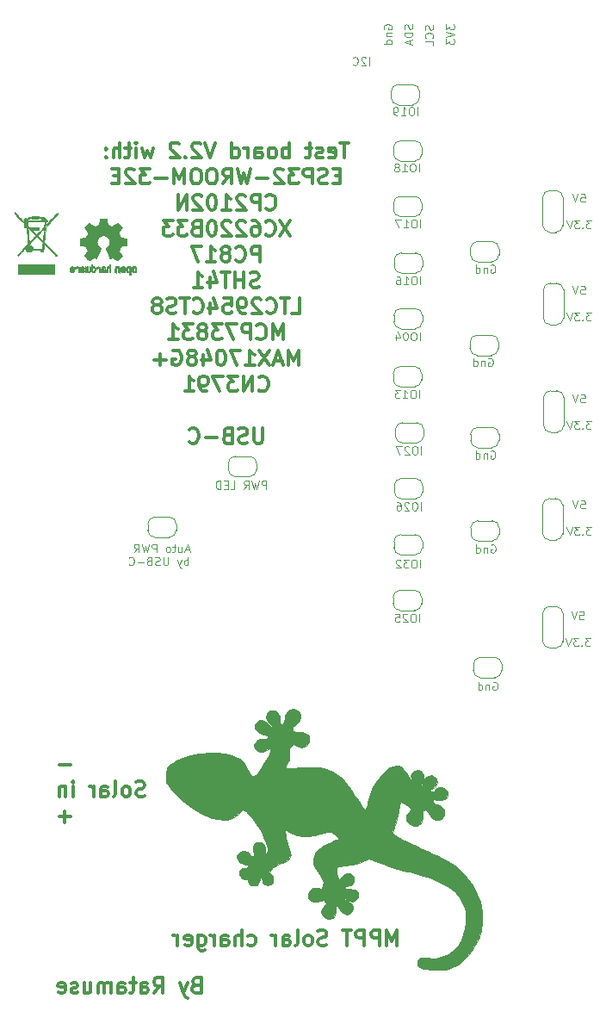
<source format=gbr>
G04 #@! TF.GenerationSoftware,KiCad,Pcbnew,(5.1.10)-1*
G04 #@! TF.CreationDate,2021-12-12T17:06:39+01:00*
G04 #@! TF.ProjectId,TestboardV2.3,54657374-626f-4617-9264-56322e332e6b,rev?*
G04 #@! TF.SameCoordinates,Original*
G04 #@! TF.FileFunction,Legend,Bot*
G04 #@! TF.FilePolarity,Positive*
%FSLAX46Y46*%
G04 Gerber Fmt 4.6, Leading zero omitted, Abs format (unit mm)*
G04 Created by KiCad (PCBNEW (5.1.10)-1) date 2021-12-12 17:06:39*
%MOMM*%
%LPD*%
G01*
G04 APERTURE LIST*
%ADD10C,0.100000*%
%ADD11C,0.300000*%
%ADD12C,0.010000*%
%ADD13C,0.120000*%
G04 APERTURE END LIST*
D10*
X117329523Y-122443333D02*
X116948571Y-122443333D01*
X117405714Y-122671904D02*
X117139047Y-121871904D01*
X116872380Y-122671904D01*
X116262857Y-122138571D02*
X116262857Y-122671904D01*
X116605714Y-122138571D02*
X116605714Y-122557619D01*
X116567619Y-122633809D01*
X116491428Y-122671904D01*
X116377142Y-122671904D01*
X116300952Y-122633809D01*
X116262857Y-122595714D01*
X115996190Y-122138571D02*
X115691428Y-122138571D01*
X115881904Y-121871904D02*
X115881904Y-122557619D01*
X115843809Y-122633809D01*
X115767619Y-122671904D01*
X115691428Y-122671904D01*
X115310476Y-122671904D02*
X115386666Y-122633809D01*
X115424761Y-122595714D01*
X115462857Y-122519523D01*
X115462857Y-122290952D01*
X115424761Y-122214761D01*
X115386666Y-122176666D01*
X115310476Y-122138571D01*
X115196190Y-122138571D01*
X115120000Y-122176666D01*
X115081904Y-122214761D01*
X115043809Y-122290952D01*
X115043809Y-122519523D01*
X115081904Y-122595714D01*
X115120000Y-122633809D01*
X115196190Y-122671904D01*
X115310476Y-122671904D01*
X114091428Y-122671904D02*
X114091428Y-121871904D01*
X113786666Y-121871904D01*
X113710476Y-121910000D01*
X113672380Y-121948095D01*
X113634285Y-122024285D01*
X113634285Y-122138571D01*
X113672380Y-122214761D01*
X113710476Y-122252857D01*
X113786666Y-122290952D01*
X114091428Y-122290952D01*
X113367619Y-121871904D02*
X113177142Y-122671904D01*
X113024761Y-122100476D01*
X112872380Y-122671904D01*
X112681904Y-121871904D01*
X111920000Y-122671904D02*
X112186666Y-122290952D01*
X112377142Y-122671904D02*
X112377142Y-121871904D01*
X112072380Y-121871904D01*
X111996190Y-121910000D01*
X111958095Y-121948095D01*
X111920000Y-122024285D01*
X111920000Y-122138571D01*
X111958095Y-122214761D01*
X111996190Y-122252857D01*
X112072380Y-122290952D01*
X112377142Y-122290952D01*
X117196190Y-123971904D02*
X117196190Y-123171904D01*
X117196190Y-123476666D02*
X117120000Y-123438571D01*
X116967619Y-123438571D01*
X116891428Y-123476666D01*
X116853333Y-123514761D01*
X116815238Y-123590952D01*
X116815238Y-123819523D01*
X116853333Y-123895714D01*
X116891428Y-123933809D01*
X116967619Y-123971904D01*
X117120000Y-123971904D01*
X117196190Y-123933809D01*
X116548571Y-123438571D02*
X116358095Y-123971904D01*
X116167619Y-123438571D02*
X116358095Y-123971904D01*
X116434285Y-124162380D01*
X116472380Y-124200476D01*
X116548571Y-124238571D01*
X115253333Y-123171904D02*
X115253333Y-123819523D01*
X115215238Y-123895714D01*
X115177142Y-123933809D01*
X115100952Y-123971904D01*
X114948571Y-123971904D01*
X114872380Y-123933809D01*
X114834285Y-123895714D01*
X114796190Y-123819523D01*
X114796190Y-123171904D01*
X114453333Y-123933809D02*
X114339047Y-123971904D01*
X114148571Y-123971904D01*
X114072380Y-123933809D01*
X114034285Y-123895714D01*
X113996190Y-123819523D01*
X113996190Y-123743333D01*
X114034285Y-123667142D01*
X114072380Y-123629047D01*
X114148571Y-123590952D01*
X114300952Y-123552857D01*
X114377142Y-123514761D01*
X114415238Y-123476666D01*
X114453333Y-123400476D01*
X114453333Y-123324285D01*
X114415238Y-123248095D01*
X114377142Y-123210000D01*
X114300952Y-123171904D01*
X114110476Y-123171904D01*
X113996190Y-123210000D01*
X113386666Y-123552857D02*
X113272380Y-123590952D01*
X113234285Y-123629047D01*
X113196190Y-123705238D01*
X113196190Y-123819523D01*
X113234285Y-123895714D01*
X113272380Y-123933809D01*
X113348571Y-123971904D01*
X113653333Y-123971904D01*
X113653333Y-123171904D01*
X113386666Y-123171904D01*
X113310476Y-123210000D01*
X113272380Y-123248095D01*
X113234285Y-123324285D01*
X113234285Y-123400476D01*
X113272380Y-123476666D01*
X113310476Y-123514761D01*
X113386666Y-123552857D01*
X113653333Y-123552857D01*
X112853333Y-123667142D02*
X112243809Y-123667142D01*
X111405714Y-123895714D02*
X111443809Y-123933809D01*
X111558095Y-123971904D01*
X111634285Y-123971904D01*
X111748571Y-123933809D01*
X111824761Y-123857619D01*
X111862857Y-123781428D01*
X111900952Y-123629047D01*
X111900952Y-123514761D01*
X111862857Y-123362380D01*
X111824761Y-123286190D01*
X111748571Y-123210000D01*
X111634285Y-123171904D01*
X111558095Y-123171904D01*
X111443809Y-123210000D01*
X111405714Y-123248095D01*
X124887142Y-116451904D02*
X124887142Y-115651904D01*
X124582380Y-115651904D01*
X124506190Y-115690000D01*
X124468095Y-115728095D01*
X124430000Y-115804285D01*
X124430000Y-115918571D01*
X124468095Y-115994761D01*
X124506190Y-116032857D01*
X124582380Y-116070952D01*
X124887142Y-116070952D01*
X124163333Y-115651904D02*
X123972857Y-116451904D01*
X123820476Y-115880476D01*
X123668095Y-116451904D01*
X123477619Y-115651904D01*
X122715714Y-116451904D02*
X122982380Y-116070952D01*
X123172857Y-116451904D02*
X123172857Y-115651904D01*
X122868095Y-115651904D01*
X122791904Y-115690000D01*
X122753809Y-115728095D01*
X122715714Y-115804285D01*
X122715714Y-115918571D01*
X122753809Y-115994761D01*
X122791904Y-116032857D01*
X122868095Y-116070952D01*
X123172857Y-116070952D01*
X121382380Y-116451904D02*
X121763333Y-116451904D01*
X121763333Y-115651904D01*
X121115714Y-116032857D02*
X120849047Y-116032857D01*
X120734761Y-116451904D02*
X121115714Y-116451904D01*
X121115714Y-115651904D01*
X120734761Y-115651904D01*
X120391904Y-116451904D02*
X120391904Y-115651904D01*
X120201428Y-115651904D01*
X120087142Y-115690000D01*
X120010952Y-115766190D01*
X119972857Y-115842380D01*
X119934761Y-115994761D01*
X119934761Y-116109047D01*
X119972857Y-116261428D01*
X120010952Y-116337619D01*
X120087142Y-116413809D01*
X120201428Y-116451904D01*
X120391904Y-116451904D01*
D11*
X137772857Y-161338571D02*
X137772857Y-159838571D01*
X137272857Y-160910000D01*
X136772857Y-159838571D01*
X136772857Y-161338571D01*
X136058571Y-161338571D02*
X136058571Y-159838571D01*
X135487142Y-159838571D01*
X135344285Y-159910000D01*
X135272857Y-159981428D01*
X135201428Y-160124285D01*
X135201428Y-160338571D01*
X135272857Y-160481428D01*
X135344285Y-160552857D01*
X135487142Y-160624285D01*
X136058571Y-160624285D01*
X134558571Y-161338571D02*
X134558571Y-159838571D01*
X133987142Y-159838571D01*
X133844285Y-159910000D01*
X133772857Y-159981428D01*
X133701428Y-160124285D01*
X133701428Y-160338571D01*
X133772857Y-160481428D01*
X133844285Y-160552857D01*
X133987142Y-160624285D01*
X134558571Y-160624285D01*
X133272857Y-159838571D02*
X132415714Y-159838571D01*
X132844285Y-161338571D02*
X132844285Y-159838571D01*
X130844285Y-161267142D02*
X130630000Y-161338571D01*
X130272857Y-161338571D01*
X130130000Y-161267142D01*
X130058571Y-161195714D01*
X129987142Y-161052857D01*
X129987142Y-160910000D01*
X130058571Y-160767142D01*
X130130000Y-160695714D01*
X130272857Y-160624285D01*
X130558571Y-160552857D01*
X130701428Y-160481428D01*
X130772857Y-160410000D01*
X130844285Y-160267142D01*
X130844285Y-160124285D01*
X130772857Y-159981428D01*
X130701428Y-159910000D01*
X130558571Y-159838571D01*
X130201428Y-159838571D01*
X129987142Y-159910000D01*
X129130000Y-161338571D02*
X129272857Y-161267142D01*
X129344285Y-161195714D01*
X129415714Y-161052857D01*
X129415714Y-160624285D01*
X129344285Y-160481428D01*
X129272857Y-160410000D01*
X129130000Y-160338571D01*
X128915714Y-160338571D01*
X128772857Y-160410000D01*
X128701428Y-160481428D01*
X128630000Y-160624285D01*
X128630000Y-161052857D01*
X128701428Y-161195714D01*
X128772857Y-161267142D01*
X128915714Y-161338571D01*
X129130000Y-161338571D01*
X127772857Y-161338571D02*
X127915714Y-161267142D01*
X127987142Y-161124285D01*
X127987142Y-159838571D01*
X126558571Y-161338571D02*
X126558571Y-160552857D01*
X126630000Y-160410000D01*
X126772857Y-160338571D01*
X127058571Y-160338571D01*
X127201428Y-160410000D01*
X126558571Y-161267142D02*
X126701428Y-161338571D01*
X127058571Y-161338571D01*
X127201428Y-161267142D01*
X127272857Y-161124285D01*
X127272857Y-160981428D01*
X127201428Y-160838571D01*
X127058571Y-160767142D01*
X126701428Y-160767142D01*
X126558571Y-160695714D01*
X125844285Y-161338571D02*
X125844285Y-160338571D01*
X125844285Y-160624285D02*
X125772857Y-160481428D01*
X125701428Y-160410000D01*
X125558571Y-160338571D01*
X125415714Y-160338571D01*
X123130000Y-161267142D02*
X123272857Y-161338571D01*
X123558571Y-161338571D01*
X123701428Y-161267142D01*
X123772857Y-161195714D01*
X123844285Y-161052857D01*
X123844285Y-160624285D01*
X123772857Y-160481428D01*
X123701428Y-160410000D01*
X123558571Y-160338571D01*
X123272857Y-160338571D01*
X123130000Y-160410000D01*
X122487142Y-161338571D02*
X122487142Y-159838571D01*
X121844285Y-161338571D02*
X121844285Y-160552857D01*
X121915714Y-160410000D01*
X122058571Y-160338571D01*
X122272857Y-160338571D01*
X122415714Y-160410000D01*
X122487142Y-160481428D01*
X120487142Y-161338571D02*
X120487142Y-160552857D01*
X120558571Y-160410000D01*
X120701428Y-160338571D01*
X120987142Y-160338571D01*
X121130000Y-160410000D01*
X120487142Y-161267142D02*
X120630000Y-161338571D01*
X120987142Y-161338571D01*
X121130000Y-161267142D01*
X121201428Y-161124285D01*
X121201428Y-160981428D01*
X121130000Y-160838571D01*
X120987142Y-160767142D01*
X120630000Y-160767142D01*
X120487142Y-160695714D01*
X119772857Y-161338571D02*
X119772857Y-160338571D01*
X119772857Y-160624285D02*
X119701428Y-160481428D01*
X119630000Y-160410000D01*
X119487142Y-160338571D01*
X119344285Y-160338571D01*
X118201428Y-160338571D02*
X118201428Y-161552857D01*
X118272857Y-161695714D01*
X118344285Y-161767142D01*
X118487142Y-161838571D01*
X118701428Y-161838571D01*
X118844285Y-161767142D01*
X118201428Y-161267142D02*
X118344285Y-161338571D01*
X118630000Y-161338571D01*
X118772857Y-161267142D01*
X118844285Y-161195714D01*
X118915714Y-161052857D01*
X118915714Y-160624285D01*
X118844285Y-160481428D01*
X118772857Y-160410000D01*
X118630000Y-160338571D01*
X118344285Y-160338571D01*
X118201428Y-160410000D01*
X116915714Y-161267142D02*
X117058571Y-161338571D01*
X117344285Y-161338571D01*
X117487142Y-161267142D01*
X117558571Y-161124285D01*
X117558571Y-160552857D01*
X117487142Y-160410000D01*
X117344285Y-160338571D01*
X117058571Y-160338571D01*
X116915714Y-160410000D01*
X116844285Y-160552857D01*
X116844285Y-160695714D01*
X117558571Y-160838571D01*
X116201428Y-161338571D02*
X116201428Y-160338571D01*
X116201428Y-160624285D02*
X116130000Y-160481428D01*
X116058571Y-160410000D01*
X115915714Y-160338571D01*
X115772857Y-160338571D01*
X105665000Y-143587142D02*
X104522142Y-143587142D01*
X112950714Y-146637142D02*
X112736428Y-146708571D01*
X112379285Y-146708571D01*
X112236428Y-146637142D01*
X112165000Y-146565714D01*
X112093571Y-146422857D01*
X112093571Y-146280000D01*
X112165000Y-146137142D01*
X112236428Y-146065714D01*
X112379285Y-145994285D01*
X112665000Y-145922857D01*
X112807857Y-145851428D01*
X112879285Y-145780000D01*
X112950714Y-145637142D01*
X112950714Y-145494285D01*
X112879285Y-145351428D01*
X112807857Y-145280000D01*
X112665000Y-145208571D01*
X112307857Y-145208571D01*
X112093571Y-145280000D01*
X111236428Y-146708571D02*
X111379285Y-146637142D01*
X111450714Y-146565714D01*
X111522142Y-146422857D01*
X111522142Y-145994285D01*
X111450714Y-145851428D01*
X111379285Y-145780000D01*
X111236428Y-145708571D01*
X111022142Y-145708571D01*
X110879285Y-145780000D01*
X110807857Y-145851428D01*
X110736428Y-145994285D01*
X110736428Y-146422857D01*
X110807857Y-146565714D01*
X110879285Y-146637142D01*
X111022142Y-146708571D01*
X111236428Y-146708571D01*
X109879285Y-146708571D02*
X110022142Y-146637142D01*
X110093571Y-146494285D01*
X110093571Y-145208571D01*
X108665000Y-146708571D02*
X108665000Y-145922857D01*
X108736428Y-145780000D01*
X108879285Y-145708571D01*
X109165000Y-145708571D01*
X109307857Y-145780000D01*
X108665000Y-146637142D02*
X108807857Y-146708571D01*
X109165000Y-146708571D01*
X109307857Y-146637142D01*
X109379285Y-146494285D01*
X109379285Y-146351428D01*
X109307857Y-146208571D01*
X109165000Y-146137142D01*
X108807857Y-146137142D01*
X108665000Y-146065714D01*
X107950714Y-146708571D02*
X107950714Y-145708571D01*
X107950714Y-145994285D02*
X107879285Y-145851428D01*
X107807857Y-145780000D01*
X107665000Y-145708571D01*
X107522142Y-145708571D01*
X105879285Y-146708571D02*
X105879285Y-145708571D01*
X105879285Y-145208571D02*
X105950714Y-145280000D01*
X105879285Y-145351428D01*
X105807857Y-145280000D01*
X105879285Y-145208571D01*
X105879285Y-145351428D01*
X105165000Y-145708571D02*
X105165000Y-146708571D01*
X105165000Y-145851428D02*
X105093571Y-145780000D01*
X104950714Y-145708571D01*
X104736428Y-145708571D01*
X104593571Y-145780000D01*
X104522142Y-145922857D01*
X104522142Y-146708571D01*
X105665000Y-148687142D02*
X104522142Y-148687142D01*
X105093571Y-149258571D02*
X105093571Y-148115714D01*
D10*
X141283809Y-70887619D02*
X141321904Y-71001904D01*
X141321904Y-71192380D01*
X141283809Y-71268571D01*
X141245714Y-71306666D01*
X141169523Y-71344761D01*
X141093333Y-71344761D01*
X141017142Y-71306666D01*
X140979047Y-71268571D01*
X140940952Y-71192380D01*
X140902857Y-71040000D01*
X140864761Y-70963809D01*
X140826666Y-70925714D01*
X140750476Y-70887619D01*
X140674285Y-70887619D01*
X140598095Y-70925714D01*
X140560000Y-70963809D01*
X140521904Y-71040000D01*
X140521904Y-71230476D01*
X140560000Y-71344761D01*
X141245714Y-72144761D02*
X141283809Y-72106666D01*
X141321904Y-71992380D01*
X141321904Y-71916190D01*
X141283809Y-71801904D01*
X141207619Y-71725714D01*
X141131428Y-71687619D01*
X140979047Y-71649523D01*
X140864761Y-71649523D01*
X140712380Y-71687619D01*
X140636190Y-71725714D01*
X140560000Y-71801904D01*
X140521904Y-71916190D01*
X140521904Y-71992380D01*
X140560000Y-72106666D01*
X140598095Y-72144761D01*
X141321904Y-72868571D02*
X141321904Y-72487619D01*
X140521904Y-72487619D01*
X142601904Y-70789523D02*
X142601904Y-71284761D01*
X142906666Y-71018095D01*
X142906666Y-71132380D01*
X142944761Y-71208571D01*
X142982857Y-71246666D01*
X143059047Y-71284761D01*
X143249523Y-71284761D01*
X143325714Y-71246666D01*
X143363809Y-71208571D01*
X143401904Y-71132380D01*
X143401904Y-70903809D01*
X143363809Y-70827619D01*
X143325714Y-70789523D01*
X142601904Y-71513333D02*
X143401904Y-71780000D01*
X142601904Y-72046666D01*
X142601904Y-72237142D02*
X142601904Y-72732380D01*
X142906666Y-72465714D01*
X142906666Y-72580000D01*
X142944761Y-72656190D01*
X142982857Y-72694285D01*
X143059047Y-72732380D01*
X143249523Y-72732380D01*
X143325714Y-72694285D01*
X143363809Y-72656190D01*
X143401904Y-72580000D01*
X143401904Y-72351428D01*
X143363809Y-72275238D01*
X143325714Y-72237142D01*
X139253809Y-70788571D02*
X139291904Y-70902857D01*
X139291904Y-71093333D01*
X139253809Y-71169523D01*
X139215714Y-71207619D01*
X139139523Y-71245714D01*
X139063333Y-71245714D01*
X138987142Y-71207619D01*
X138949047Y-71169523D01*
X138910952Y-71093333D01*
X138872857Y-70940952D01*
X138834761Y-70864761D01*
X138796666Y-70826666D01*
X138720476Y-70788571D01*
X138644285Y-70788571D01*
X138568095Y-70826666D01*
X138530000Y-70864761D01*
X138491904Y-70940952D01*
X138491904Y-71131428D01*
X138530000Y-71245714D01*
X139291904Y-71588571D02*
X138491904Y-71588571D01*
X138491904Y-71779047D01*
X138530000Y-71893333D01*
X138606190Y-71969523D01*
X138682380Y-72007619D01*
X138834761Y-72045714D01*
X138949047Y-72045714D01*
X139101428Y-72007619D01*
X139177619Y-71969523D01*
X139253809Y-71893333D01*
X139291904Y-71779047D01*
X139291904Y-71588571D01*
X139063333Y-72350476D02*
X139063333Y-72731428D01*
X139291904Y-72274285D02*
X138491904Y-72540952D01*
X139291904Y-72807619D01*
X136490000Y-71245714D02*
X136451904Y-71169523D01*
X136451904Y-71055238D01*
X136490000Y-70940952D01*
X136566190Y-70864761D01*
X136642380Y-70826666D01*
X136794761Y-70788571D01*
X136909047Y-70788571D01*
X137061428Y-70826666D01*
X137137619Y-70864761D01*
X137213809Y-70940952D01*
X137251904Y-71055238D01*
X137251904Y-71131428D01*
X137213809Y-71245714D01*
X137175714Y-71283809D01*
X136909047Y-71283809D01*
X136909047Y-71131428D01*
X136718571Y-71626666D02*
X137251904Y-71626666D01*
X136794761Y-71626666D02*
X136756666Y-71664761D01*
X136718571Y-71740952D01*
X136718571Y-71855238D01*
X136756666Y-71931428D01*
X136832857Y-71969523D01*
X137251904Y-71969523D01*
X137251904Y-72693333D02*
X136451904Y-72693333D01*
X137213809Y-72693333D02*
X137251904Y-72617142D01*
X137251904Y-72464761D01*
X137213809Y-72388571D01*
X137175714Y-72350476D01*
X137099523Y-72312380D01*
X136870952Y-72312380D01*
X136794761Y-72350476D01*
X136756666Y-72388571D01*
X136718571Y-72464761D01*
X136718571Y-72617142D01*
X136756666Y-72693333D01*
X135040952Y-74791904D02*
X135040952Y-73991904D01*
X134698095Y-74068095D02*
X134660000Y-74030000D01*
X134583809Y-73991904D01*
X134393333Y-73991904D01*
X134317142Y-74030000D01*
X134279047Y-74068095D01*
X134240952Y-74144285D01*
X134240952Y-74220476D01*
X134279047Y-74334761D01*
X134736190Y-74791904D01*
X134240952Y-74791904D01*
X133440952Y-74715714D02*
X133479047Y-74753809D01*
X133593333Y-74791904D01*
X133669523Y-74791904D01*
X133783809Y-74753809D01*
X133860000Y-74677619D01*
X133898095Y-74601428D01*
X133936190Y-74449047D01*
X133936190Y-74334761D01*
X133898095Y-74182380D01*
X133860000Y-74106190D01*
X133783809Y-74030000D01*
X133669523Y-73991904D01*
X133593333Y-73991904D01*
X133479047Y-74030000D01*
X133440952Y-74068095D01*
X139980952Y-129531904D02*
X139980952Y-128731904D01*
X139447619Y-128731904D02*
X139295238Y-128731904D01*
X139219047Y-128770000D01*
X139142857Y-128846190D01*
X139104761Y-128998571D01*
X139104761Y-129265238D01*
X139142857Y-129417619D01*
X139219047Y-129493809D01*
X139295238Y-129531904D01*
X139447619Y-129531904D01*
X139523809Y-129493809D01*
X139600000Y-129417619D01*
X139638095Y-129265238D01*
X139638095Y-128998571D01*
X139600000Y-128846190D01*
X139523809Y-128770000D01*
X139447619Y-128731904D01*
X138800000Y-128808095D02*
X138761904Y-128770000D01*
X138685714Y-128731904D01*
X138495238Y-128731904D01*
X138419047Y-128770000D01*
X138380952Y-128808095D01*
X138342857Y-128884285D01*
X138342857Y-128960476D01*
X138380952Y-129074761D01*
X138838095Y-129531904D01*
X138342857Y-129531904D01*
X137619047Y-128731904D02*
X138000000Y-128731904D01*
X138038095Y-129112857D01*
X138000000Y-129074761D01*
X137923809Y-129036666D01*
X137733333Y-129036666D01*
X137657142Y-129074761D01*
X137619047Y-129112857D01*
X137580952Y-129189047D01*
X137580952Y-129379523D01*
X137619047Y-129455714D01*
X137657142Y-129493809D01*
X137733333Y-129531904D01*
X137923809Y-129531904D01*
X138000000Y-129493809D01*
X138038095Y-129455714D01*
X140060952Y-124211904D02*
X140060952Y-123411904D01*
X139527619Y-123411904D02*
X139375238Y-123411904D01*
X139299047Y-123450000D01*
X139222857Y-123526190D01*
X139184761Y-123678571D01*
X139184761Y-123945238D01*
X139222857Y-124097619D01*
X139299047Y-124173809D01*
X139375238Y-124211904D01*
X139527619Y-124211904D01*
X139603809Y-124173809D01*
X139680000Y-124097619D01*
X139718095Y-123945238D01*
X139718095Y-123678571D01*
X139680000Y-123526190D01*
X139603809Y-123450000D01*
X139527619Y-123411904D01*
X138918095Y-123411904D02*
X138422857Y-123411904D01*
X138689523Y-123716666D01*
X138575238Y-123716666D01*
X138499047Y-123754761D01*
X138460952Y-123792857D01*
X138422857Y-123869047D01*
X138422857Y-124059523D01*
X138460952Y-124135714D01*
X138499047Y-124173809D01*
X138575238Y-124211904D01*
X138803809Y-124211904D01*
X138880000Y-124173809D01*
X138918095Y-124135714D01*
X138118095Y-123488095D02*
X138080000Y-123450000D01*
X138003809Y-123411904D01*
X137813333Y-123411904D01*
X137737142Y-123450000D01*
X137699047Y-123488095D01*
X137660952Y-123564285D01*
X137660952Y-123640476D01*
X137699047Y-123754761D01*
X138156190Y-124211904D01*
X137660952Y-124211904D01*
X140110952Y-118571904D02*
X140110952Y-117771904D01*
X139577619Y-117771904D02*
X139425238Y-117771904D01*
X139349047Y-117810000D01*
X139272857Y-117886190D01*
X139234761Y-118038571D01*
X139234761Y-118305238D01*
X139272857Y-118457619D01*
X139349047Y-118533809D01*
X139425238Y-118571904D01*
X139577619Y-118571904D01*
X139653809Y-118533809D01*
X139730000Y-118457619D01*
X139768095Y-118305238D01*
X139768095Y-118038571D01*
X139730000Y-117886190D01*
X139653809Y-117810000D01*
X139577619Y-117771904D01*
X138930000Y-117848095D02*
X138891904Y-117810000D01*
X138815714Y-117771904D01*
X138625238Y-117771904D01*
X138549047Y-117810000D01*
X138510952Y-117848095D01*
X138472857Y-117924285D01*
X138472857Y-118000476D01*
X138510952Y-118114761D01*
X138968095Y-118571904D01*
X138472857Y-118571904D01*
X137787142Y-117771904D02*
X137939523Y-117771904D01*
X138015714Y-117810000D01*
X138053809Y-117848095D01*
X138130000Y-117962380D01*
X138168095Y-118114761D01*
X138168095Y-118419523D01*
X138130000Y-118495714D01*
X138091904Y-118533809D01*
X138015714Y-118571904D01*
X137863333Y-118571904D01*
X137787142Y-118533809D01*
X137749047Y-118495714D01*
X137710952Y-118419523D01*
X137710952Y-118229047D01*
X137749047Y-118152857D01*
X137787142Y-118114761D01*
X137863333Y-118076666D01*
X138015714Y-118076666D01*
X138091904Y-118114761D01*
X138130000Y-118152857D01*
X138168095Y-118229047D01*
X140140952Y-113061904D02*
X140140952Y-112261904D01*
X139607619Y-112261904D02*
X139455238Y-112261904D01*
X139379047Y-112300000D01*
X139302857Y-112376190D01*
X139264761Y-112528571D01*
X139264761Y-112795238D01*
X139302857Y-112947619D01*
X139379047Y-113023809D01*
X139455238Y-113061904D01*
X139607619Y-113061904D01*
X139683809Y-113023809D01*
X139760000Y-112947619D01*
X139798095Y-112795238D01*
X139798095Y-112528571D01*
X139760000Y-112376190D01*
X139683809Y-112300000D01*
X139607619Y-112261904D01*
X138960000Y-112338095D02*
X138921904Y-112300000D01*
X138845714Y-112261904D01*
X138655238Y-112261904D01*
X138579047Y-112300000D01*
X138540952Y-112338095D01*
X138502857Y-112414285D01*
X138502857Y-112490476D01*
X138540952Y-112604761D01*
X138998095Y-113061904D01*
X138502857Y-113061904D01*
X138236190Y-112261904D02*
X137702857Y-112261904D01*
X138045714Y-113061904D01*
X139960952Y-107541904D02*
X139960952Y-106741904D01*
X139427619Y-106741904D02*
X139275238Y-106741904D01*
X139199047Y-106780000D01*
X139122857Y-106856190D01*
X139084761Y-107008571D01*
X139084761Y-107275238D01*
X139122857Y-107427619D01*
X139199047Y-107503809D01*
X139275238Y-107541904D01*
X139427619Y-107541904D01*
X139503809Y-107503809D01*
X139580000Y-107427619D01*
X139618095Y-107275238D01*
X139618095Y-107008571D01*
X139580000Y-106856190D01*
X139503809Y-106780000D01*
X139427619Y-106741904D01*
X138322857Y-107541904D02*
X138780000Y-107541904D01*
X138551428Y-107541904D02*
X138551428Y-106741904D01*
X138627619Y-106856190D01*
X138703809Y-106932380D01*
X138780000Y-106970476D01*
X138056190Y-106741904D02*
X137560952Y-106741904D01*
X137827619Y-107046666D01*
X137713333Y-107046666D01*
X137637142Y-107084761D01*
X137599047Y-107122857D01*
X137560952Y-107199047D01*
X137560952Y-107389523D01*
X137599047Y-107465714D01*
X137637142Y-107503809D01*
X137713333Y-107541904D01*
X137941904Y-107541904D01*
X138018095Y-107503809D01*
X138056190Y-107465714D01*
X140000952Y-101851904D02*
X140000952Y-101051904D01*
X139467619Y-101051904D02*
X139315238Y-101051904D01*
X139239047Y-101090000D01*
X139162857Y-101166190D01*
X139124761Y-101318571D01*
X139124761Y-101585238D01*
X139162857Y-101737619D01*
X139239047Y-101813809D01*
X139315238Y-101851904D01*
X139467619Y-101851904D01*
X139543809Y-101813809D01*
X139620000Y-101737619D01*
X139658095Y-101585238D01*
X139658095Y-101318571D01*
X139620000Y-101166190D01*
X139543809Y-101090000D01*
X139467619Y-101051904D01*
X138629523Y-101051904D02*
X138553333Y-101051904D01*
X138477142Y-101090000D01*
X138439047Y-101128095D01*
X138400952Y-101204285D01*
X138362857Y-101356666D01*
X138362857Y-101547142D01*
X138400952Y-101699523D01*
X138439047Y-101775714D01*
X138477142Y-101813809D01*
X138553333Y-101851904D01*
X138629523Y-101851904D01*
X138705714Y-101813809D01*
X138743809Y-101775714D01*
X138781904Y-101699523D01*
X138820000Y-101547142D01*
X138820000Y-101356666D01*
X138781904Y-101204285D01*
X138743809Y-101128095D01*
X138705714Y-101090000D01*
X138629523Y-101051904D01*
X137677142Y-101318571D02*
X137677142Y-101851904D01*
X137867619Y-101013809D02*
X138058095Y-101585238D01*
X137562857Y-101585238D01*
X140070952Y-96371904D02*
X140070952Y-95571904D01*
X139537619Y-95571904D02*
X139385238Y-95571904D01*
X139309047Y-95610000D01*
X139232857Y-95686190D01*
X139194761Y-95838571D01*
X139194761Y-96105238D01*
X139232857Y-96257619D01*
X139309047Y-96333809D01*
X139385238Y-96371904D01*
X139537619Y-96371904D01*
X139613809Y-96333809D01*
X139690000Y-96257619D01*
X139728095Y-96105238D01*
X139728095Y-95838571D01*
X139690000Y-95686190D01*
X139613809Y-95610000D01*
X139537619Y-95571904D01*
X138432857Y-96371904D02*
X138890000Y-96371904D01*
X138661428Y-96371904D02*
X138661428Y-95571904D01*
X138737619Y-95686190D01*
X138813809Y-95762380D01*
X138890000Y-95800476D01*
X137747142Y-95571904D02*
X137899523Y-95571904D01*
X137975714Y-95610000D01*
X138013809Y-95648095D01*
X138090000Y-95762380D01*
X138128095Y-95914761D01*
X138128095Y-96219523D01*
X138090000Y-96295714D01*
X138051904Y-96333809D01*
X137975714Y-96371904D01*
X137823333Y-96371904D01*
X137747142Y-96333809D01*
X137709047Y-96295714D01*
X137670952Y-96219523D01*
X137670952Y-96029047D01*
X137709047Y-95952857D01*
X137747142Y-95914761D01*
X137823333Y-95876666D01*
X137975714Y-95876666D01*
X138051904Y-95914761D01*
X138090000Y-95952857D01*
X138128095Y-96029047D01*
X140050952Y-90781904D02*
X140050952Y-89981904D01*
X139517619Y-89981904D02*
X139365238Y-89981904D01*
X139289047Y-90020000D01*
X139212857Y-90096190D01*
X139174761Y-90248571D01*
X139174761Y-90515238D01*
X139212857Y-90667619D01*
X139289047Y-90743809D01*
X139365238Y-90781904D01*
X139517619Y-90781904D01*
X139593809Y-90743809D01*
X139670000Y-90667619D01*
X139708095Y-90515238D01*
X139708095Y-90248571D01*
X139670000Y-90096190D01*
X139593809Y-90020000D01*
X139517619Y-89981904D01*
X138412857Y-90781904D02*
X138870000Y-90781904D01*
X138641428Y-90781904D02*
X138641428Y-89981904D01*
X138717619Y-90096190D01*
X138793809Y-90172380D01*
X138870000Y-90210476D01*
X138146190Y-89981904D02*
X137612857Y-89981904D01*
X137955714Y-90781904D01*
X139930952Y-85281904D02*
X139930952Y-84481904D01*
X139397619Y-84481904D02*
X139245238Y-84481904D01*
X139169047Y-84520000D01*
X139092857Y-84596190D01*
X139054761Y-84748571D01*
X139054761Y-85015238D01*
X139092857Y-85167619D01*
X139169047Y-85243809D01*
X139245238Y-85281904D01*
X139397619Y-85281904D01*
X139473809Y-85243809D01*
X139550000Y-85167619D01*
X139588095Y-85015238D01*
X139588095Y-84748571D01*
X139550000Y-84596190D01*
X139473809Y-84520000D01*
X139397619Y-84481904D01*
X138292857Y-85281904D02*
X138750000Y-85281904D01*
X138521428Y-85281904D02*
X138521428Y-84481904D01*
X138597619Y-84596190D01*
X138673809Y-84672380D01*
X138750000Y-84710476D01*
X137835714Y-84824761D02*
X137911904Y-84786666D01*
X137950000Y-84748571D01*
X137988095Y-84672380D01*
X137988095Y-84634285D01*
X137950000Y-84558095D01*
X137911904Y-84520000D01*
X137835714Y-84481904D01*
X137683333Y-84481904D01*
X137607142Y-84520000D01*
X137569047Y-84558095D01*
X137530952Y-84634285D01*
X137530952Y-84672380D01*
X137569047Y-84748571D01*
X137607142Y-84786666D01*
X137683333Y-84824761D01*
X137835714Y-84824761D01*
X137911904Y-84862857D01*
X137950000Y-84900952D01*
X137988095Y-84977142D01*
X137988095Y-85129523D01*
X137950000Y-85205714D01*
X137911904Y-85243809D01*
X137835714Y-85281904D01*
X137683333Y-85281904D01*
X137607142Y-85243809D01*
X137569047Y-85205714D01*
X137530952Y-85129523D01*
X137530952Y-84977142D01*
X137569047Y-84900952D01*
X137607142Y-84862857D01*
X137683333Y-84824761D01*
X139810952Y-79711904D02*
X139810952Y-78911904D01*
X139277619Y-78911904D02*
X139125238Y-78911904D01*
X139049047Y-78950000D01*
X138972857Y-79026190D01*
X138934761Y-79178571D01*
X138934761Y-79445238D01*
X138972857Y-79597619D01*
X139049047Y-79673809D01*
X139125238Y-79711904D01*
X139277619Y-79711904D01*
X139353809Y-79673809D01*
X139430000Y-79597619D01*
X139468095Y-79445238D01*
X139468095Y-79178571D01*
X139430000Y-79026190D01*
X139353809Y-78950000D01*
X139277619Y-78911904D01*
X138172857Y-79711904D02*
X138630000Y-79711904D01*
X138401428Y-79711904D02*
X138401428Y-78911904D01*
X138477619Y-79026190D01*
X138553809Y-79102380D01*
X138630000Y-79140476D01*
X137791904Y-79711904D02*
X137639523Y-79711904D01*
X137563333Y-79673809D01*
X137525238Y-79635714D01*
X137449047Y-79521428D01*
X137410952Y-79369047D01*
X137410952Y-79064285D01*
X137449047Y-78988095D01*
X137487142Y-78950000D01*
X137563333Y-78911904D01*
X137715714Y-78911904D01*
X137791904Y-78950000D01*
X137830000Y-78988095D01*
X137868095Y-79064285D01*
X137868095Y-79254761D01*
X137830000Y-79330952D01*
X137791904Y-79369047D01*
X137715714Y-79407142D01*
X137563333Y-79407142D01*
X137487142Y-79369047D01*
X137449047Y-79330952D01*
X137410952Y-79254761D01*
X147224285Y-135460000D02*
X147300476Y-135421904D01*
X147414761Y-135421904D01*
X147529047Y-135460000D01*
X147605238Y-135536190D01*
X147643333Y-135612380D01*
X147681428Y-135764761D01*
X147681428Y-135879047D01*
X147643333Y-136031428D01*
X147605238Y-136107619D01*
X147529047Y-136183809D01*
X147414761Y-136221904D01*
X147338571Y-136221904D01*
X147224285Y-136183809D01*
X147186190Y-136145714D01*
X147186190Y-135879047D01*
X147338571Y-135879047D01*
X146843333Y-135688571D02*
X146843333Y-136221904D01*
X146843333Y-135764761D02*
X146805238Y-135726666D01*
X146729047Y-135688571D01*
X146614761Y-135688571D01*
X146538571Y-135726666D01*
X146500476Y-135802857D01*
X146500476Y-136221904D01*
X145776666Y-136221904D02*
X145776666Y-135421904D01*
X145776666Y-136183809D02*
X145852857Y-136221904D01*
X146005238Y-136221904D01*
X146081428Y-136183809D01*
X146119523Y-136145714D01*
X146157619Y-136069523D01*
X146157619Y-135840952D01*
X146119523Y-135764761D01*
X146081428Y-135726666D01*
X146005238Y-135688571D01*
X145852857Y-135688571D01*
X145776666Y-135726666D01*
X147024285Y-121980000D02*
X147100476Y-121941904D01*
X147214761Y-121941904D01*
X147329047Y-121980000D01*
X147405238Y-122056190D01*
X147443333Y-122132380D01*
X147481428Y-122284761D01*
X147481428Y-122399047D01*
X147443333Y-122551428D01*
X147405238Y-122627619D01*
X147329047Y-122703809D01*
X147214761Y-122741904D01*
X147138571Y-122741904D01*
X147024285Y-122703809D01*
X146986190Y-122665714D01*
X146986190Y-122399047D01*
X147138571Y-122399047D01*
X146643333Y-122208571D02*
X146643333Y-122741904D01*
X146643333Y-122284761D02*
X146605238Y-122246666D01*
X146529047Y-122208571D01*
X146414761Y-122208571D01*
X146338571Y-122246666D01*
X146300476Y-122322857D01*
X146300476Y-122741904D01*
X145576666Y-122741904D02*
X145576666Y-121941904D01*
X145576666Y-122703809D02*
X145652857Y-122741904D01*
X145805238Y-122741904D01*
X145881428Y-122703809D01*
X145919523Y-122665714D01*
X145957619Y-122589523D01*
X145957619Y-122360952D01*
X145919523Y-122284761D01*
X145881428Y-122246666D01*
X145805238Y-122208571D01*
X145652857Y-122208571D01*
X145576666Y-122246666D01*
X146984285Y-112740000D02*
X147060476Y-112701904D01*
X147174761Y-112701904D01*
X147289047Y-112740000D01*
X147365238Y-112816190D01*
X147403333Y-112892380D01*
X147441428Y-113044761D01*
X147441428Y-113159047D01*
X147403333Y-113311428D01*
X147365238Y-113387619D01*
X147289047Y-113463809D01*
X147174761Y-113501904D01*
X147098571Y-113501904D01*
X146984285Y-113463809D01*
X146946190Y-113425714D01*
X146946190Y-113159047D01*
X147098571Y-113159047D01*
X146603333Y-112968571D02*
X146603333Y-113501904D01*
X146603333Y-113044761D02*
X146565238Y-113006666D01*
X146489047Y-112968571D01*
X146374761Y-112968571D01*
X146298571Y-113006666D01*
X146260476Y-113082857D01*
X146260476Y-113501904D01*
X145536666Y-113501904D02*
X145536666Y-112701904D01*
X145536666Y-113463809D02*
X145612857Y-113501904D01*
X145765238Y-113501904D01*
X145841428Y-113463809D01*
X145879523Y-113425714D01*
X145917619Y-113349523D01*
X145917619Y-113120952D01*
X145879523Y-113044761D01*
X145841428Y-113006666D01*
X145765238Y-112968571D01*
X145612857Y-112968571D01*
X145536666Y-113006666D01*
X146754285Y-103620000D02*
X146830476Y-103581904D01*
X146944761Y-103581904D01*
X147059047Y-103620000D01*
X147135238Y-103696190D01*
X147173333Y-103772380D01*
X147211428Y-103924761D01*
X147211428Y-104039047D01*
X147173333Y-104191428D01*
X147135238Y-104267619D01*
X147059047Y-104343809D01*
X146944761Y-104381904D01*
X146868571Y-104381904D01*
X146754285Y-104343809D01*
X146716190Y-104305714D01*
X146716190Y-104039047D01*
X146868571Y-104039047D01*
X146373333Y-103848571D02*
X146373333Y-104381904D01*
X146373333Y-103924761D02*
X146335238Y-103886666D01*
X146259047Y-103848571D01*
X146144761Y-103848571D01*
X146068571Y-103886666D01*
X146030476Y-103962857D01*
X146030476Y-104381904D01*
X145306666Y-104381904D02*
X145306666Y-103581904D01*
X145306666Y-104343809D02*
X145382857Y-104381904D01*
X145535238Y-104381904D01*
X145611428Y-104343809D01*
X145649523Y-104305714D01*
X145687619Y-104229523D01*
X145687619Y-104000952D01*
X145649523Y-103924761D01*
X145611428Y-103886666D01*
X145535238Y-103848571D01*
X145382857Y-103848571D01*
X145306666Y-103886666D01*
X146984285Y-94470000D02*
X147060476Y-94431904D01*
X147174761Y-94431904D01*
X147289047Y-94470000D01*
X147365238Y-94546190D01*
X147403333Y-94622380D01*
X147441428Y-94774761D01*
X147441428Y-94889047D01*
X147403333Y-95041428D01*
X147365238Y-95117619D01*
X147289047Y-95193809D01*
X147174761Y-95231904D01*
X147098571Y-95231904D01*
X146984285Y-95193809D01*
X146946190Y-95155714D01*
X146946190Y-94889047D01*
X147098571Y-94889047D01*
X146603333Y-94698571D02*
X146603333Y-95231904D01*
X146603333Y-94774761D02*
X146565238Y-94736666D01*
X146489047Y-94698571D01*
X146374761Y-94698571D01*
X146298571Y-94736666D01*
X146260476Y-94812857D01*
X146260476Y-95231904D01*
X145536666Y-95231904D02*
X145536666Y-94431904D01*
X145536666Y-95193809D02*
X145612857Y-95231904D01*
X145765238Y-95231904D01*
X145841428Y-95193809D01*
X145879523Y-95155714D01*
X145917619Y-95079523D01*
X145917619Y-94850952D01*
X145879523Y-94774761D01*
X145841428Y-94736666D01*
X145765238Y-94698571D01*
X145612857Y-94698571D01*
X145536666Y-94736666D01*
X155742380Y-128509904D02*
X156123333Y-128509904D01*
X156161428Y-128890857D01*
X156123333Y-128852761D01*
X156047142Y-128814666D01*
X155856666Y-128814666D01*
X155780476Y-128852761D01*
X155742380Y-128890857D01*
X155704285Y-128967047D01*
X155704285Y-129157523D01*
X155742380Y-129233714D01*
X155780476Y-129271809D01*
X155856666Y-129309904D01*
X156047142Y-129309904D01*
X156123333Y-129271809D01*
X156161428Y-129233714D01*
X155475714Y-128509904D02*
X155209047Y-129309904D01*
X154942380Y-128509904D01*
X156770952Y-131109904D02*
X156275714Y-131109904D01*
X156542380Y-131414666D01*
X156428095Y-131414666D01*
X156351904Y-131452761D01*
X156313809Y-131490857D01*
X156275714Y-131567047D01*
X156275714Y-131757523D01*
X156313809Y-131833714D01*
X156351904Y-131871809D01*
X156428095Y-131909904D01*
X156656666Y-131909904D01*
X156732857Y-131871809D01*
X156770952Y-131833714D01*
X155932857Y-131833714D02*
X155894761Y-131871809D01*
X155932857Y-131909904D01*
X155970952Y-131871809D01*
X155932857Y-131833714D01*
X155932857Y-131909904D01*
X155628095Y-131109904D02*
X155132857Y-131109904D01*
X155399523Y-131414666D01*
X155285238Y-131414666D01*
X155209047Y-131452761D01*
X155170952Y-131490857D01*
X155132857Y-131567047D01*
X155132857Y-131757523D01*
X155170952Y-131833714D01*
X155209047Y-131871809D01*
X155285238Y-131909904D01*
X155513809Y-131909904D01*
X155590000Y-131871809D01*
X155628095Y-131833714D01*
X154904285Y-131109904D02*
X154637619Y-131909904D01*
X154370952Y-131109904D01*
X155834380Y-117587904D02*
X156215333Y-117587904D01*
X156253428Y-117968857D01*
X156215333Y-117930761D01*
X156139142Y-117892666D01*
X155948666Y-117892666D01*
X155872476Y-117930761D01*
X155834380Y-117968857D01*
X155796285Y-118045047D01*
X155796285Y-118235523D01*
X155834380Y-118311714D01*
X155872476Y-118349809D01*
X155948666Y-118387904D01*
X156139142Y-118387904D01*
X156215333Y-118349809D01*
X156253428Y-118311714D01*
X155567714Y-117587904D02*
X155301047Y-118387904D01*
X155034380Y-117587904D01*
X156862952Y-120187904D02*
X156367714Y-120187904D01*
X156634380Y-120492666D01*
X156520095Y-120492666D01*
X156443904Y-120530761D01*
X156405809Y-120568857D01*
X156367714Y-120645047D01*
X156367714Y-120835523D01*
X156405809Y-120911714D01*
X156443904Y-120949809D01*
X156520095Y-120987904D01*
X156748666Y-120987904D01*
X156824857Y-120949809D01*
X156862952Y-120911714D01*
X156024857Y-120911714D02*
X155986761Y-120949809D01*
X156024857Y-120987904D01*
X156062952Y-120949809D01*
X156024857Y-120911714D01*
X156024857Y-120987904D01*
X155720095Y-120187904D02*
X155224857Y-120187904D01*
X155491523Y-120492666D01*
X155377238Y-120492666D01*
X155301047Y-120530761D01*
X155262952Y-120568857D01*
X155224857Y-120645047D01*
X155224857Y-120835523D01*
X155262952Y-120911714D01*
X155301047Y-120949809D01*
X155377238Y-120987904D01*
X155605809Y-120987904D01*
X155682000Y-120949809D01*
X155720095Y-120911714D01*
X154996285Y-120187904D02*
X154729619Y-120987904D01*
X154462952Y-120187904D01*
X155834380Y-107173904D02*
X156215333Y-107173904D01*
X156253428Y-107554857D01*
X156215333Y-107516761D01*
X156139142Y-107478666D01*
X155948666Y-107478666D01*
X155872476Y-107516761D01*
X155834380Y-107554857D01*
X155796285Y-107631047D01*
X155796285Y-107821523D01*
X155834380Y-107897714D01*
X155872476Y-107935809D01*
X155948666Y-107973904D01*
X156139142Y-107973904D01*
X156215333Y-107935809D01*
X156253428Y-107897714D01*
X155567714Y-107173904D02*
X155301047Y-107973904D01*
X155034380Y-107173904D01*
X156862952Y-109773904D02*
X156367714Y-109773904D01*
X156634380Y-110078666D01*
X156520095Y-110078666D01*
X156443904Y-110116761D01*
X156405809Y-110154857D01*
X156367714Y-110231047D01*
X156367714Y-110421523D01*
X156405809Y-110497714D01*
X156443904Y-110535809D01*
X156520095Y-110573904D01*
X156748666Y-110573904D01*
X156824857Y-110535809D01*
X156862952Y-110497714D01*
X156024857Y-110497714D02*
X155986761Y-110535809D01*
X156024857Y-110573904D01*
X156062952Y-110535809D01*
X156024857Y-110497714D01*
X156024857Y-110573904D01*
X155720095Y-109773904D02*
X155224857Y-109773904D01*
X155491523Y-110078666D01*
X155377238Y-110078666D01*
X155301047Y-110116761D01*
X155262952Y-110154857D01*
X155224857Y-110231047D01*
X155224857Y-110421523D01*
X155262952Y-110497714D01*
X155301047Y-110535809D01*
X155377238Y-110573904D01*
X155605809Y-110573904D01*
X155682000Y-110535809D01*
X155720095Y-110497714D01*
X154996285Y-109773904D02*
X154729619Y-110573904D01*
X154462952Y-109773904D01*
X155834380Y-96505904D02*
X156215333Y-96505904D01*
X156253428Y-96886857D01*
X156215333Y-96848761D01*
X156139142Y-96810666D01*
X155948666Y-96810666D01*
X155872476Y-96848761D01*
X155834380Y-96886857D01*
X155796285Y-96963047D01*
X155796285Y-97153523D01*
X155834380Y-97229714D01*
X155872476Y-97267809D01*
X155948666Y-97305904D01*
X156139142Y-97305904D01*
X156215333Y-97267809D01*
X156253428Y-97229714D01*
X155567714Y-96505904D02*
X155301047Y-97305904D01*
X155034380Y-96505904D01*
X156862952Y-99105904D02*
X156367714Y-99105904D01*
X156634380Y-99410666D01*
X156520095Y-99410666D01*
X156443904Y-99448761D01*
X156405809Y-99486857D01*
X156367714Y-99563047D01*
X156367714Y-99753523D01*
X156405809Y-99829714D01*
X156443904Y-99867809D01*
X156520095Y-99905904D01*
X156748666Y-99905904D01*
X156824857Y-99867809D01*
X156862952Y-99829714D01*
X156024857Y-99829714D02*
X155986761Y-99867809D01*
X156024857Y-99905904D01*
X156062952Y-99867809D01*
X156024857Y-99829714D01*
X156024857Y-99905904D01*
X155720095Y-99105904D02*
X155224857Y-99105904D01*
X155491523Y-99410666D01*
X155377238Y-99410666D01*
X155301047Y-99448761D01*
X155262952Y-99486857D01*
X155224857Y-99563047D01*
X155224857Y-99753523D01*
X155262952Y-99829714D01*
X155301047Y-99867809D01*
X155377238Y-99905904D01*
X155605809Y-99905904D01*
X155682000Y-99867809D01*
X155720095Y-99829714D01*
X154996285Y-99105904D02*
X154729619Y-99905904D01*
X154462952Y-99105904D01*
X155834380Y-87451904D02*
X156215333Y-87451904D01*
X156253428Y-87832857D01*
X156215333Y-87794761D01*
X156139142Y-87756666D01*
X155948666Y-87756666D01*
X155872476Y-87794761D01*
X155834380Y-87832857D01*
X155796285Y-87909047D01*
X155796285Y-88099523D01*
X155834380Y-88175714D01*
X155872476Y-88213809D01*
X155948666Y-88251904D01*
X156139142Y-88251904D01*
X156215333Y-88213809D01*
X156253428Y-88175714D01*
X155567714Y-87451904D02*
X155301047Y-88251904D01*
X155034380Y-87451904D01*
X156862952Y-90051904D02*
X156367714Y-90051904D01*
X156634380Y-90356666D01*
X156520095Y-90356666D01*
X156443904Y-90394761D01*
X156405809Y-90432857D01*
X156367714Y-90509047D01*
X156367714Y-90699523D01*
X156405809Y-90775714D01*
X156443904Y-90813809D01*
X156520095Y-90851904D01*
X156748666Y-90851904D01*
X156824857Y-90813809D01*
X156862952Y-90775714D01*
X156024857Y-90775714D02*
X155986761Y-90813809D01*
X156024857Y-90851904D01*
X156062952Y-90813809D01*
X156024857Y-90775714D01*
X156024857Y-90851904D01*
X155720095Y-90051904D02*
X155224857Y-90051904D01*
X155491523Y-90356666D01*
X155377238Y-90356666D01*
X155301047Y-90394761D01*
X155262952Y-90432857D01*
X155224857Y-90509047D01*
X155224857Y-90699523D01*
X155262952Y-90775714D01*
X155301047Y-90813809D01*
X155377238Y-90851904D01*
X155605809Y-90851904D01*
X155682000Y-90813809D01*
X155720095Y-90775714D01*
X154996285Y-90051904D02*
X154729619Y-90851904D01*
X154462952Y-90051904D01*
D11*
X133025714Y-82423571D02*
X132168571Y-82423571D01*
X132597142Y-83923571D02*
X132597142Y-82423571D01*
X131097142Y-83852142D02*
X131240000Y-83923571D01*
X131525714Y-83923571D01*
X131668571Y-83852142D01*
X131740000Y-83709285D01*
X131740000Y-83137857D01*
X131668571Y-82995000D01*
X131525714Y-82923571D01*
X131240000Y-82923571D01*
X131097142Y-82995000D01*
X131025714Y-83137857D01*
X131025714Y-83280714D01*
X131740000Y-83423571D01*
X130454285Y-83852142D02*
X130311428Y-83923571D01*
X130025714Y-83923571D01*
X129882857Y-83852142D01*
X129811428Y-83709285D01*
X129811428Y-83637857D01*
X129882857Y-83495000D01*
X130025714Y-83423571D01*
X130240000Y-83423571D01*
X130382857Y-83352142D01*
X130454285Y-83209285D01*
X130454285Y-83137857D01*
X130382857Y-82995000D01*
X130240000Y-82923571D01*
X130025714Y-82923571D01*
X129882857Y-82995000D01*
X129382857Y-82923571D02*
X128811428Y-82923571D01*
X129168571Y-82423571D02*
X129168571Y-83709285D01*
X129097142Y-83852142D01*
X128954285Y-83923571D01*
X128811428Y-83923571D01*
X127168571Y-83923571D02*
X127168571Y-82423571D01*
X127168571Y-82995000D02*
X127025714Y-82923571D01*
X126740000Y-82923571D01*
X126597142Y-82995000D01*
X126525714Y-83066428D01*
X126454285Y-83209285D01*
X126454285Y-83637857D01*
X126525714Y-83780714D01*
X126597142Y-83852142D01*
X126740000Y-83923571D01*
X127025714Y-83923571D01*
X127168571Y-83852142D01*
X125597142Y-83923571D02*
X125740000Y-83852142D01*
X125811428Y-83780714D01*
X125882857Y-83637857D01*
X125882857Y-83209285D01*
X125811428Y-83066428D01*
X125740000Y-82995000D01*
X125597142Y-82923571D01*
X125382857Y-82923571D01*
X125240000Y-82995000D01*
X125168571Y-83066428D01*
X125097142Y-83209285D01*
X125097142Y-83637857D01*
X125168571Y-83780714D01*
X125240000Y-83852142D01*
X125382857Y-83923571D01*
X125597142Y-83923571D01*
X123811428Y-83923571D02*
X123811428Y-83137857D01*
X123882857Y-82995000D01*
X124025714Y-82923571D01*
X124311428Y-82923571D01*
X124454285Y-82995000D01*
X123811428Y-83852142D02*
X123954285Y-83923571D01*
X124311428Y-83923571D01*
X124454285Y-83852142D01*
X124525714Y-83709285D01*
X124525714Y-83566428D01*
X124454285Y-83423571D01*
X124311428Y-83352142D01*
X123954285Y-83352142D01*
X123811428Y-83280714D01*
X123097142Y-83923571D02*
X123097142Y-82923571D01*
X123097142Y-83209285D02*
X123025714Y-83066428D01*
X122954285Y-82995000D01*
X122811428Y-82923571D01*
X122668571Y-82923571D01*
X121525714Y-83923571D02*
X121525714Y-82423571D01*
X121525714Y-83852142D02*
X121668571Y-83923571D01*
X121954285Y-83923571D01*
X122097142Y-83852142D01*
X122168571Y-83780714D01*
X122240000Y-83637857D01*
X122240000Y-83209285D01*
X122168571Y-83066428D01*
X122097142Y-82995000D01*
X121954285Y-82923571D01*
X121668571Y-82923571D01*
X121525714Y-82995000D01*
X119882857Y-82423571D02*
X119382857Y-83923571D01*
X118882857Y-82423571D01*
X118454285Y-82566428D02*
X118382857Y-82495000D01*
X118240000Y-82423571D01*
X117882857Y-82423571D01*
X117740000Y-82495000D01*
X117668571Y-82566428D01*
X117597142Y-82709285D01*
X117597142Y-82852142D01*
X117668571Y-83066428D01*
X118525714Y-83923571D01*
X117597142Y-83923571D01*
X116954285Y-83780714D02*
X116882857Y-83852142D01*
X116954285Y-83923571D01*
X117025714Y-83852142D01*
X116954285Y-83780714D01*
X116954285Y-83923571D01*
X116311428Y-82566428D02*
X116240000Y-82495000D01*
X116097142Y-82423571D01*
X115740000Y-82423571D01*
X115597142Y-82495000D01*
X115525714Y-82566428D01*
X115454285Y-82709285D01*
X115454285Y-82852142D01*
X115525714Y-83066428D01*
X116382857Y-83923571D01*
X115454285Y-83923571D01*
X113811428Y-82923571D02*
X113525714Y-83923571D01*
X113240000Y-83209285D01*
X112954285Y-83923571D01*
X112668571Y-82923571D01*
X112097142Y-83923571D02*
X112097142Y-82923571D01*
X112097142Y-82423571D02*
X112168571Y-82495000D01*
X112097142Y-82566428D01*
X112025714Y-82495000D01*
X112097142Y-82423571D01*
X112097142Y-82566428D01*
X111597142Y-82923571D02*
X111025714Y-82923571D01*
X111382857Y-82423571D02*
X111382857Y-83709285D01*
X111311428Y-83852142D01*
X111168571Y-83923571D01*
X111025714Y-83923571D01*
X110525714Y-83923571D02*
X110525714Y-82423571D01*
X109882857Y-83923571D02*
X109882857Y-83137857D01*
X109954285Y-82995000D01*
X110097142Y-82923571D01*
X110311428Y-82923571D01*
X110454285Y-82995000D01*
X110525714Y-83066428D01*
X109168571Y-83780714D02*
X109097142Y-83852142D01*
X109168571Y-83923571D01*
X109240000Y-83852142D01*
X109168571Y-83780714D01*
X109168571Y-83923571D01*
X109168571Y-82995000D02*
X109097142Y-83066428D01*
X109168571Y-83137857D01*
X109240000Y-83066428D01*
X109168571Y-82995000D01*
X109168571Y-83137857D01*
X132204285Y-85687857D02*
X131704285Y-85687857D01*
X131490000Y-86473571D02*
X132204285Y-86473571D01*
X132204285Y-84973571D01*
X131490000Y-84973571D01*
X130918571Y-86402142D02*
X130704285Y-86473571D01*
X130347142Y-86473571D01*
X130204285Y-86402142D01*
X130132857Y-86330714D01*
X130061428Y-86187857D01*
X130061428Y-86045000D01*
X130132857Y-85902142D01*
X130204285Y-85830714D01*
X130347142Y-85759285D01*
X130632857Y-85687857D01*
X130775714Y-85616428D01*
X130847142Y-85545000D01*
X130918571Y-85402142D01*
X130918571Y-85259285D01*
X130847142Y-85116428D01*
X130775714Y-85045000D01*
X130632857Y-84973571D01*
X130275714Y-84973571D01*
X130061428Y-85045000D01*
X129418571Y-86473571D02*
X129418571Y-84973571D01*
X128847142Y-84973571D01*
X128704285Y-85045000D01*
X128632857Y-85116428D01*
X128561428Y-85259285D01*
X128561428Y-85473571D01*
X128632857Y-85616428D01*
X128704285Y-85687857D01*
X128847142Y-85759285D01*
X129418571Y-85759285D01*
X128061428Y-84973571D02*
X127132857Y-84973571D01*
X127632857Y-85545000D01*
X127418571Y-85545000D01*
X127275714Y-85616428D01*
X127204285Y-85687857D01*
X127132857Y-85830714D01*
X127132857Y-86187857D01*
X127204285Y-86330714D01*
X127275714Y-86402142D01*
X127418571Y-86473571D01*
X127847142Y-86473571D01*
X127990000Y-86402142D01*
X128061428Y-86330714D01*
X126561428Y-85116428D02*
X126490000Y-85045000D01*
X126347142Y-84973571D01*
X125990000Y-84973571D01*
X125847142Y-85045000D01*
X125775714Y-85116428D01*
X125704285Y-85259285D01*
X125704285Y-85402142D01*
X125775714Y-85616428D01*
X126632857Y-86473571D01*
X125704285Y-86473571D01*
X125061428Y-85902142D02*
X123918571Y-85902142D01*
X123347142Y-84973571D02*
X122990000Y-86473571D01*
X122704285Y-85402142D01*
X122418571Y-86473571D01*
X122061428Y-84973571D01*
X120632857Y-86473571D02*
X121132857Y-85759285D01*
X121490000Y-86473571D02*
X121490000Y-84973571D01*
X120918571Y-84973571D01*
X120775714Y-85045000D01*
X120704285Y-85116428D01*
X120632857Y-85259285D01*
X120632857Y-85473571D01*
X120704285Y-85616428D01*
X120775714Y-85687857D01*
X120918571Y-85759285D01*
X121490000Y-85759285D01*
X119704285Y-84973571D02*
X119418571Y-84973571D01*
X119275714Y-85045000D01*
X119132857Y-85187857D01*
X119061428Y-85473571D01*
X119061428Y-85973571D01*
X119132857Y-86259285D01*
X119275714Y-86402142D01*
X119418571Y-86473571D01*
X119704285Y-86473571D01*
X119847142Y-86402142D01*
X119990000Y-86259285D01*
X120061428Y-85973571D01*
X120061428Y-85473571D01*
X119990000Y-85187857D01*
X119847142Y-85045000D01*
X119704285Y-84973571D01*
X118132857Y-84973571D02*
X117847142Y-84973571D01*
X117704285Y-85045000D01*
X117561428Y-85187857D01*
X117490000Y-85473571D01*
X117490000Y-85973571D01*
X117561428Y-86259285D01*
X117704285Y-86402142D01*
X117847142Y-86473571D01*
X118132857Y-86473571D01*
X118275714Y-86402142D01*
X118418571Y-86259285D01*
X118490000Y-85973571D01*
X118490000Y-85473571D01*
X118418571Y-85187857D01*
X118275714Y-85045000D01*
X118132857Y-84973571D01*
X116847142Y-86473571D02*
X116847142Y-84973571D01*
X116347142Y-86045000D01*
X115847142Y-84973571D01*
X115847142Y-86473571D01*
X115132857Y-85902142D02*
X113990000Y-85902142D01*
X113418571Y-84973571D02*
X112490000Y-84973571D01*
X112990000Y-85545000D01*
X112775714Y-85545000D01*
X112632857Y-85616428D01*
X112561428Y-85687857D01*
X112490000Y-85830714D01*
X112490000Y-86187857D01*
X112561428Y-86330714D01*
X112632857Y-86402142D01*
X112775714Y-86473571D01*
X113204285Y-86473571D01*
X113347142Y-86402142D01*
X113418571Y-86330714D01*
X111918571Y-85116428D02*
X111847142Y-85045000D01*
X111704285Y-84973571D01*
X111347142Y-84973571D01*
X111204285Y-85045000D01*
X111132857Y-85116428D01*
X111061428Y-85259285D01*
X111061428Y-85402142D01*
X111132857Y-85616428D01*
X111990000Y-86473571D01*
X111061428Y-86473571D01*
X110418571Y-85687857D02*
X109918571Y-85687857D01*
X109704285Y-86473571D02*
X110418571Y-86473571D01*
X110418571Y-84973571D01*
X109704285Y-84973571D01*
X124918571Y-88880714D02*
X124990000Y-88952142D01*
X125204285Y-89023571D01*
X125347142Y-89023571D01*
X125561428Y-88952142D01*
X125704285Y-88809285D01*
X125775714Y-88666428D01*
X125847142Y-88380714D01*
X125847142Y-88166428D01*
X125775714Y-87880714D01*
X125704285Y-87737857D01*
X125561428Y-87595000D01*
X125347142Y-87523571D01*
X125204285Y-87523571D01*
X124990000Y-87595000D01*
X124918571Y-87666428D01*
X124275714Y-89023571D02*
X124275714Y-87523571D01*
X123704285Y-87523571D01*
X123561428Y-87595000D01*
X123490000Y-87666428D01*
X123418571Y-87809285D01*
X123418571Y-88023571D01*
X123490000Y-88166428D01*
X123561428Y-88237857D01*
X123704285Y-88309285D01*
X124275714Y-88309285D01*
X122847142Y-87666428D02*
X122775714Y-87595000D01*
X122632857Y-87523571D01*
X122275714Y-87523571D01*
X122132857Y-87595000D01*
X122061428Y-87666428D01*
X121990000Y-87809285D01*
X121990000Y-87952142D01*
X122061428Y-88166428D01*
X122918571Y-89023571D01*
X121990000Y-89023571D01*
X120561428Y-89023571D02*
X121418571Y-89023571D01*
X120990000Y-89023571D02*
X120990000Y-87523571D01*
X121132857Y-87737857D01*
X121275714Y-87880714D01*
X121418571Y-87952142D01*
X119632857Y-87523571D02*
X119490000Y-87523571D01*
X119347142Y-87595000D01*
X119275714Y-87666428D01*
X119204285Y-87809285D01*
X119132857Y-88095000D01*
X119132857Y-88452142D01*
X119204285Y-88737857D01*
X119275714Y-88880714D01*
X119347142Y-88952142D01*
X119490000Y-89023571D01*
X119632857Y-89023571D01*
X119775714Y-88952142D01*
X119847142Y-88880714D01*
X119918571Y-88737857D01*
X119990000Y-88452142D01*
X119990000Y-88095000D01*
X119918571Y-87809285D01*
X119847142Y-87666428D01*
X119775714Y-87595000D01*
X119632857Y-87523571D01*
X118561428Y-87666428D02*
X118490000Y-87595000D01*
X118347142Y-87523571D01*
X117990000Y-87523571D01*
X117847142Y-87595000D01*
X117775714Y-87666428D01*
X117704285Y-87809285D01*
X117704285Y-87952142D01*
X117775714Y-88166428D01*
X118632857Y-89023571D01*
X117704285Y-89023571D01*
X117061428Y-89023571D02*
X117061428Y-87523571D01*
X116204285Y-89023571D01*
X116204285Y-87523571D01*
X127275714Y-90073571D02*
X126275714Y-91573571D01*
X126275714Y-90073571D02*
X127275714Y-91573571D01*
X124847142Y-91430714D02*
X124918571Y-91502142D01*
X125132857Y-91573571D01*
X125275714Y-91573571D01*
X125490000Y-91502142D01*
X125632857Y-91359285D01*
X125704285Y-91216428D01*
X125775714Y-90930714D01*
X125775714Y-90716428D01*
X125704285Y-90430714D01*
X125632857Y-90287857D01*
X125490000Y-90145000D01*
X125275714Y-90073571D01*
X125132857Y-90073571D01*
X124918571Y-90145000D01*
X124847142Y-90216428D01*
X123561428Y-90073571D02*
X123847142Y-90073571D01*
X123990000Y-90145000D01*
X124061428Y-90216428D01*
X124204285Y-90430714D01*
X124275714Y-90716428D01*
X124275714Y-91287857D01*
X124204285Y-91430714D01*
X124132857Y-91502142D01*
X123990000Y-91573571D01*
X123704285Y-91573571D01*
X123561428Y-91502142D01*
X123490000Y-91430714D01*
X123418571Y-91287857D01*
X123418571Y-90930714D01*
X123490000Y-90787857D01*
X123561428Y-90716428D01*
X123704285Y-90645000D01*
X123990000Y-90645000D01*
X124132857Y-90716428D01*
X124204285Y-90787857D01*
X124275714Y-90930714D01*
X122847142Y-90216428D02*
X122775714Y-90145000D01*
X122632857Y-90073571D01*
X122275714Y-90073571D01*
X122132857Y-90145000D01*
X122061428Y-90216428D01*
X121990000Y-90359285D01*
X121990000Y-90502142D01*
X122061428Y-90716428D01*
X122918571Y-91573571D01*
X121990000Y-91573571D01*
X121418571Y-90216428D02*
X121347142Y-90145000D01*
X121204285Y-90073571D01*
X120847142Y-90073571D01*
X120704285Y-90145000D01*
X120632857Y-90216428D01*
X120561428Y-90359285D01*
X120561428Y-90502142D01*
X120632857Y-90716428D01*
X121490000Y-91573571D01*
X120561428Y-91573571D01*
X119632857Y-90073571D02*
X119490000Y-90073571D01*
X119347142Y-90145000D01*
X119275714Y-90216428D01*
X119204285Y-90359285D01*
X119132857Y-90645000D01*
X119132857Y-91002142D01*
X119204285Y-91287857D01*
X119275714Y-91430714D01*
X119347142Y-91502142D01*
X119490000Y-91573571D01*
X119632857Y-91573571D01*
X119775714Y-91502142D01*
X119847142Y-91430714D01*
X119918571Y-91287857D01*
X119990000Y-91002142D01*
X119990000Y-90645000D01*
X119918571Y-90359285D01*
X119847142Y-90216428D01*
X119775714Y-90145000D01*
X119632857Y-90073571D01*
X117990000Y-90787857D02*
X117775714Y-90859285D01*
X117704285Y-90930714D01*
X117632857Y-91073571D01*
X117632857Y-91287857D01*
X117704285Y-91430714D01*
X117775714Y-91502142D01*
X117918571Y-91573571D01*
X118490000Y-91573571D01*
X118490000Y-90073571D01*
X117990000Y-90073571D01*
X117847142Y-90145000D01*
X117775714Y-90216428D01*
X117704285Y-90359285D01*
X117704285Y-90502142D01*
X117775714Y-90645000D01*
X117847142Y-90716428D01*
X117990000Y-90787857D01*
X118490000Y-90787857D01*
X117132857Y-90073571D02*
X116204285Y-90073571D01*
X116704285Y-90645000D01*
X116490000Y-90645000D01*
X116347142Y-90716428D01*
X116275714Y-90787857D01*
X116204285Y-90930714D01*
X116204285Y-91287857D01*
X116275714Y-91430714D01*
X116347142Y-91502142D01*
X116490000Y-91573571D01*
X116918571Y-91573571D01*
X117061428Y-91502142D01*
X117132857Y-91430714D01*
X115704285Y-90073571D02*
X114775714Y-90073571D01*
X115275714Y-90645000D01*
X115061428Y-90645000D01*
X114918571Y-90716428D01*
X114847142Y-90787857D01*
X114775714Y-90930714D01*
X114775714Y-91287857D01*
X114847142Y-91430714D01*
X114918571Y-91502142D01*
X115061428Y-91573571D01*
X115490000Y-91573571D01*
X115632857Y-91502142D01*
X115704285Y-91430714D01*
X124275714Y-94123571D02*
X124275714Y-92623571D01*
X123704285Y-92623571D01*
X123561428Y-92695000D01*
X123490000Y-92766428D01*
X123418571Y-92909285D01*
X123418571Y-93123571D01*
X123490000Y-93266428D01*
X123561428Y-93337857D01*
X123704285Y-93409285D01*
X124275714Y-93409285D01*
X121918571Y-93980714D02*
X121990000Y-94052142D01*
X122204285Y-94123571D01*
X122347142Y-94123571D01*
X122561428Y-94052142D01*
X122704285Y-93909285D01*
X122775714Y-93766428D01*
X122847142Y-93480714D01*
X122847142Y-93266428D01*
X122775714Y-92980714D01*
X122704285Y-92837857D01*
X122561428Y-92695000D01*
X122347142Y-92623571D01*
X122204285Y-92623571D01*
X121990000Y-92695000D01*
X121918571Y-92766428D01*
X121061428Y-93266428D02*
X121204285Y-93195000D01*
X121275714Y-93123571D01*
X121347142Y-92980714D01*
X121347142Y-92909285D01*
X121275714Y-92766428D01*
X121204285Y-92695000D01*
X121061428Y-92623571D01*
X120775714Y-92623571D01*
X120632857Y-92695000D01*
X120561428Y-92766428D01*
X120490000Y-92909285D01*
X120490000Y-92980714D01*
X120561428Y-93123571D01*
X120632857Y-93195000D01*
X120775714Y-93266428D01*
X121061428Y-93266428D01*
X121204285Y-93337857D01*
X121275714Y-93409285D01*
X121347142Y-93552142D01*
X121347142Y-93837857D01*
X121275714Y-93980714D01*
X121204285Y-94052142D01*
X121061428Y-94123571D01*
X120775714Y-94123571D01*
X120632857Y-94052142D01*
X120561428Y-93980714D01*
X120490000Y-93837857D01*
X120490000Y-93552142D01*
X120561428Y-93409285D01*
X120632857Y-93337857D01*
X120775714Y-93266428D01*
X119061428Y-94123571D02*
X119918571Y-94123571D01*
X119490000Y-94123571D02*
X119490000Y-92623571D01*
X119632857Y-92837857D01*
X119775714Y-92980714D01*
X119918571Y-93052142D01*
X118561428Y-92623571D02*
X117561428Y-92623571D01*
X118204285Y-94123571D01*
X124204285Y-96602142D02*
X123990000Y-96673571D01*
X123632857Y-96673571D01*
X123490000Y-96602142D01*
X123418571Y-96530714D01*
X123347142Y-96387857D01*
X123347142Y-96245000D01*
X123418571Y-96102142D01*
X123490000Y-96030714D01*
X123632857Y-95959285D01*
X123918571Y-95887857D01*
X124061428Y-95816428D01*
X124132857Y-95745000D01*
X124204285Y-95602142D01*
X124204285Y-95459285D01*
X124132857Y-95316428D01*
X124061428Y-95245000D01*
X123918571Y-95173571D01*
X123561428Y-95173571D01*
X123347142Y-95245000D01*
X122704285Y-96673571D02*
X122704285Y-95173571D01*
X122704285Y-95887857D02*
X121847142Y-95887857D01*
X121847142Y-96673571D02*
X121847142Y-95173571D01*
X121347142Y-95173571D02*
X120490000Y-95173571D01*
X120918571Y-96673571D02*
X120918571Y-95173571D01*
X119347142Y-95673571D02*
X119347142Y-96673571D01*
X119704285Y-95102142D02*
X120061428Y-96173571D01*
X119132857Y-96173571D01*
X117775714Y-96673571D02*
X118632857Y-96673571D01*
X118204285Y-96673571D02*
X118204285Y-95173571D01*
X118347142Y-95387857D01*
X118490000Y-95530714D01*
X118632857Y-95602142D01*
X127454285Y-99223571D02*
X128168571Y-99223571D01*
X128168571Y-97723571D01*
X127168571Y-97723571D02*
X126311428Y-97723571D01*
X126740000Y-99223571D02*
X126740000Y-97723571D01*
X124954285Y-99080714D02*
X125025714Y-99152142D01*
X125240000Y-99223571D01*
X125382857Y-99223571D01*
X125597142Y-99152142D01*
X125740000Y-99009285D01*
X125811428Y-98866428D01*
X125882857Y-98580714D01*
X125882857Y-98366428D01*
X125811428Y-98080714D01*
X125740000Y-97937857D01*
X125597142Y-97795000D01*
X125382857Y-97723571D01*
X125240000Y-97723571D01*
X125025714Y-97795000D01*
X124954285Y-97866428D01*
X124382857Y-97866428D02*
X124311428Y-97795000D01*
X124168571Y-97723571D01*
X123811428Y-97723571D01*
X123668571Y-97795000D01*
X123597142Y-97866428D01*
X123525714Y-98009285D01*
X123525714Y-98152142D01*
X123597142Y-98366428D01*
X124454285Y-99223571D01*
X123525714Y-99223571D01*
X122811428Y-99223571D02*
X122525714Y-99223571D01*
X122382857Y-99152142D01*
X122311428Y-99080714D01*
X122168571Y-98866428D01*
X122097142Y-98580714D01*
X122097142Y-98009285D01*
X122168571Y-97866428D01*
X122240000Y-97795000D01*
X122382857Y-97723571D01*
X122668571Y-97723571D01*
X122811428Y-97795000D01*
X122882857Y-97866428D01*
X122954285Y-98009285D01*
X122954285Y-98366428D01*
X122882857Y-98509285D01*
X122811428Y-98580714D01*
X122668571Y-98652142D01*
X122382857Y-98652142D01*
X122240000Y-98580714D01*
X122168571Y-98509285D01*
X122097142Y-98366428D01*
X120740000Y-97723571D02*
X121454285Y-97723571D01*
X121525714Y-98437857D01*
X121454285Y-98366428D01*
X121311428Y-98295000D01*
X120954285Y-98295000D01*
X120811428Y-98366428D01*
X120740000Y-98437857D01*
X120668571Y-98580714D01*
X120668571Y-98937857D01*
X120740000Y-99080714D01*
X120811428Y-99152142D01*
X120954285Y-99223571D01*
X121311428Y-99223571D01*
X121454285Y-99152142D01*
X121525714Y-99080714D01*
X119382857Y-98223571D02*
X119382857Y-99223571D01*
X119740000Y-97652142D02*
X120097142Y-98723571D01*
X119168571Y-98723571D01*
X117740000Y-99080714D02*
X117811428Y-99152142D01*
X118025714Y-99223571D01*
X118168571Y-99223571D01*
X118382857Y-99152142D01*
X118525714Y-99009285D01*
X118597142Y-98866428D01*
X118668571Y-98580714D01*
X118668571Y-98366428D01*
X118597142Y-98080714D01*
X118525714Y-97937857D01*
X118382857Y-97795000D01*
X118168571Y-97723571D01*
X118025714Y-97723571D01*
X117811428Y-97795000D01*
X117740000Y-97866428D01*
X117311428Y-97723571D02*
X116454285Y-97723571D01*
X116882857Y-99223571D02*
X116882857Y-97723571D01*
X116025714Y-99152142D02*
X115811428Y-99223571D01*
X115454285Y-99223571D01*
X115311428Y-99152142D01*
X115240000Y-99080714D01*
X115168571Y-98937857D01*
X115168571Y-98795000D01*
X115240000Y-98652142D01*
X115311428Y-98580714D01*
X115454285Y-98509285D01*
X115740000Y-98437857D01*
X115882857Y-98366428D01*
X115954285Y-98295000D01*
X116025714Y-98152142D01*
X116025714Y-98009285D01*
X115954285Y-97866428D01*
X115882857Y-97795000D01*
X115740000Y-97723571D01*
X115382857Y-97723571D01*
X115168571Y-97795000D01*
X114311428Y-98366428D02*
X114454285Y-98295000D01*
X114525714Y-98223571D01*
X114597142Y-98080714D01*
X114597142Y-98009285D01*
X114525714Y-97866428D01*
X114454285Y-97795000D01*
X114311428Y-97723571D01*
X114025714Y-97723571D01*
X113882857Y-97795000D01*
X113811428Y-97866428D01*
X113740000Y-98009285D01*
X113740000Y-98080714D01*
X113811428Y-98223571D01*
X113882857Y-98295000D01*
X114025714Y-98366428D01*
X114311428Y-98366428D01*
X114454285Y-98437857D01*
X114525714Y-98509285D01*
X114597142Y-98652142D01*
X114597142Y-98937857D01*
X114525714Y-99080714D01*
X114454285Y-99152142D01*
X114311428Y-99223571D01*
X114025714Y-99223571D01*
X113882857Y-99152142D01*
X113811428Y-99080714D01*
X113740000Y-98937857D01*
X113740000Y-98652142D01*
X113811428Y-98509285D01*
X113882857Y-98437857D01*
X114025714Y-98366428D01*
X126561428Y-101773571D02*
X126561428Y-100273571D01*
X126061428Y-101345000D01*
X125561428Y-100273571D01*
X125561428Y-101773571D01*
X123990000Y-101630714D02*
X124061428Y-101702142D01*
X124275714Y-101773571D01*
X124418571Y-101773571D01*
X124632857Y-101702142D01*
X124775714Y-101559285D01*
X124847142Y-101416428D01*
X124918571Y-101130714D01*
X124918571Y-100916428D01*
X124847142Y-100630714D01*
X124775714Y-100487857D01*
X124632857Y-100345000D01*
X124418571Y-100273571D01*
X124275714Y-100273571D01*
X124061428Y-100345000D01*
X123990000Y-100416428D01*
X123347142Y-101773571D02*
X123347142Y-100273571D01*
X122775714Y-100273571D01*
X122632857Y-100345000D01*
X122561428Y-100416428D01*
X122490000Y-100559285D01*
X122490000Y-100773571D01*
X122561428Y-100916428D01*
X122632857Y-100987857D01*
X122775714Y-101059285D01*
X123347142Y-101059285D01*
X121990000Y-100273571D02*
X120990000Y-100273571D01*
X121632857Y-101773571D01*
X120561428Y-100273571D02*
X119632857Y-100273571D01*
X120132857Y-100845000D01*
X119918571Y-100845000D01*
X119775714Y-100916428D01*
X119704285Y-100987857D01*
X119632857Y-101130714D01*
X119632857Y-101487857D01*
X119704285Y-101630714D01*
X119775714Y-101702142D01*
X119918571Y-101773571D01*
X120347142Y-101773571D01*
X120490000Y-101702142D01*
X120561428Y-101630714D01*
X118775714Y-100916428D02*
X118918571Y-100845000D01*
X118990000Y-100773571D01*
X119061428Y-100630714D01*
X119061428Y-100559285D01*
X118990000Y-100416428D01*
X118918571Y-100345000D01*
X118775714Y-100273571D01*
X118490000Y-100273571D01*
X118347142Y-100345000D01*
X118275714Y-100416428D01*
X118204285Y-100559285D01*
X118204285Y-100630714D01*
X118275714Y-100773571D01*
X118347142Y-100845000D01*
X118490000Y-100916428D01*
X118775714Y-100916428D01*
X118918571Y-100987857D01*
X118990000Y-101059285D01*
X119061428Y-101202142D01*
X119061428Y-101487857D01*
X118990000Y-101630714D01*
X118918571Y-101702142D01*
X118775714Y-101773571D01*
X118490000Y-101773571D01*
X118347142Y-101702142D01*
X118275714Y-101630714D01*
X118204285Y-101487857D01*
X118204285Y-101202142D01*
X118275714Y-101059285D01*
X118347142Y-100987857D01*
X118490000Y-100916428D01*
X117704285Y-100273571D02*
X116775714Y-100273571D01*
X117275714Y-100845000D01*
X117061428Y-100845000D01*
X116918571Y-100916428D01*
X116847142Y-100987857D01*
X116775714Y-101130714D01*
X116775714Y-101487857D01*
X116847142Y-101630714D01*
X116918571Y-101702142D01*
X117061428Y-101773571D01*
X117490000Y-101773571D01*
X117632857Y-101702142D01*
X117704285Y-101630714D01*
X115347142Y-101773571D02*
X116204285Y-101773571D01*
X115775714Y-101773571D02*
X115775714Y-100273571D01*
X115918571Y-100487857D01*
X116061428Y-100630714D01*
X116204285Y-100702142D01*
X128097142Y-104323571D02*
X128097142Y-102823571D01*
X127597142Y-103895000D01*
X127097142Y-102823571D01*
X127097142Y-104323571D01*
X126454285Y-103895000D02*
X125740000Y-103895000D01*
X126597142Y-104323571D02*
X126097142Y-102823571D01*
X125597142Y-104323571D01*
X125240000Y-102823571D02*
X124240000Y-104323571D01*
X124240000Y-102823571D02*
X125240000Y-104323571D01*
X122882857Y-104323571D02*
X123740000Y-104323571D01*
X123311428Y-104323571D02*
X123311428Y-102823571D01*
X123454285Y-103037857D01*
X123597142Y-103180714D01*
X123740000Y-103252142D01*
X122382857Y-102823571D02*
X121382857Y-102823571D01*
X122025714Y-104323571D01*
X120525714Y-102823571D02*
X120382857Y-102823571D01*
X120240000Y-102895000D01*
X120168571Y-102966428D01*
X120097142Y-103109285D01*
X120025714Y-103395000D01*
X120025714Y-103752142D01*
X120097142Y-104037857D01*
X120168571Y-104180714D01*
X120240000Y-104252142D01*
X120382857Y-104323571D01*
X120525714Y-104323571D01*
X120668571Y-104252142D01*
X120740000Y-104180714D01*
X120811428Y-104037857D01*
X120882857Y-103752142D01*
X120882857Y-103395000D01*
X120811428Y-103109285D01*
X120740000Y-102966428D01*
X120668571Y-102895000D01*
X120525714Y-102823571D01*
X118740000Y-103323571D02*
X118740000Y-104323571D01*
X119097142Y-102752142D02*
X119454285Y-103823571D01*
X118525714Y-103823571D01*
X117740000Y-103466428D02*
X117882857Y-103395000D01*
X117954285Y-103323571D01*
X118025714Y-103180714D01*
X118025714Y-103109285D01*
X117954285Y-102966428D01*
X117882857Y-102895000D01*
X117740000Y-102823571D01*
X117454285Y-102823571D01*
X117311428Y-102895000D01*
X117240000Y-102966428D01*
X117168571Y-103109285D01*
X117168571Y-103180714D01*
X117240000Y-103323571D01*
X117311428Y-103395000D01*
X117454285Y-103466428D01*
X117740000Y-103466428D01*
X117882857Y-103537857D01*
X117954285Y-103609285D01*
X118025714Y-103752142D01*
X118025714Y-104037857D01*
X117954285Y-104180714D01*
X117882857Y-104252142D01*
X117740000Y-104323571D01*
X117454285Y-104323571D01*
X117311428Y-104252142D01*
X117240000Y-104180714D01*
X117168571Y-104037857D01*
X117168571Y-103752142D01*
X117240000Y-103609285D01*
X117311428Y-103537857D01*
X117454285Y-103466428D01*
X115740000Y-102895000D02*
X115882857Y-102823571D01*
X116097142Y-102823571D01*
X116311428Y-102895000D01*
X116454285Y-103037857D01*
X116525714Y-103180714D01*
X116597142Y-103466428D01*
X116597142Y-103680714D01*
X116525714Y-103966428D01*
X116454285Y-104109285D01*
X116311428Y-104252142D01*
X116097142Y-104323571D01*
X115954285Y-104323571D01*
X115740000Y-104252142D01*
X115668571Y-104180714D01*
X115668571Y-103680714D01*
X115954285Y-103680714D01*
X115025714Y-103752142D02*
X113882857Y-103752142D01*
X114454285Y-104323571D02*
X114454285Y-103180714D01*
X124168571Y-106730714D02*
X124240000Y-106802142D01*
X124454285Y-106873571D01*
X124597142Y-106873571D01*
X124811428Y-106802142D01*
X124954285Y-106659285D01*
X125025714Y-106516428D01*
X125097142Y-106230714D01*
X125097142Y-106016428D01*
X125025714Y-105730714D01*
X124954285Y-105587857D01*
X124811428Y-105445000D01*
X124597142Y-105373571D01*
X124454285Y-105373571D01*
X124240000Y-105445000D01*
X124168571Y-105516428D01*
X123525714Y-106873571D02*
X123525714Y-105373571D01*
X122668571Y-106873571D01*
X122668571Y-105373571D01*
X122097142Y-105373571D02*
X121168571Y-105373571D01*
X121668571Y-105945000D01*
X121454285Y-105945000D01*
X121311428Y-106016428D01*
X121240000Y-106087857D01*
X121168571Y-106230714D01*
X121168571Y-106587857D01*
X121240000Y-106730714D01*
X121311428Y-106802142D01*
X121454285Y-106873571D01*
X121882857Y-106873571D01*
X122025714Y-106802142D01*
X122097142Y-106730714D01*
X120668571Y-105373571D02*
X119668571Y-105373571D01*
X120311428Y-106873571D01*
X119025714Y-106873571D02*
X118740000Y-106873571D01*
X118597142Y-106802142D01*
X118525714Y-106730714D01*
X118382857Y-106516428D01*
X118311428Y-106230714D01*
X118311428Y-105659285D01*
X118382857Y-105516428D01*
X118454285Y-105445000D01*
X118597142Y-105373571D01*
X118882857Y-105373571D01*
X119025714Y-105445000D01*
X119097142Y-105516428D01*
X119168571Y-105659285D01*
X119168571Y-106016428D01*
X119097142Y-106159285D01*
X119025714Y-106230714D01*
X118882857Y-106302142D01*
X118597142Y-106302142D01*
X118454285Y-106230714D01*
X118382857Y-106159285D01*
X118311428Y-106016428D01*
X116882857Y-106873571D02*
X117740000Y-106873571D01*
X117311428Y-106873571D02*
X117311428Y-105373571D01*
X117454285Y-105587857D01*
X117597142Y-105730714D01*
X117740000Y-105802142D01*
X124561428Y-110473571D02*
X124561428Y-111687857D01*
X124490000Y-111830714D01*
X124418571Y-111902142D01*
X124275714Y-111973571D01*
X123990000Y-111973571D01*
X123847142Y-111902142D01*
X123775714Y-111830714D01*
X123704285Y-111687857D01*
X123704285Y-110473571D01*
X123061428Y-111902142D02*
X122847142Y-111973571D01*
X122490000Y-111973571D01*
X122347142Y-111902142D01*
X122275714Y-111830714D01*
X122204285Y-111687857D01*
X122204285Y-111545000D01*
X122275714Y-111402142D01*
X122347142Y-111330714D01*
X122490000Y-111259285D01*
X122775714Y-111187857D01*
X122918571Y-111116428D01*
X122990000Y-111045000D01*
X123061428Y-110902142D01*
X123061428Y-110759285D01*
X122990000Y-110616428D01*
X122918571Y-110545000D01*
X122775714Y-110473571D01*
X122418571Y-110473571D01*
X122204285Y-110545000D01*
X121061428Y-111187857D02*
X120847142Y-111259285D01*
X120775714Y-111330714D01*
X120704285Y-111473571D01*
X120704285Y-111687857D01*
X120775714Y-111830714D01*
X120847142Y-111902142D01*
X120990000Y-111973571D01*
X121561428Y-111973571D01*
X121561428Y-110473571D01*
X121061428Y-110473571D01*
X120918571Y-110545000D01*
X120847142Y-110616428D01*
X120775714Y-110759285D01*
X120775714Y-110902142D01*
X120847142Y-111045000D01*
X120918571Y-111116428D01*
X121061428Y-111187857D01*
X121561428Y-111187857D01*
X120061428Y-111402142D02*
X118918571Y-111402142D01*
X117347142Y-111830714D02*
X117418571Y-111902142D01*
X117632857Y-111973571D01*
X117775714Y-111973571D01*
X117990000Y-111902142D01*
X118132857Y-111759285D01*
X118204285Y-111616428D01*
X118275714Y-111330714D01*
X118275714Y-111116428D01*
X118204285Y-110830714D01*
X118132857Y-110687857D01*
X117990000Y-110545000D01*
X117775714Y-110473571D01*
X117632857Y-110473571D01*
X117418571Y-110545000D01*
X117347142Y-110616428D01*
X118000000Y-165232857D02*
X117785714Y-165304285D01*
X117714285Y-165375714D01*
X117642857Y-165518571D01*
X117642857Y-165732857D01*
X117714285Y-165875714D01*
X117785714Y-165947142D01*
X117928571Y-166018571D01*
X118500000Y-166018571D01*
X118500000Y-164518571D01*
X118000000Y-164518571D01*
X117857142Y-164590000D01*
X117785714Y-164661428D01*
X117714285Y-164804285D01*
X117714285Y-164947142D01*
X117785714Y-165090000D01*
X117857142Y-165161428D01*
X118000000Y-165232857D01*
X118500000Y-165232857D01*
X117142857Y-165018571D02*
X116785714Y-166018571D01*
X116428571Y-165018571D02*
X116785714Y-166018571D01*
X116928571Y-166375714D01*
X117000000Y-166447142D01*
X117142857Y-166518571D01*
X113857142Y-166018571D02*
X114357142Y-165304285D01*
X114714285Y-166018571D02*
X114714285Y-164518571D01*
X114142857Y-164518571D01*
X114000000Y-164590000D01*
X113928571Y-164661428D01*
X113857142Y-164804285D01*
X113857142Y-165018571D01*
X113928571Y-165161428D01*
X114000000Y-165232857D01*
X114142857Y-165304285D01*
X114714285Y-165304285D01*
X112571428Y-166018571D02*
X112571428Y-165232857D01*
X112642857Y-165090000D01*
X112785714Y-165018571D01*
X113071428Y-165018571D01*
X113214285Y-165090000D01*
X112571428Y-165947142D02*
X112714285Y-166018571D01*
X113071428Y-166018571D01*
X113214285Y-165947142D01*
X113285714Y-165804285D01*
X113285714Y-165661428D01*
X113214285Y-165518571D01*
X113071428Y-165447142D01*
X112714285Y-165447142D01*
X112571428Y-165375714D01*
X112071428Y-165018571D02*
X111500000Y-165018571D01*
X111857142Y-164518571D02*
X111857142Y-165804285D01*
X111785714Y-165947142D01*
X111642857Y-166018571D01*
X111500000Y-166018571D01*
X110357142Y-166018571D02*
X110357142Y-165232857D01*
X110428571Y-165090000D01*
X110571428Y-165018571D01*
X110857142Y-165018571D01*
X111000000Y-165090000D01*
X110357142Y-165947142D02*
X110500000Y-166018571D01*
X110857142Y-166018571D01*
X111000000Y-165947142D01*
X111071428Y-165804285D01*
X111071428Y-165661428D01*
X111000000Y-165518571D01*
X110857142Y-165447142D01*
X110500000Y-165447142D01*
X110357142Y-165375714D01*
X109642857Y-166018571D02*
X109642857Y-165018571D01*
X109642857Y-165161428D02*
X109571428Y-165090000D01*
X109428571Y-165018571D01*
X109214285Y-165018571D01*
X109071428Y-165090000D01*
X109000000Y-165232857D01*
X109000000Y-166018571D01*
X109000000Y-165232857D02*
X108928571Y-165090000D01*
X108785714Y-165018571D01*
X108571428Y-165018571D01*
X108428571Y-165090000D01*
X108357142Y-165232857D01*
X108357142Y-166018571D01*
X107000000Y-165018571D02*
X107000000Y-166018571D01*
X107642857Y-165018571D02*
X107642857Y-165804285D01*
X107571428Y-165947142D01*
X107428571Y-166018571D01*
X107214285Y-166018571D01*
X107071428Y-165947142D01*
X107000000Y-165875714D01*
X106357142Y-165947142D02*
X106214285Y-166018571D01*
X105928571Y-166018571D01*
X105785714Y-165947142D01*
X105714285Y-165804285D01*
X105714285Y-165732857D01*
X105785714Y-165590000D01*
X105928571Y-165518571D01*
X106142857Y-165518571D01*
X106285714Y-165447142D01*
X106357142Y-165304285D01*
X106357142Y-165232857D01*
X106285714Y-165090000D01*
X106142857Y-165018571D01*
X105928571Y-165018571D01*
X105785714Y-165090000D01*
X104500000Y-165947142D02*
X104642857Y-166018571D01*
X104928571Y-166018571D01*
X105071428Y-165947142D01*
X105142857Y-165804285D01*
X105142857Y-165232857D01*
X105071428Y-165090000D01*
X104928571Y-165018571D01*
X104642857Y-165018571D01*
X104500000Y-165090000D01*
X104428571Y-165232857D01*
X104428571Y-165375714D01*
X105142857Y-165518571D01*
D12*
G36*
X100522178Y-95287822D02*
G01*
X104042971Y-95287822D01*
X104042971Y-94420198D01*
X100522178Y-94420198D01*
X100522178Y-95287822D01*
G37*
X100522178Y-95287822D02*
X104042971Y-95287822D01*
X104042971Y-94420198D01*
X100522178Y-94420198D01*
X100522178Y-95287822D01*
G36*
X100145570Y-89334848D02*
G01*
X100146189Y-89421931D01*
X100597914Y-89880891D01*
X101049639Y-90339852D01*
X101049968Y-90550471D01*
X101050297Y-90761089D01*
X101325390Y-90761089D01*
X101332478Y-90814530D01*
X101335162Y-90838888D01*
X101339687Y-90884759D01*
X101345809Y-90949405D01*
X101353288Y-91030091D01*
X101361881Y-91124081D01*
X101371346Y-91228637D01*
X101381442Y-91341025D01*
X101391926Y-91458507D01*
X101402556Y-91578348D01*
X101413091Y-91697811D01*
X101423287Y-91814159D01*
X101432905Y-91924657D01*
X101441700Y-92026569D01*
X101449432Y-92117158D01*
X101455858Y-92193687D01*
X101460737Y-92253421D01*
X101463825Y-92293624D01*
X101464883Y-92311559D01*
X101464882Y-92311644D01*
X101457173Y-92326035D01*
X101434019Y-92355748D01*
X101395105Y-92401131D01*
X101340116Y-92462529D01*
X101268736Y-92540288D01*
X101180651Y-92634754D01*
X101075546Y-92746272D01*
X100953105Y-92875188D01*
X100918690Y-92911287D01*
X100372863Y-93483416D01*
X100461119Y-93571436D01*
X100532515Y-93493758D01*
X100558634Y-93465686D01*
X100599434Y-93422274D01*
X100652223Y-93366366D01*
X100714309Y-93300808D01*
X100783000Y-93228441D01*
X100855604Y-93152112D01*
X100899040Y-93106524D01*
X100980584Y-93021119D01*
X101046496Y-92952710D01*
X101098456Y-92900053D01*
X101138145Y-92861905D01*
X101167243Y-92837020D01*
X101187431Y-92824156D01*
X101200390Y-92822068D01*
X101207800Y-92829513D01*
X101211342Y-92845246D01*
X101212697Y-92868023D01*
X101212879Y-92874239D01*
X101222297Y-92917061D01*
X101245503Y-92968819D01*
X101277864Y-93021328D01*
X101314748Y-93066403D01*
X101329507Y-93080328D01*
X101405233Y-93129047D01*
X101493692Y-93156306D01*
X101571900Y-93162773D01*
X101660532Y-93150576D01*
X101742388Y-93114813D01*
X101814836Y-93056722D01*
X101828203Y-93042262D01*
X101877082Y-92986733D01*
X102722674Y-92986733D01*
X102722674Y-93162773D01*
X102949010Y-93162773D01*
X102949010Y-93080531D01*
X102951850Y-93024386D01*
X102961393Y-92985416D01*
X102972991Y-92964219D01*
X102981277Y-92949052D01*
X102988373Y-92927062D01*
X102994748Y-92894987D01*
X103000872Y-92849569D01*
X103007216Y-92787548D01*
X103014250Y-92705662D01*
X103019066Y-92644746D01*
X103041161Y-92359343D01*
X103583565Y-92908805D01*
X103681637Y-93008228D01*
X103775784Y-93103815D01*
X103864285Y-93193810D01*
X103945420Y-93276457D01*
X104017469Y-93350001D01*
X104078712Y-93412684D01*
X104127427Y-93462752D01*
X104161896Y-93498448D01*
X104180379Y-93517995D01*
X104210743Y-93548944D01*
X104236071Y-93570530D01*
X104249695Y-93577723D01*
X104267095Y-93569297D01*
X104292460Y-93548245D01*
X104301058Y-93539671D01*
X104337514Y-93501620D01*
X104136802Y-93297658D01*
X104085596Y-93245699D01*
X104019569Y-93178820D01*
X103941618Y-93099950D01*
X103854638Y-93012014D01*
X103761526Y-92917941D01*
X103665179Y-92820658D01*
X103568492Y-92723093D01*
X103499134Y-92653145D01*
X103393703Y-92546550D01*
X103305129Y-92456307D01*
X103232281Y-92381192D01*
X103174023Y-92319986D01*
X103129225Y-92271466D01*
X103107021Y-92246129D01*
X102928724Y-92246129D01*
X102906401Y-92531555D01*
X102899669Y-92615219D01*
X102893157Y-92691727D01*
X102887234Y-92757081D01*
X102882268Y-92807281D01*
X102878629Y-92838329D01*
X102877458Y-92845273D01*
X102870838Y-92873565D01*
X101921364Y-92873565D01*
X101915026Y-92794606D01*
X101895890Y-92701315D01*
X101855846Y-92618791D01*
X101797418Y-92550038D01*
X101723129Y-92498063D01*
X101639748Y-92466863D01*
X101612698Y-92452228D01*
X101599156Y-92420819D01*
X101598872Y-92419434D01*
X101597247Y-92406174D01*
X101599256Y-92392595D01*
X101606858Y-92376181D01*
X101622016Y-92354411D01*
X101646688Y-92324767D01*
X101682836Y-92284732D01*
X101732420Y-92231785D01*
X101797401Y-92163409D01*
X101801599Y-92159005D01*
X101871493Y-92085611D01*
X101945800Y-92007437D01*
X102019414Y-91929864D01*
X102087229Y-91858275D01*
X102144140Y-91798051D01*
X102156832Y-91784587D01*
X102205487Y-91733820D01*
X102248709Y-91690375D01*
X102283395Y-91657241D01*
X102306444Y-91637405D01*
X102314182Y-91633046D01*
X102325722Y-91642170D01*
X102352710Y-91667200D01*
X102393021Y-91706052D01*
X102444529Y-91756643D01*
X102505109Y-91816888D01*
X102572636Y-91884704D01*
X102627826Y-91940565D01*
X102928724Y-92246129D01*
X103107021Y-92246129D01*
X103096751Y-92234411D01*
X103075471Y-92207599D01*
X103064251Y-92189808D01*
X103061754Y-92181570D01*
X103062700Y-92163590D01*
X103065573Y-92122892D01*
X103070187Y-92061819D01*
X103076358Y-91982713D01*
X103083898Y-91887914D01*
X103092621Y-91779767D01*
X103102343Y-91660612D01*
X103112876Y-91532791D01*
X103121365Y-91430635D01*
X103169396Y-90854674D01*
X103045805Y-90854674D01*
X103045273Y-90867104D01*
X103042769Y-90902110D01*
X103038496Y-90957215D01*
X103032653Y-91029943D01*
X103025443Y-91117814D01*
X103017066Y-91218351D01*
X103007723Y-91329077D01*
X102998758Y-91434205D01*
X102988602Y-91553483D01*
X102979142Y-91666080D01*
X102970596Y-91769305D01*
X102963179Y-91860473D01*
X102957108Y-91936895D01*
X102952601Y-91995883D01*
X102949873Y-92034749D01*
X102949116Y-92049844D01*
X102947935Y-92059238D01*
X102943256Y-92062966D01*
X102933276Y-92059471D01*
X102916190Y-92047199D01*
X102890196Y-92024594D01*
X102853490Y-91990100D01*
X102804267Y-91942162D01*
X102740726Y-91879224D01*
X102673305Y-91811968D01*
X102397601Y-91536477D01*
X102399533Y-91534406D01*
X102217290Y-91534406D01*
X102208984Y-91545780D01*
X102185733Y-91572563D01*
X102149865Y-91612292D01*
X102103713Y-91662507D01*
X102049606Y-91720746D01*
X101989874Y-91784547D01*
X101926848Y-91851449D01*
X101862858Y-91918990D01*
X101800236Y-91984710D01*
X101741310Y-92046146D01*
X101688412Y-92100837D01*
X101643872Y-92146322D01*
X101610020Y-92180138D01*
X101589188Y-92199826D01*
X101583506Y-92203837D01*
X101581634Y-92190891D01*
X101577746Y-92155134D01*
X101572057Y-92098804D01*
X101564781Y-92024140D01*
X101556131Y-91933380D01*
X101546322Y-91828762D01*
X101535566Y-91712526D01*
X101524079Y-91586908D01*
X101514907Y-91485618D01*
X101503174Y-91354279D01*
X101492335Y-91230552D01*
X101482570Y-91116681D01*
X101474063Y-91014911D01*
X101466995Y-90927487D01*
X101461549Y-90856653D01*
X101457908Y-90804653D01*
X101456253Y-90773732D01*
X101456442Y-90765703D01*
X101466334Y-90772854D01*
X101491524Y-90795841D01*
X101529810Y-90832439D01*
X101578989Y-90880422D01*
X101636861Y-90937566D01*
X101701222Y-91001647D01*
X101769871Y-91070438D01*
X101840605Y-91141716D01*
X101911222Y-91213255D01*
X101979520Y-91282830D01*
X102043296Y-91348217D01*
X102100350Y-91407191D01*
X102148478Y-91457527D01*
X102185478Y-91496999D01*
X102209148Y-91523383D01*
X102217290Y-91534406D01*
X102399533Y-91534406D01*
X102500409Y-91426295D01*
X102552768Y-91370377D01*
X102611535Y-91307948D01*
X102674385Y-91241443D01*
X102738995Y-91173298D01*
X102803042Y-91105948D01*
X102864203Y-91041828D01*
X102920153Y-90983372D01*
X102968570Y-90933018D01*
X103007130Y-90893198D01*
X103033509Y-90866350D01*
X103045384Y-90854908D01*
X103045805Y-90854674D01*
X103169396Y-90854674D01*
X103181401Y-90710726D01*
X103781938Y-90079158D01*
X104382475Y-89447589D01*
X104382034Y-89359315D01*
X104381592Y-89271040D01*
X104284583Y-89374666D01*
X104230291Y-89432463D01*
X104166192Y-89500368D01*
X104094016Y-89576572D01*
X104015492Y-89659269D01*
X103932349Y-89746653D01*
X103846319Y-89836915D01*
X103759130Y-89928250D01*
X103672513Y-90018849D01*
X103588197Y-90106907D01*
X103507912Y-90190615D01*
X103433387Y-90268167D01*
X103366354Y-90337757D01*
X103308541Y-90397576D01*
X103261679Y-90445818D01*
X103227496Y-90480676D01*
X103207724Y-90500343D01*
X103203390Y-90504116D01*
X103203092Y-90490992D01*
X103204731Y-90457389D01*
X103208023Y-90407880D01*
X103212682Y-90347037D01*
X103214682Y-90322732D01*
X103229577Y-90144951D01*
X103112955Y-90144951D01*
X103106934Y-90173243D01*
X103103863Y-90195618D01*
X103099548Y-90237717D01*
X103094488Y-90294178D01*
X103089181Y-90359635D01*
X103087344Y-90383862D01*
X103081927Y-90453421D01*
X103076459Y-90518018D01*
X103071488Y-90571548D01*
X103067561Y-90607910D01*
X103066675Y-90614509D01*
X103063334Y-90628056D01*
X103056101Y-90643914D01*
X103043440Y-90663861D01*
X103023811Y-90689673D01*
X102995678Y-90723129D01*
X102957502Y-90766007D01*
X102907746Y-90820083D01*
X102844871Y-90887136D01*
X102767341Y-90968943D01*
X102688251Y-91051950D01*
X102609564Y-91134094D01*
X102536112Y-91210169D01*
X102469724Y-91278325D01*
X102412227Y-91336712D01*
X102365451Y-91383481D01*
X102331224Y-91416782D01*
X102311373Y-91434767D01*
X102307140Y-91437442D01*
X102296003Y-91427741D01*
X102269971Y-91402441D01*
X102231570Y-91364082D01*
X102183328Y-91315200D01*
X102127770Y-91258334D01*
X102087592Y-91216906D01*
X101877831Y-91000000D01*
X102496337Y-91000000D01*
X102496337Y-90761089D01*
X101741881Y-90761089D01*
X101741881Y-90867542D01*
X101603565Y-90729654D01*
X101505447Y-90631840D01*
X101314357Y-90631840D01*
X101312529Y-90647270D01*
X101303277Y-90655867D01*
X101280950Y-90659613D01*
X101239895Y-90660489D01*
X101232624Y-90660495D01*
X101150891Y-90660495D01*
X101150891Y-90441172D01*
X101232624Y-90522179D01*
X101278730Y-90571428D01*
X101306306Y-90609159D01*
X101314357Y-90631840D01*
X101505447Y-90631840D01*
X101465248Y-90591766D01*
X101465248Y-90468952D01*
X101464863Y-90412450D01*
X101463100Y-90376505D01*
X101459050Y-90356530D01*
X101451801Y-90347937D01*
X101440870Y-90346139D01*
X101428712Y-90343498D01*
X101419727Y-90332912D01*
X101412826Y-90310381D01*
X101406924Y-90271909D01*
X101400935Y-90213498D01*
X101399013Y-90192104D01*
X101394852Y-90144951D01*
X103112955Y-90144951D01*
X103229577Y-90144951D01*
X103389109Y-90144951D01*
X103389109Y-90031782D01*
X103321314Y-90031782D01*
X103281662Y-90030696D01*
X103260116Y-90025454D01*
X103257480Y-90022334D01*
X103118616Y-90022334D01*
X103111308Y-90029462D01*
X103085993Y-90031662D01*
X103068908Y-90031782D01*
X103011881Y-90031782D01*
X102799221Y-90031782D01*
X101384698Y-90031782D01*
X101432542Y-89982786D01*
X101506850Y-89922324D01*
X101598816Y-89875691D01*
X101709998Y-89842249D01*
X101820471Y-89823753D01*
X101892773Y-89815122D01*
X101892773Y-89906040D01*
X102471188Y-89906040D01*
X102471188Y-89802893D01*
X102556065Y-89811496D01*
X102615368Y-89818756D01*
X102678551Y-89828379D01*
X102716386Y-89835252D01*
X102791832Y-89850407D01*
X102795526Y-89941095D01*
X102799221Y-90031782D01*
X103011881Y-90031782D01*
X103011881Y-89981485D01*
X103013544Y-89949976D01*
X103017697Y-89932463D01*
X103019371Y-89931188D01*
X103037987Y-89939254D01*
X103065183Y-89958820D01*
X103092448Y-89982944D01*
X103111267Y-90004682D01*
X103112943Y-90007508D01*
X103118616Y-90022334D01*
X103257480Y-90022334D01*
X103249662Y-90013081D01*
X103245442Y-89999604D01*
X103228219Y-89964627D01*
X103195138Y-89922579D01*
X103151893Y-89879356D01*
X103104174Y-89840854D01*
X103072830Y-89820801D01*
X103037123Y-89798851D01*
X103018819Y-89780411D01*
X103012388Y-89758668D01*
X103011894Y-89745718D01*
X103011894Y-89742575D01*
X102370594Y-89742575D01*
X102370594Y-89805446D01*
X101993367Y-89805446D01*
X101993367Y-89742575D01*
X102370594Y-89742575D01*
X103011894Y-89742575D01*
X103011881Y-89704852D01*
X102906048Y-89704852D01*
X102857355Y-89706029D01*
X102819405Y-89709165D01*
X102798308Y-89713671D01*
X102796023Y-89715495D01*
X102782641Y-89718295D01*
X102750074Y-89717148D01*
X102703916Y-89712393D01*
X102672376Y-89708003D01*
X102615188Y-89699378D01*
X102562886Y-89691591D01*
X102523582Y-89685847D01*
X102512055Y-89684215D01*
X102481937Y-89674888D01*
X102471188Y-89660272D01*
X102467920Y-89654320D01*
X102456230Y-89649778D01*
X102433288Y-89646470D01*
X102396265Y-89644215D01*
X102342332Y-89642834D01*
X102268660Y-89642150D01*
X102181980Y-89641980D01*
X102089471Y-89642077D01*
X102019094Y-89642530D01*
X101967836Y-89643590D01*
X101932680Y-89645503D01*
X101910611Y-89648519D01*
X101898615Y-89652885D01*
X101893676Y-89658849D01*
X101892773Y-89665784D01*
X101885079Y-89687795D01*
X101859879Y-89700321D01*
X101813991Y-89704788D01*
X101805736Y-89704852D01*
X101728027Y-89712868D01*
X101639767Y-89734936D01*
X101548915Y-89768084D01*
X101463430Y-89809339D01*
X101391274Y-89855731D01*
X101381928Y-89863082D01*
X101351467Y-89886998D01*
X101333428Y-89896576D01*
X101320831Y-89893480D01*
X101307900Y-89880704D01*
X101269707Y-89855678D01*
X101220002Y-89846071D01*
X101166476Y-89851067D01*
X101116822Y-89869851D01*
X101078733Y-89901606D01*
X101075975Y-89905297D01*
X101047474Y-89964575D01*
X101042172Y-90025934D01*
X101059482Y-90084427D01*
X101098820Y-90135104D01*
X101103630Y-90139289D01*
X101131560Y-90159167D01*
X101159898Y-90167921D01*
X101199737Y-90168553D01*
X101209689Y-90167992D01*
X101248668Y-90166562D01*
X101268746Y-90169839D01*
X101276015Y-90179728D01*
X101276760Y-90188961D01*
X101278284Y-90215744D01*
X101282065Y-90256025D01*
X101284782Y-90280124D01*
X101288723Y-90318401D01*
X101287084Y-90337996D01*
X101277579Y-90345158D01*
X101260649Y-90346139D01*
X101250608Y-90342901D01*
X101234410Y-90332420D01*
X101210855Y-90313548D01*
X101178743Y-90285135D01*
X101136872Y-90246035D01*
X101084043Y-90195097D01*
X101019055Y-90131173D01*
X100940709Y-90053114D01*
X100847803Y-89959772D01*
X100739137Y-89849998D01*
X100686769Y-89796952D01*
X100144951Y-89247767D01*
X100145570Y-89334848D01*
G37*
X100145570Y-89334848D02*
X100146189Y-89421931D01*
X100597914Y-89880891D01*
X101049639Y-90339852D01*
X101049968Y-90550471D01*
X101050297Y-90761089D01*
X101325390Y-90761089D01*
X101332478Y-90814530D01*
X101335162Y-90838888D01*
X101339687Y-90884759D01*
X101345809Y-90949405D01*
X101353288Y-91030091D01*
X101361881Y-91124081D01*
X101371346Y-91228637D01*
X101381442Y-91341025D01*
X101391926Y-91458507D01*
X101402556Y-91578348D01*
X101413091Y-91697811D01*
X101423287Y-91814159D01*
X101432905Y-91924657D01*
X101441700Y-92026569D01*
X101449432Y-92117158D01*
X101455858Y-92193687D01*
X101460737Y-92253421D01*
X101463825Y-92293624D01*
X101464883Y-92311559D01*
X101464882Y-92311644D01*
X101457173Y-92326035D01*
X101434019Y-92355748D01*
X101395105Y-92401131D01*
X101340116Y-92462529D01*
X101268736Y-92540288D01*
X101180651Y-92634754D01*
X101075546Y-92746272D01*
X100953105Y-92875188D01*
X100918690Y-92911287D01*
X100372863Y-93483416D01*
X100461119Y-93571436D01*
X100532515Y-93493758D01*
X100558634Y-93465686D01*
X100599434Y-93422274D01*
X100652223Y-93366366D01*
X100714309Y-93300808D01*
X100783000Y-93228441D01*
X100855604Y-93152112D01*
X100899040Y-93106524D01*
X100980584Y-93021119D01*
X101046496Y-92952710D01*
X101098456Y-92900053D01*
X101138145Y-92861905D01*
X101167243Y-92837020D01*
X101187431Y-92824156D01*
X101200390Y-92822068D01*
X101207800Y-92829513D01*
X101211342Y-92845246D01*
X101212697Y-92868023D01*
X101212879Y-92874239D01*
X101222297Y-92917061D01*
X101245503Y-92968819D01*
X101277864Y-93021328D01*
X101314748Y-93066403D01*
X101329507Y-93080328D01*
X101405233Y-93129047D01*
X101493692Y-93156306D01*
X101571900Y-93162773D01*
X101660532Y-93150576D01*
X101742388Y-93114813D01*
X101814836Y-93056722D01*
X101828203Y-93042262D01*
X101877082Y-92986733D01*
X102722674Y-92986733D01*
X102722674Y-93162773D01*
X102949010Y-93162773D01*
X102949010Y-93080531D01*
X102951850Y-93024386D01*
X102961393Y-92985416D01*
X102972991Y-92964219D01*
X102981277Y-92949052D01*
X102988373Y-92927062D01*
X102994748Y-92894987D01*
X103000872Y-92849569D01*
X103007216Y-92787548D01*
X103014250Y-92705662D01*
X103019066Y-92644746D01*
X103041161Y-92359343D01*
X103583565Y-92908805D01*
X103681637Y-93008228D01*
X103775784Y-93103815D01*
X103864285Y-93193810D01*
X103945420Y-93276457D01*
X104017469Y-93350001D01*
X104078712Y-93412684D01*
X104127427Y-93462752D01*
X104161896Y-93498448D01*
X104180379Y-93517995D01*
X104210743Y-93548944D01*
X104236071Y-93570530D01*
X104249695Y-93577723D01*
X104267095Y-93569297D01*
X104292460Y-93548245D01*
X104301058Y-93539671D01*
X104337514Y-93501620D01*
X104136802Y-93297658D01*
X104085596Y-93245699D01*
X104019569Y-93178820D01*
X103941618Y-93099950D01*
X103854638Y-93012014D01*
X103761526Y-92917941D01*
X103665179Y-92820658D01*
X103568492Y-92723093D01*
X103499134Y-92653145D01*
X103393703Y-92546550D01*
X103305129Y-92456307D01*
X103232281Y-92381192D01*
X103174023Y-92319986D01*
X103129225Y-92271466D01*
X103107021Y-92246129D01*
X102928724Y-92246129D01*
X102906401Y-92531555D01*
X102899669Y-92615219D01*
X102893157Y-92691727D01*
X102887234Y-92757081D01*
X102882268Y-92807281D01*
X102878629Y-92838329D01*
X102877458Y-92845273D01*
X102870838Y-92873565D01*
X101921364Y-92873565D01*
X101915026Y-92794606D01*
X101895890Y-92701315D01*
X101855846Y-92618791D01*
X101797418Y-92550038D01*
X101723129Y-92498063D01*
X101639748Y-92466863D01*
X101612698Y-92452228D01*
X101599156Y-92420819D01*
X101598872Y-92419434D01*
X101597247Y-92406174D01*
X101599256Y-92392595D01*
X101606858Y-92376181D01*
X101622016Y-92354411D01*
X101646688Y-92324767D01*
X101682836Y-92284732D01*
X101732420Y-92231785D01*
X101797401Y-92163409D01*
X101801599Y-92159005D01*
X101871493Y-92085611D01*
X101945800Y-92007437D01*
X102019414Y-91929864D01*
X102087229Y-91858275D01*
X102144140Y-91798051D01*
X102156832Y-91784587D01*
X102205487Y-91733820D01*
X102248709Y-91690375D01*
X102283395Y-91657241D01*
X102306444Y-91637405D01*
X102314182Y-91633046D01*
X102325722Y-91642170D01*
X102352710Y-91667200D01*
X102393021Y-91706052D01*
X102444529Y-91756643D01*
X102505109Y-91816888D01*
X102572636Y-91884704D01*
X102627826Y-91940565D01*
X102928724Y-92246129D01*
X103107021Y-92246129D01*
X103096751Y-92234411D01*
X103075471Y-92207599D01*
X103064251Y-92189808D01*
X103061754Y-92181570D01*
X103062700Y-92163590D01*
X103065573Y-92122892D01*
X103070187Y-92061819D01*
X103076358Y-91982713D01*
X103083898Y-91887914D01*
X103092621Y-91779767D01*
X103102343Y-91660612D01*
X103112876Y-91532791D01*
X103121365Y-91430635D01*
X103169396Y-90854674D01*
X103045805Y-90854674D01*
X103045273Y-90867104D01*
X103042769Y-90902110D01*
X103038496Y-90957215D01*
X103032653Y-91029943D01*
X103025443Y-91117814D01*
X103017066Y-91218351D01*
X103007723Y-91329077D01*
X102998758Y-91434205D01*
X102988602Y-91553483D01*
X102979142Y-91666080D01*
X102970596Y-91769305D01*
X102963179Y-91860473D01*
X102957108Y-91936895D01*
X102952601Y-91995883D01*
X102949873Y-92034749D01*
X102949116Y-92049844D01*
X102947935Y-92059238D01*
X102943256Y-92062966D01*
X102933276Y-92059471D01*
X102916190Y-92047199D01*
X102890196Y-92024594D01*
X102853490Y-91990100D01*
X102804267Y-91942162D01*
X102740726Y-91879224D01*
X102673305Y-91811968D01*
X102397601Y-91536477D01*
X102399533Y-91534406D01*
X102217290Y-91534406D01*
X102208984Y-91545780D01*
X102185733Y-91572563D01*
X102149865Y-91612292D01*
X102103713Y-91662507D01*
X102049606Y-91720746D01*
X101989874Y-91784547D01*
X101926848Y-91851449D01*
X101862858Y-91918990D01*
X101800236Y-91984710D01*
X101741310Y-92046146D01*
X101688412Y-92100837D01*
X101643872Y-92146322D01*
X101610020Y-92180138D01*
X101589188Y-92199826D01*
X101583506Y-92203837D01*
X101581634Y-92190891D01*
X101577746Y-92155134D01*
X101572057Y-92098804D01*
X101564781Y-92024140D01*
X101556131Y-91933380D01*
X101546322Y-91828762D01*
X101535566Y-91712526D01*
X101524079Y-91586908D01*
X101514907Y-91485618D01*
X101503174Y-91354279D01*
X101492335Y-91230552D01*
X101482570Y-91116681D01*
X101474063Y-91014911D01*
X101466995Y-90927487D01*
X101461549Y-90856653D01*
X101457908Y-90804653D01*
X101456253Y-90773732D01*
X101456442Y-90765703D01*
X101466334Y-90772854D01*
X101491524Y-90795841D01*
X101529810Y-90832439D01*
X101578989Y-90880422D01*
X101636861Y-90937566D01*
X101701222Y-91001647D01*
X101769871Y-91070438D01*
X101840605Y-91141716D01*
X101911222Y-91213255D01*
X101979520Y-91282830D01*
X102043296Y-91348217D01*
X102100350Y-91407191D01*
X102148478Y-91457527D01*
X102185478Y-91496999D01*
X102209148Y-91523383D01*
X102217290Y-91534406D01*
X102399533Y-91534406D01*
X102500409Y-91426295D01*
X102552768Y-91370377D01*
X102611535Y-91307948D01*
X102674385Y-91241443D01*
X102738995Y-91173298D01*
X102803042Y-91105948D01*
X102864203Y-91041828D01*
X102920153Y-90983372D01*
X102968570Y-90933018D01*
X103007130Y-90893198D01*
X103033509Y-90866350D01*
X103045384Y-90854908D01*
X103045805Y-90854674D01*
X103169396Y-90854674D01*
X103181401Y-90710726D01*
X103781938Y-90079158D01*
X104382475Y-89447589D01*
X104382034Y-89359315D01*
X104381592Y-89271040D01*
X104284583Y-89374666D01*
X104230291Y-89432463D01*
X104166192Y-89500368D01*
X104094016Y-89576572D01*
X104015492Y-89659269D01*
X103932349Y-89746653D01*
X103846319Y-89836915D01*
X103759130Y-89928250D01*
X103672513Y-90018849D01*
X103588197Y-90106907D01*
X103507912Y-90190615D01*
X103433387Y-90268167D01*
X103366354Y-90337757D01*
X103308541Y-90397576D01*
X103261679Y-90445818D01*
X103227496Y-90480676D01*
X103207724Y-90500343D01*
X103203390Y-90504116D01*
X103203092Y-90490992D01*
X103204731Y-90457389D01*
X103208023Y-90407880D01*
X103212682Y-90347037D01*
X103214682Y-90322732D01*
X103229577Y-90144951D01*
X103112955Y-90144951D01*
X103106934Y-90173243D01*
X103103863Y-90195618D01*
X103099548Y-90237717D01*
X103094488Y-90294178D01*
X103089181Y-90359635D01*
X103087344Y-90383862D01*
X103081927Y-90453421D01*
X103076459Y-90518018D01*
X103071488Y-90571548D01*
X103067561Y-90607910D01*
X103066675Y-90614509D01*
X103063334Y-90628056D01*
X103056101Y-90643914D01*
X103043440Y-90663861D01*
X103023811Y-90689673D01*
X102995678Y-90723129D01*
X102957502Y-90766007D01*
X102907746Y-90820083D01*
X102844871Y-90887136D01*
X102767341Y-90968943D01*
X102688251Y-91051950D01*
X102609564Y-91134094D01*
X102536112Y-91210169D01*
X102469724Y-91278325D01*
X102412227Y-91336712D01*
X102365451Y-91383481D01*
X102331224Y-91416782D01*
X102311373Y-91434767D01*
X102307140Y-91437442D01*
X102296003Y-91427741D01*
X102269971Y-91402441D01*
X102231570Y-91364082D01*
X102183328Y-91315200D01*
X102127770Y-91258334D01*
X102087592Y-91216906D01*
X101877831Y-91000000D01*
X102496337Y-91000000D01*
X102496337Y-90761089D01*
X101741881Y-90761089D01*
X101741881Y-90867542D01*
X101603565Y-90729654D01*
X101505447Y-90631840D01*
X101314357Y-90631840D01*
X101312529Y-90647270D01*
X101303277Y-90655867D01*
X101280950Y-90659613D01*
X101239895Y-90660489D01*
X101232624Y-90660495D01*
X101150891Y-90660495D01*
X101150891Y-90441172D01*
X101232624Y-90522179D01*
X101278730Y-90571428D01*
X101306306Y-90609159D01*
X101314357Y-90631840D01*
X101505447Y-90631840D01*
X101465248Y-90591766D01*
X101465248Y-90468952D01*
X101464863Y-90412450D01*
X101463100Y-90376505D01*
X101459050Y-90356530D01*
X101451801Y-90347937D01*
X101440870Y-90346139D01*
X101428712Y-90343498D01*
X101419727Y-90332912D01*
X101412826Y-90310381D01*
X101406924Y-90271909D01*
X101400935Y-90213498D01*
X101399013Y-90192104D01*
X101394852Y-90144951D01*
X103112955Y-90144951D01*
X103229577Y-90144951D01*
X103389109Y-90144951D01*
X103389109Y-90031782D01*
X103321314Y-90031782D01*
X103281662Y-90030696D01*
X103260116Y-90025454D01*
X103257480Y-90022334D01*
X103118616Y-90022334D01*
X103111308Y-90029462D01*
X103085993Y-90031662D01*
X103068908Y-90031782D01*
X103011881Y-90031782D01*
X102799221Y-90031782D01*
X101384698Y-90031782D01*
X101432542Y-89982786D01*
X101506850Y-89922324D01*
X101598816Y-89875691D01*
X101709998Y-89842249D01*
X101820471Y-89823753D01*
X101892773Y-89815122D01*
X101892773Y-89906040D01*
X102471188Y-89906040D01*
X102471188Y-89802893D01*
X102556065Y-89811496D01*
X102615368Y-89818756D01*
X102678551Y-89828379D01*
X102716386Y-89835252D01*
X102791832Y-89850407D01*
X102795526Y-89941095D01*
X102799221Y-90031782D01*
X103011881Y-90031782D01*
X103011881Y-89981485D01*
X103013544Y-89949976D01*
X103017697Y-89932463D01*
X103019371Y-89931188D01*
X103037987Y-89939254D01*
X103065183Y-89958820D01*
X103092448Y-89982944D01*
X103111267Y-90004682D01*
X103112943Y-90007508D01*
X103118616Y-90022334D01*
X103257480Y-90022334D01*
X103249662Y-90013081D01*
X103245442Y-89999604D01*
X103228219Y-89964627D01*
X103195138Y-89922579D01*
X103151893Y-89879356D01*
X103104174Y-89840854D01*
X103072830Y-89820801D01*
X103037123Y-89798851D01*
X103018819Y-89780411D01*
X103012388Y-89758668D01*
X103011894Y-89745718D01*
X103011894Y-89742575D01*
X102370594Y-89742575D01*
X102370594Y-89805446D01*
X101993367Y-89805446D01*
X101993367Y-89742575D01*
X102370594Y-89742575D01*
X103011894Y-89742575D01*
X103011881Y-89704852D01*
X102906048Y-89704852D01*
X102857355Y-89706029D01*
X102819405Y-89709165D01*
X102798308Y-89713671D01*
X102796023Y-89715495D01*
X102782641Y-89718295D01*
X102750074Y-89717148D01*
X102703916Y-89712393D01*
X102672376Y-89708003D01*
X102615188Y-89699378D01*
X102562886Y-89691591D01*
X102523582Y-89685847D01*
X102512055Y-89684215D01*
X102481937Y-89674888D01*
X102471188Y-89660272D01*
X102467920Y-89654320D01*
X102456230Y-89649778D01*
X102433288Y-89646470D01*
X102396265Y-89644215D01*
X102342332Y-89642834D01*
X102268660Y-89642150D01*
X102181980Y-89641980D01*
X102089471Y-89642077D01*
X102019094Y-89642530D01*
X101967836Y-89643590D01*
X101932680Y-89645503D01*
X101910611Y-89648519D01*
X101898615Y-89652885D01*
X101893676Y-89658849D01*
X101892773Y-89665784D01*
X101885079Y-89687795D01*
X101859879Y-89700321D01*
X101813991Y-89704788D01*
X101805736Y-89704852D01*
X101728027Y-89712868D01*
X101639767Y-89734936D01*
X101548915Y-89768084D01*
X101463430Y-89809339D01*
X101391274Y-89855731D01*
X101381928Y-89863082D01*
X101351467Y-89886998D01*
X101333428Y-89896576D01*
X101320831Y-89893480D01*
X101307900Y-89880704D01*
X101269707Y-89855678D01*
X101220002Y-89846071D01*
X101166476Y-89851067D01*
X101116822Y-89869851D01*
X101078733Y-89901606D01*
X101075975Y-89905297D01*
X101047474Y-89964575D01*
X101042172Y-90025934D01*
X101059482Y-90084427D01*
X101098820Y-90135104D01*
X101103630Y-90139289D01*
X101131560Y-90159167D01*
X101159898Y-90167921D01*
X101199737Y-90168553D01*
X101209689Y-90167992D01*
X101248668Y-90166562D01*
X101268746Y-90169839D01*
X101276015Y-90179728D01*
X101276760Y-90188961D01*
X101278284Y-90215744D01*
X101282065Y-90256025D01*
X101284782Y-90280124D01*
X101288723Y-90318401D01*
X101287084Y-90337996D01*
X101277579Y-90345158D01*
X101260649Y-90346139D01*
X101250608Y-90342901D01*
X101234410Y-90332420D01*
X101210855Y-90313548D01*
X101178743Y-90285135D01*
X101136872Y-90246035D01*
X101084043Y-90195097D01*
X101019055Y-90131173D01*
X100940709Y-90053114D01*
X100847803Y-89959772D01*
X100739137Y-89849998D01*
X100686769Y-89796952D01*
X100144951Y-89247767D01*
X100145570Y-89334848D01*
G36*
X111270256Y-94559918D02*
G01*
X111214799Y-94587568D01*
X111165852Y-94638480D01*
X111152371Y-94657338D01*
X111137686Y-94682015D01*
X111128158Y-94708816D01*
X111122707Y-94744587D01*
X111120253Y-94796169D01*
X111119714Y-94864267D01*
X111122148Y-94957588D01*
X111130606Y-95027657D01*
X111146826Y-95079931D01*
X111172546Y-95119869D01*
X111209503Y-95152929D01*
X111212218Y-95154886D01*
X111248640Y-95174908D01*
X111292498Y-95184815D01*
X111348276Y-95187257D01*
X111438952Y-95187257D01*
X111438990Y-95275283D01*
X111439834Y-95324308D01*
X111444976Y-95353065D01*
X111458413Y-95370311D01*
X111484142Y-95384808D01*
X111490321Y-95387769D01*
X111519236Y-95401648D01*
X111541624Y-95410414D01*
X111558271Y-95411171D01*
X111569964Y-95401023D01*
X111577490Y-95377073D01*
X111581634Y-95336426D01*
X111583185Y-95276186D01*
X111582929Y-95193455D01*
X111581651Y-95085339D01*
X111581252Y-95053000D01*
X111579815Y-94941524D01*
X111578528Y-94868603D01*
X111439029Y-94868603D01*
X111438245Y-94930499D01*
X111434760Y-94970997D01*
X111426876Y-94997708D01*
X111412895Y-95018244D01*
X111403403Y-95028260D01*
X111364596Y-95057567D01*
X111330237Y-95059952D01*
X111294784Y-95035750D01*
X111293886Y-95034857D01*
X111279461Y-95016153D01*
X111270687Y-94990732D01*
X111266261Y-94951584D01*
X111264882Y-94891697D01*
X111264857Y-94878430D01*
X111268188Y-94795901D01*
X111279031Y-94738691D01*
X111298660Y-94703766D01*
X111328350Y-94688094D01*
X111345509Y-94686514D01*
X111386234Y-94693926D01*
X111414168Y-94718330D01*
X111430983Y-94762980D01*
X111438350Y-94831130D01*
X111439029Y-94868603D01*
X111578528Y-94868603D01*
X111578292Y-94855245D01*
X111576323Y-94790333D01*
X111573550Y-94742958D01*
X111569612Y-94709290D01*
X111564151Y-94685498D01*
X111556808Y-94667753D01*
X111547223Y-94652224D01*
X111543113Y-94646381D01*
X111488595Y-94591185D01*
X111419664Y-94559890D01*
X111339928Y-94551165D01*
X111270256Y-94559918D01*
G37*
X111270256Y-94559918D02*
X111214799Y-94587568D01*
X111165852Y-94638480D01*
X111152371Y-94657338D01*
X111137686Y-94682015D01*
X111128158Y-94708816D01*
X111122707Y-94744587D01*
X111120253Y-94796169D01*
X111119714Y-94864267D01*
X111122148Y-94957588D01*
X111130606Y-95027657D01*
X111146826Y-95079931D01*
X111172546Y-95119869D01*
X111209503Y-95152929D01*
X111212218Y-95154886D01*
X111248640Y-95174908D01*
X111292498Y-95184815D01*
X111348276Y-95187257D01*
X111438952Y-95187257D01*
X111438990Y-95275283D01*
X111439834Y-95324308D01*
X111444976Y-95353065D01*
X111458413Y-95370311D01*
X111484142Y-95384808D01*
X111490321Y-95387769D01*
X111519236Y-95401648D01*
X111541624Y-95410414D01*
X111558271Y-95411171D01*
X111569964Y-95401023D01*
X111577490Y-95377073D01*
X111581634Y-95336426D01*
X111583185Y-95276186D01*
X111582929Y-95193455D01*
X111581651Y-95085339D01*
X111581252Y-95053000D01*
X111579815Y-94941524D01*
X111578528Y-94868603D01*
X111439029Y-94868603D01*
X111438245Y-94930499D01*
X111434760Y-94970997D01*
X111426876Y-94997708D01*
X111412895Y-95018244D01*
X111403403Y-95028260D01*
X111364596Y-95057567D01*
X111330237Y-95059952D01*
X111294784Y-95035750D01*
X111293886Y-95034857D01*
X111279461Y-95016153D01*
X111270687Y-94990732D01*
X111266261Y-94951584D01*
X111264882Y-94891697D01*
X111264857Y-94878430D01*
X111268188Y-94795901D01*
X111279031Y-94738691D01*
X111298660Y-94703766D01*
X111328350Y-94688094D01*
X111345509Y-94686514D01*
X111386234Y-94693926D01*
X111414168Y-94718330D01*
X111430983Y-94762980D01*
X111438350Y-94831130D01*
X111439029Y-94868603D01*
X111578528Y-94868603D01*
X111578292Y-94855245D01*
X111576323Y-94790333D01*
X111573550Y-94742958D01*
X111569612Y-94709290D01*
X111564151Y-94685498D01*
X111556808Y-94667753D01*
X111547223Y-94652224D01*
X111543113Y-94646381D01*
X111488595Y-94591185D01*
X111419664Y-94559890D01*
X111339928Y-94551165D01*
X111270256Y-94559918D01*
G36*
X110153907Y-94567780D02*
G01*
X110107328Y-94594723D01*
X110074943Y-94621466D01*
X110051258Y-94649484D01*
X110034941Y-94683748D01*
X110024661Y-94729227D01*
X110019086Y-94790892D01*
X110016884Y-94873711D01*
X110016629Y-94933246D01*
X110016629Y-95152391D01*
X110078314Y-95180044D01*
X110140000Y-95207697D01*
X110147257Y-94967670D01*
X110150256Y-94878028D01*
X110153402Y-94812962D01*
X110157299Y-94768026D01*
X110162553Y-94738770D01*
X110169769Y-94720748D01*
X110179550Y-94709511D01*
X110182688Y-94707079D01*
X110230239Y-94688083D01*
X110278303Y-94695600D01*
X110306914Y-94715543D01*
X110318553Y-94729675D01*
X110326609Y-94748220D01*
X110331729Y-94776334D01*
X110334559Y-94819173D01*
X110335744Y-94881895D01*
X110335943Y-94947261D01*
X110335982Y-95029268D01*
X110337386Y-95087316D01*
X110342086Y-95126465D01*
X110352013Y-95151780D01*
X110369097Y-95168323D01*
X110395268Y-95181156D01*
X110430225Y-95194491D01*
X110468404Y-95209007D01*
X110463859Y-94951389D01*
X110462029Y-94858519D01*
X110459888Y-94789889D01*
X110456819Y-94740711D01*
X110452206Y-94706198D01*
X110445432Y-94681562D01*
X110435881Y-94662016D01*
X110424366Y-94644770D01*
X110368810Y-94589680D01*
X110301020Y-94557822D01*
X110227287Y-94550191D01*
X110153907Y-94567780D01*
G37*
X110153907Y-94567780D02*
X110107328Y-94594723D01*
X110074943Y-94621466D01*
X110051258Y-94649484D01*
X110034941Y-94683748D01*
X110024661Y-94729227D01*
X110019086Y-94790892D01*
X110016884Y-94873711D01*
X110016629Y-94933246D01*
X110016629Y-95152391D01*
X110078314Y-95180044D01*
X110140000Y-95207697D01*
X110147257Y-94967670D01*
X110150256Y-94878028D01*
X110153402Y-94812962D01*
X110157299Y-94768026D01*
X110162553Y-94738770D01*
X110169769Y-94720748D01*
X110179550Y-94709511D01*
X110182688Y-94707079D01*
X110230239Y-94688083D01*
X110278303Y-94695600D01*
X110306914Y-94715543D01*
X110318553Y-94729675D01*
X110326609Y-94748220D01*
X110331729Y-94776334D01*
X110334559Y-94819173D01*
X110335744Y-94881895D01*
X110335943Y-94947261D01*
X110335982Y-95029268D01*
X110337386Y-95087316D01*
X110342086Y-95126465D01*
X110352013Y-95151780D01*
X110369097Y-95168323D01*
X110395268Y-95181156D01*
X110430225Y-95194491D01*
X110468404Y-95209007D01*
X110463859Y-94951389D01*
X110462029Y-94858519D01*
X110459888Y-94789889D01*
X110456819Y-94740711D01*
X110452206Y-94706198D01*
X110445432Y-94681562D01*
X110435881Y-94662016D01*
X110424366Y-94644770D01*
X110368810Y-94589680D01*
X110301020Y-94557822D01*
X110227287Y-94550191D01*
X110153907Y-94567780D01*
G36*
X111828885Y-94561962D02*
G01*
X111760855Y-94597733D01*
X111710649Y-94655301D01*
X111692815Y-94692312D01*
X111678937Y-94747882D01*
X111671833Y-94818096D01*
X111671160Y-94894727D01*
X111676573Y-94969552D01*
X111687730Y-95034342D01*
X111704286Y-95080873D01*
X111709374Y-95088887D01*
X111769645Y-95148707D01*
X111841231Y-95184535D01*
X111918908Y-95195020D01*
X111997452Y-95178810D01*
X112019311Y-95169092D01*
X112061878Y-95139143D01*
X112099237Y-95099433D01*
X112102768Y-95094397D01*
X112117119Y-95070124D01*
X112126606Y-95044178D01*
X112132210Y-95010022D01*
X112134914Y-94961119D01*
X112135701Y-94890935D01*
X112135714Y-94875200D01*
X112135678Y-94870192D01*
X111990571Y-94870192D01*
X111989727Y-94936430D01*
X111986404Y-94980386D01*
X111979417Y-95008779D01*
X111967584Y-95028325D01*
X111961543Y-95034857D01*
X111926814Y-95059680D01*
X111893097Y-95058548D01*
X111859005Y-95037016D01*
X111838671Y-95014029D01*
X111826629Y-94980478D01*
X111819866Y-94927569D01*
X111819402Y-94921399D01*
X111818248Y-94825513D01*
X111830312Y-94754299D01*
X111855430Y-94708194D01*
X111893440Y-94687635D01*
X111907008Y-94686514D01*
X111942636Y-94692152D01*
X111967006Y-94711686D01*
X111981907Y-94749042D01*
X111989125Y-94808150D01*
X111990571Y-94870192D01*
X112135678Y-94870192D01*
X112135174Y-94800413D01*
X112132904Y-94748159D01*
X112127932Y-94711949D01*
X112119287Y-94685299D01*
X112105995Y-94661722D01*
X112103057Y-94657338D01*
X112053687Y-94598249D01*
X111999891Y-94563947D01*
X111934398Y-94550331D01*
X111912158Y-94549665D01*
X111828885Y-94561962D01*
G37*
X111828885Y-94561962D02*
X111760855Y-94597733D01*
X111710649Y-94655301D01*
X111692815Y-94692312D01*
X111678937Y-94747882D01*
X111671833Y-94818096D01*
X111671160Y-94894727D01*
X111676573Y-94969552D01*
X111687730Y-95034342D01*
X111704286Y-95080873D01*
X111709374Y-95088887D01*
X111769645Y-95148707D01*
X111841231Y-95184535D01*
X111918908Y-95195020D01*
X111997452Y-95178810D01*
X112019311Y-95169092D01*
X112061878Y-95139143D01*
X112099237Y-95099433D01*
X112102768Y-95094397D01*
X112117119Y-95070124D01*
X112126606Y-95044178D01*
X112132210Y-95010022D01*
X112134914Y-94961119D01*
X112135701Y-94890935D01*
X112135714Y-94875200D01*
X112135678Y-94870192D01*
X111990571Y-94870192D01*
X111989727Y-94936430D01*
X111986404Y-94980386D01*
X111979417Y-95008779D01*
X111967584Y-95028325D01*
X111961543Y-95034857D01*
X111926814Y-95059680D01*
X111893097Y-95058548D01*
X111859005Y-95037016D01*
X111838671Y-95014029D01*
X111826629Y-94980478D01*
X111819866Y-94927569D01*
X111819402Y-94921399D01*
X111818248Y-94825513D01*
X111830312Y-94754299D01*
X111855430Y-94708194D01*
X111893440Y-94687635D01*
X111907008Y-94686514D01*
X111942636Y-94692152D01*
X111967006Y-94711686D01*
X111981907Y-94749042D01*
X111989125Y-94808150D01*
X111990571Y-94870192D01*
X112135678Y-94870192D01*
X112135174Y-94800413D01*
X112132904Y-94748159D01*
X112127932Y-94711949D01*
X112119287Y-94685299D01*
X112105995Y-94661722D01*
X112103057Y-94657338D01*
X112053687Y-94598249D01*
X111999891Y-94563947D01*
X111934398Y-94550331D01*
X111912158Y-94549665D01*
X111828885Y-94561962D01*
G36*
X110701697Y-94571239D02*
G01*
X110644473Y-94609735D01*
X110600251Y-94665335D01*
X110573833Y-94736086D01*
X110568490Y-94788162D01*
X110569097Y-94809893D01*
X110574178Y-94826531D01*
X110588145Y-94841437D01*
X110615411Y-94857973D01*
X110660388Y-94879498D01*
X110727489Y-94909374D01*
X110727829Y-94909524D01*
X110789593Y-94937813D01*
X110840241Y-94962933D01*
X110874596Y-94982179D01*
X110887482Y-94992848D01*
X110887486Y-94992934D01*
X110876128Y-95016166D01*
X110849569Y-95041774D01*
X110819077Y-95060221D01*
X110803630Y-95063886D01*
X110761485Y-95051212D01*
X110725192Y-95019471D01*
X110707483Y-94984572D01*
X110690448Y-94958845D01*
X110657078Y-94929546D01*
X110617851Y-94904235D01*
X110583244Y-94890471D01*
X110576007Y-94889714D01*
X110567861Y-94902160D01*
X110567370Y-94933972D01*
X110573357Y-94976866D01*
X110584643Y-95022558D01*
X110600050Y-95062761D01*
X110600829Y-95064322D01*
X110647196Y-95129062D01*
X110707289Y-95173097D01*
X110775535Y-95194711D01*
X110846362Y-95192185D01*
X110914196Y-95163804D01*
X110917212Y-95161808D01*
X110970573Y-95113448D01*
X111005660Y-95050352D01*
X111025078Y-94967387D01*
X111027684Y-94944078D01*
X111032299Y-94834055D01*
X111026767Y-94782748D01*
X110887486Y-94782748D01*
X110885676Y-94814753D01*
X110875778Y-94824093D01*
X110851102Y-94817105D01*
X110812205Y-94800587D01*
X110768725Y-94779881D01*
X110767644Y-94779333D01*
X110730791Y-94759949D01*
X110716000Y-94747013D01*
X110719647Y-94733451D01*
X110735005Y-94715632D01*
X110774077Y-94689845D01*
X110816154Y-94687950D01*
X110853897Y-94706717D01*
X110879966Y-94742915D01*
X110887486Y-94782748D01*
X111026767Y-94782748D01*
X111022806Y-94746027D01*
X110998450Y-94676212D01*
X110964544Y-94627302D01*
X110903347Y-94577878D01*
X110835937Y-94553359D01*
X110767120Y-94551797D01*
X110701697Y-94571239D01*
G37*
X110701697Y-94571239D02*
X110644473Y-94609735D01*
X110600251Y-94665335D01*
X110573833Y-94736086D01*
X110568490Y-94788162D01*
X110569097Y-94809893D01*
X110574178Y-94826531D01*
X110588145Y-94841437D01*
X110615411Y-94857973D01*
X110660388Y-94879498D01*
X110727489Y-94909374D01*
X110727829Y-94909524D01*
X110789593Y-94937813D01*
X110840241Y-94962933D01*
X110874596Y-94982179D01*
X110887482Y-94992848D01*
X110887486Y-94992934D01*
X110876128Y-95016166D01*
X110849569Y-95041774D01*
X110819077Y-95060221D01*
X110803630Y-95063886D01*
X110761485Y-95051212D01*
X110725192Y-95019471D01*
X110707483Y-94984572D01*
X110690448Y-94958845D01*
X110657078Y-94929546D01*
X110617851Y-94904235D01*
X110583244Y-94890471D01*
X110576007Y-94889714D01*
X110567861Y-94902160D01*
X110567370Y-94933972D01*
X110573357Y-94976866D01*
X110584643Y-95022558D01*
X110600050Y-95062761D01*
X110600829Y-95064322D01*
X110647196Y-95129062D01*
X110707289Y-95173097D01*
X110775535Y-95194711D01*
X110846362Y-95192185D01*
X110914196Y-95163804D01*
X110917212Y-95161808D01*
X110970573Y-95113448D01*
X111005660Y-95050352D01*
X111025078Y-94967387D01*
X111027684Y-94944078D01*
X111032299Y-94834055D01*
X111026767Y-94782748D01*
X110887486Y-94782748D01*
X110885676Y-94814753D01*
X110875778Y-94824093D01*
X110851102Y-94817105D01*
X110812205Y-94800587D01*
X110768725Y-94779881D01*
X110767644Y-94779333D01*
X110730791Y-94759949D01*
X110716000Y-94747013D01*
X110719647Y-94733451D01*
X110735005Y-94715632D01*
X110774077Y-94689845D01*
X110816154Y-94687950D01*
X110853897Y-94706717D01*
X110879966Y-94742915D01*
X110887486Y-94782748D01*
X111026767Y-94782748D01*
X111022806Y-94746027D01*
X110998450Y-94676212D01*
X110964544Y-94627302D01*
X110903347Y-94577878D01*
X110835937Y-94553359D01*
X110767120Y-94551797D01*
X110701697Y-94571239D01*
G36*
X109494114Y-94491289D02*
G01*
X109489861Y-94550613D01*
X109484975Y-94585572D01*
X109478205Y-94600820D01*
X109468298Y-94601015D01*
X109465086Y-94599195D01*
X109422356Y-94586015D01*
X109366773Y-94586785D01*
X109310263Y-94600333D01*
X109274918Y-94617861D01*
X109238679Y-94645861D01*
X109212187Y-94677549D01*
X109194001Y-94717813D01*
X109182678Y-94771543D01*
X109176778Y-94843626D01*
X109174857Y-94938951D01*
X109174823Y-94957237D01*
X109174800Y-95162646D01*
X109220509Y-95178580D01*
X109252973Y-95189420D01*
X109270785Y-95194468D01*
X109271309Y-95194514D01*
X109273063Y-95180828D01*
X109274556Y-95143076D01*
X109275674Y-95086224D01*
X109276303Y-95015234D01*
X109276400Y-94972073D01*
X109276602Y-94886973D01*
X109277642Y-94825981D01*
X109280169Y-94784177D01*
X109284836Y-94756642D01*
X109292293Y-94738456D01*
X109303189Y-94724698D01*
X109309993Y-94718073D01*
X109356728Y-94691375D01*
X109407728Y-94689375D01*
X109453999Y-94711955D01*
X109462556Y-94720107D01*
X109475107Y-94735436D01*
X109483812Y-94753618D01*
X109489369Y-94779909D01*
X109492474Y-94819562D01*
X109493824Y-94877832D01*
X109494114Y-94958173D01*
X109494114Y-95162646D01*
X109539823Y-95178580D01*
X109572287Y-95189420D01*
X109590099Y-95194468D01*
X109590623Y-95194514D01*
X109591963Y-95180623D01*
X109593172Y-95141439D01*
X109594199Y-95080700D01*
X109594998Y-95002141D01*
X109595519Y-94909498D01*
X109595714Y-94806509D01*
X109595714Y-94409342D01*
X109548543Y-94389444D01*
X109501371Y-94369547D01*
X109494114Y-94491289D01*
G37*
X109494114Y-94491289D02*
X109489861Y-94550613D01*
X109484975Y-94585572D01*
X109478205Y-94600820D01*
X109468298Y-94601015D01*
X109465086Y-94599195D01*
X109422356Y-94586015D01*
X109366773Y-94586785D01*
X109310263Y-94600333D01*
X109274918Y-94617861D01*
X109238679Y-94645861D01*
X109212187Y-94677549D01*
X109194001Y-94717813D01*
X109182678Y-94771543D01*
X109176778Y-94843626D01*
X109174857Y-94938951D01*
X109174823Y-94957237D01*
X109174800Y-95162646D01*
X109220509Y-95178580D01*
X109252973Y-95189420D01*
X109270785Y-95194468D01*
X109271309Y-95194514D01*
X109273063Y-95180828D01*
X109274556Y-95143076D01*
X109275674Y-95086224D01*
X109276303Y-95015234D01*
X109276400Y-94972073D01*
X109276602Y-94886973D01*
X109277642Y-94825981D01*
X109280169Y-94784177D01*
X109284836Y-94756642D01*
X109292293Y-94738456D01*
X109303189Y-94724698D01*
X109309993Y-94718073D01*
X109356728Y-94691375D01*
X109407728Y-94689375D01*
X109453999Y-94711955D01*
X109462556Y-94720107D01*
X109475107Y-94735436D01*
X109483812Y-94753618D01*
X109489369Y-94779909D01*
X109492474Y-94819562D01*
X109493824Y-94877832D01*
X109494114Y-94958173D01*
X109494114Y-95162646D01*
X109539823Y-95178580D01*
X109572287Y-95189420D01*
X109590099Y-95194468D01*
X109590623Y-95194514D01*
X109591963Y-95180623D01*
X109593172Y-95141439D01*
X109594199Y-95080700D01*
X109594998Y-95002141D01*
X109595519Y-94909498D01*
X109595714Y-94806509D01*
X109595714Y-94409342D01*
X109548543Y-94389444D01*
X109501371Y-94369547D01*
X109494114Y-94491289D01*
G36*
X108830256Y-94590968D02*
G01*
X108773384Y-94612087D01*
X108772733Y-94612493D01*
X108737560Y-94638380D01*
X108711593Y-94668633D01*
X108693330Y-94708058D01*
X108681268Y-94761462D01*
X108673904Y-94833651D01*
X108669736Y-94929432D01*
X108669371Y-94943078D01*
X108664124Y-95148842D01*
X108708284Y-95171678D01*
X108740237Y-95187110D01*
X108759530Y-95194423D01*
X108760422Y-95194514D01*
X108763761Y-95181022D01*
X108766413Y-95144626D01*
X108768044Y-95091452D01*
X108768400Y-95048393D01*
X108768408Y-94978641D01*
X108771597Y-94934837D01*
X108782712Y-94913944D01*
X108806499Y-94912925D01*
X108847704Y-94928741D01*
X108909914Y-94957815D01*
X108955659Y-94981963D01*
X108979187Y-95002913D01*
X108986104Y-95025747D01*
X108986114Y-95026877D01*
X108974701Y-95066212D01*
X108940908Y-95087462D01*
X108889191Y-95090539D01*
X108851939Y-95090006D01*
X108832297Y-95100735D01*
X108820048Y-95126505D01*
X108812998Y-95159337D01*
X108823158Y-95177966D01*
X108826983Y-95180632D01*
X108862999Y-95191340D01*
X108913434Y-95192856D01*
X108965374Y-95185759D01*
X109002178Y-95172788D01*
X109053062Y-95129585D01*
X109081986Y-95069446D01*
X109087714Y-95022462D01*
X109083343Y-94980082D01*
X109067525Y-94945488D01*
X109036203Y-94914763D01*
X108985322Y-94883990D01*
X108910824Y-94849252D01*
X108906286Y-94847288D01*
X108839179Y-94816287D01*
X108797768Y-94790862D01*
X108780019Y-94768014D01*
X108783893Y-94744745D01*
X108807357Y-94718056D01*
X108814373Y-94711914D01*
X108861370Y-94688100D01*
X108910067Y-94689103D01*
X108952478Y-94712451D01*
X108980616Y-94755675D01*
X108983231Y-94764160D01*
X109008692Y-94805308D01*
X109040999Y-94825128D01*
X109087714Y-94844770D01*
X109087714Y-94793950D01*
X109073504Y-94720082D01*
X109031325Y-94652327D01*
X109009376Y-94629661D01*
X108959483Y-94600569D01*
X108896033Y-94587400D01*
X108830256Y-94590968D01*
G37*
X108830256Y-94590968D02*
X108773384Y-94612087D01*
X108772733Y-94612493D01*
X108737560Y-94638380D01*
X108711593Y-94668633D01*
X108693330Y-94708058D01*
X108681268Y-94761462D01*
X108673904Y-94833651D01*
X108669736Y-94929432D01*
X108669371Y-94943078D01*
X108664124Y-95148842D01*
X108708284Y-95171678D01*
X108740237Y-95187110D01*
X108759530Y-95194423D01*
X108760422Y-95194514D01*
X108763761Y-95181022D01*
X108766413Y-95144626D01*
X108768044Y-95091452D01*
X108768400Y-95048393D01*
X108768408Y-94978641D01*
X108771597Y-94934837D01*
X108782712Y-94913944D01*
X108806499Y-94912925D01*
X108847704Y-94928741D01*
X108909914Y-94957815D01*
X108955659Y-94981963D01*
X108979187Y-95002913D01*
X108986104Y-95025747D01*
X108986114Y-95026877D01*
X108974701Y-95066212D01*
X108940908Y-95087462D01*
X108889191Y-95090539D01*
X108851939Y-95090006D01*
X108832297Y-95100735D01*
X108820048Y-95126505D01*
X108812998Y-95159337D01*
X108823158Y-95177966D01*
X108826983Y-95180632D01*
X108862999Y-95191340D01*
X108913434Y-95192856D01*
X108965374Y-95185759D01*
X109002178Y-95172788D01*
X109053062Y-95129585D01*
X109081986Y-95069446D01*
X109087714Y-95022462D01*
X109083343Y-94980082D01*
X109067525Y-94945488D01*
X109036203Y-94914763D01*
X108985322Y-94883990D01*
X108910824Y-94849252D01*
X108906286Y-94847288D01*
X108839179Y-94816287D01*
X108797768Y-94790862D01*
X108780019Y-94768014D01*
X108783893Y-94744745D01*
X108807357Y-94718056D01*
X108814373Y-94711914D01*
X108861370Y-94688100D01*
X108910067Y-94689103D01*
X108952478Y-94712451D01*
X108980616Y-94755675D01*
X108983231Y-94764160D01*
X109008692Y-94805308D01*
X109040999Y-94825128D01*
X109087714Y-94844770D01*
X109087714Y-94793950D01*
X109073504Y-94720082D01*
X109031325Y-94652327D01*
X109009376Y-94629661D01*
X108959483Y-94600569D01*
X108896033Y-94587400D01*
X108830256Y-94590968D01*
G36*
X108340074Y-94589755D02*
G01*
X108274142Y-94614084D01*
X108220727Y-94657117D01*
X108199836Y-94687409D01*
X108177061Y-94742994D01*
X108177534Y-94783186D01*
X108201438Y-94810217D01*
X108210283Y-94814813D01*
X108248470Y-94829144D01*
X108267972Y-94825472D01*
X108274578Y-94801407D01*
X108274914Y-94788114D01*
X108287008Y-94739210D01*
X108318529Y-94704999D01*
X108362341Y-94688476D01*
X108411305Y-94692634D01*
X108451106Y-94714227D01*
X108464550Y-94726544D01*
X108474079Y-94741487D01*
X108480515Y-94764075D01*
X108484683Y-94799328D01*
X108487403Y-94852266D01*
X108489498Y-94927907D01*
X108490040Y-94951857D01*
X108492019Y-95033790D01*
X108494269Y-95091455D01*
X108497643Y-95129608D01*
X108502994Y-95153004D01*
X108511176Y-95166398D01*
X108523041Y-95174545D01*
X108530638Y-95178144D01*
X108562898Y-95190452D01*
X108581889Y-95194514D01*
X108588164Y-95180948D01*
X108591994Y-95139934D01*
X108593400Y-95070999D01*
X108592402Y-94973669D01*
X108592092Y-94958657D01*
X108589899Y-94869859D01*
X108587307Y-94805019D01*
X108583618Y-94759067D01*
X108578136Y-94726935D01*
X108570165Y-94703553D01*
X108559007Y-94683852D01*
X108553170Y-94675410D01*
X108519704Y-94638057D01*
X108482273Y-94609003D01*
X108477691Y-94606467D01*
X108410574Y-94586443D01*
X108340074Y-94589755D01*
G37*
X108340074Y-94589755D02*
X108274142Y-94614084D01*
X108220727Y-94657117D01*
X108199836Y-94687409D01*
X108177061Y-94742994D01*
X108177534Y-94783186D01*
X108201438Y-94810217D01*
X108210283Y-94814813D01*
X108248470Y-94829144D01*
X108267972Y-94825472D01*
X108274578Y-94801407D01*
X108274914Y-94788114D01*
X108287008Y-94739210D01*
X108318529Y-94704999D01*
X108362341Y-94688476D01*
X108411305Y-94692634D01*
X108451106Y-94714227D01*
X108464550Y-94726544D01*
X108474079Y-94741487D01*
X108480515Y-94764075D01*
X108484683Y-94799328D01*
X108487403Y-94852266D01*
X108489498Y-94927907D01*
X108490040Y-94951857D01*
X108492019Y-95033790D01*
X108494269Y-95091455D01*
X108497643Y-95129608D01*
X108502994Y-95153004D01*
X108511176Y-95166398D01*
X108523041Y-95174545D01*
X108530638Y-95178144D01*
X108562898Y-95190452D01*
X108581889Y-95194514D01*
X108588164Y-95180948D01*
X108591994Y-95139934D01*
X108593400Y-95070999D01*
X108592402Y-94973669D01*
X108592092Y-94958657D01*
X108589899Y-94869859D01*
X108587307Y-94805019D01*
X108583618Y-94759067D01*
X108578136Y-94726935D01*
X108570165Y-94703553D01*
X108559007Y-94683852D01*
X108553170Y-94675410D01*
X108519704Y-94638057D01*
X108482273Y-94609003D01*
X108477691Y-94606467D01*
X108410574Y-94586443D01*
X108340074Y-94589755D01*
G36*
X107679883Y-94705358D02*
G01*
X107680067Y-94813837D01*
X107680781Y-94897287D01*
X107682325Y-94959704D01*
X107684999Y-95005085D01*
X107689106Y-95037429D01*
X107694945Y-95060733D01*
X107702818Y-95078995D01*
X107708779Y-95089418D01*
X107758145Y-95145945D01*
X107820736Y-95181377D01*
X107889987Y-95194090D01*
X107959332Y-95182463D01*
X108000625Y-95161568D01*
X108043975Y-95125422D01*
X108073519Y-95081276D01*
X108091345Y-95023462D01*
X108099537Y-94946313D01*
X108100698Y-94889714D01*
X108100542Y-94885647D01*
X107999143Y-94885647D01*
X107998524Y-94950550D01*
X107995686Y-94993514D01*
X107989160Y-95021622D01*
X107977477Y-95041953D01*
X107963517Y-95057288D01*
X107916635Y-95086890D01*
X107866299Y-95089419D01*
X107818724Y-95064705D01*
X107815021Y-95061356D01*
X107799217Y-95043935D01*
X107789307Y-95023209D01*
X107783942Y-94992362D01*
X107781772Y-94944577D01*
X107781429Y-94891748D01*
X107782173Y-94825381D01*
X107785252Y-94781106D01*
X107791939Y-94752009D01*
X107803504Y-94731173D01*
X107812987Y-94720107D01*
X107857040Y-94692198D01*
X107907776Y-94688843D01*
X107956204Y-94710159D01*
X107965550Y-94718073D01*
X107981460Y-94735647D01*
X107991390Y-94756587D01*
X107996722Y-94787782D01*
X107998837Y-94836122D01*
X107999143Y-94885647D01*
X108100542Y-94885647D01*
X108097190Y-94798568D01*
X108085274Y-94730086D01*
X108062865Y-94678600D01*
X108027876Y-94638443D01*
X108000625Y-94617861D01*
X107951093Y-94595625D01*
X107893684Y-94585304D01*
X107840318Y-94588067D01*
X107810457Y-94599212D01*
X107798739Y-94602383D01*
X107790963Y-94590557D01*
X107785535Y-94558866D01*
X107781429Y-94510593D01*
X107776933Y-94456829D01*
X107770687Y-94424482D01*
X107759324Y-94405985D01*
X107739472Y-94393770D01*
X107727000Y-94388362D01*
X107679829Y-94368601D01*
X107679883Y-94705358D01*
G37*
X107679883Y-94705358D02*
X107680067Y-94813837D01*
X107680781Y-94897287D01*
X107682325Y-94959704D01*
X107684999Y-95005085D01*
X107689106Y-95037429D01*
X107694945Y-95060733D01*
X107702818Y-95078995D01*
X107708779Y-95089418D01*
X107758145Y-95145945D01*
X107820736Y-95181377D01*
X107889987Y-95194090D01*
X107959332Y-95182463D01*
X108000625Y-95161568D01*
X108043975Y-95125422D01*
X108073519Y-95081276D01*
X108091345Y-95023462D01*
X108099537Y-94946313D01*
X108100698Y-94889714D01*
X108100542Y-94885647D01*
X107999143Y-94885647D01*
X107998524Y-94950550D01*
X107995686Y-94993514D01*
X107989160Y-95021622D01*
X107977477Y-95041953D01*
X107963517Y-95057288D01*
X107916635Y-95086890D01*
X107866299Y-95089419D01*
X107818724Y-95064705D01*
X107815021Y-95061356D01*
X107799217Y-95043935D01*
X107789307Y-95023209D01*
X107783942Y-94992362D01*
X107781772Y-94944577D01*
X107781429Y-94891748D01*
X107782173Y-94825381D01*
X107785252Y-94781106D01*
X107791939Y-94752009D01*
X107803504Y-94731173D01*
X107812987Y-94720107D01*
X107857040Y-94692198D01*
X107907776Y-94688843D01*
X107956204Y-94710159D01*
X107965550Y-94718073D01*
X107981460Y-94735647D01*
X107991390Y-94756587D01*
X107996722Y-94787782D01*
X107998837Y-94836122D01*
X107999143Y-94885647D01*
X108100542Y-94885647D01*
X108097190Y-94798568D01*
X108085274Y-94730086D01*
X108062865Y-94678600D01*
X108027876Y-94638443D01*
X108000625Y-94617861D01*
X107951093Y-94595625D01*
X107893684Y-94585304D01*
X107840318Y-94588067D01*
X107810457Y-94599212D01*
X107798739Y-94602383D01*
X107790963Y-94590557D01*
X107785535Y-94558866D01*
X107781429Y-94510593D01*
X107776933Y-94456829D01*
X107770687Y-94424482D01*
X107759324Y-94405985D01*
X107739472Y-94393770D01*
X107727000Y-94388362D01*
X107679829Y-94368601D01*
X107679883Y-94705358D01*
G36*
X107090167Y-94598663D02*
G01*
X107087952Y-94636850D01*
X107086216Y-94694886D01*
X107085101Y-94768180D01*
X107084743Y-94845055D01*
X107084743Y-95105196D01*
X107130674Y-95151127D01*
X107162325Y-95179429D01*
X107190110Y-95190893D01*
X107228085Y-95190168D01*
X107243160Y-95188321D01*
X107290274Y-95182948D01*
X107329244Y-95179869D01*
X107338743Y-95179585D01*
X107370767Y-95181445D01*
X107416568Y-95186114D01*
X107434326Y-95188321D01*
X107477943Y-95191735D01*
X107507255Y-95184320D01*
X107536320Y-95161427D01*
X107546812Y-95151127D01*
X107592743Y-95105196D01*
X107592743Y-94618602D01*
X107555774Y-94601758D01*
X107523941Y-94589282D01*
X107505317Y-94584914D01*
X107500542Y-94598718D01*
X107496079Y-94637286D01*
X107492225Y-94696356D01*
X107489278Y-94771663D01*
X107487857Y-94835286D01*
X107483886Y-95085657D01*
X107449241Y-95090556D01*
X107417732Y-95087131D01*
X107402292Y-95076041D01*
X107397977Y-95055308D01*
X107394292Y-95011145D01*
X107391531Y-94949146D01*
X107389988Y-94874909D01*
X107389765Y-94836706D01*
X107389543Y-94616783D01*
X107343834Y-94600849D01*
X107311482Y-94590015D01*
X107293885Y-94584962D01*
X107293377Y-94584914D01*
X107291612Y-94598648D01*
X107289671Y-94636730D01*
X107287718Y-94694482D01*
X107285916Y-94767227D01*
X107284657Y-94835286D01*
X107280686Y-95085657D01*
X107193600Y-95085657D01*
X107189604Y-94857240D01*
X107185608Y-94628822D01*
X107143153Y-94606868D01*
X107111808Y-94591793D01*
X107093256Y-94584951D01*
X107092721Y-94584914D01*
X107090167Y-94598663D01*
G37*
X107090167Y-94598663D02*
X107087952Y-94636850D01*
X107086216Y-94694886D01*
X107085101Y-94768180D01*
X107084743Y-94845055D01*
X107084743Y-95105196D01*
X107130674Y-95151127D01*
X107162325Y-95179429D01*
X107190110Y-95190893D01*
X107228085Y-95190168D01*
X107243160Y-95188321D01*
X107290274Y-95182948D01*
X107329244Y-95179869D01*
X107338743Y-95179585D01*
X107370767Y-95181445D01*
X107416568Y-95186114D01*
X107434326Y-95188321D01*
X107477943Y-95191735D01*
X107507255Y-95184320D01*
X107536320Y-95161427D01*
X107546812Y-95151127D01*
X107592743Y-95105196D01*
X107592743Y-94618602D01*
X107555774Y-94601758D01*
X107523941Y-94589282D01*
X107505317Y-94584914D01*
X107500542Y-94598718D01*
X107496079Y-94637286D01*
X107492225Y-94696356D01*
X107489278Y-94771663D01*
X107487857Y-94835286D01*
X107483886Y-95085657D01*
X107449241Y-95090556D01*
X107417732Y-95087131D01*
X107402292Y-95076041D01*
X107397977Y-95055308D01*
X107394292Y-95011145D01*
X107391531Y-94949146D01*
X107389988Y-94874909D01*
X107389765Y-94836706D01*
X107389543Y-94616783D01*
X107343834Y-94600849D01*
X107311482Y-94590015D01*
X107293885Y-94584962D01*
X107293377Y-94584914D01*
X107291612Y-94598648D01*
X107289671Y-94636730D01*
X107287718Y-94694482D01*
X107285916Y-94767227D01*
X107284657Y-94835286D01*
X107280686Y-95085657D01*
X107193600Y-95085657D01*
X107189604Y-94857240D01*
X107185608Y-94628822D01*
X107143153Y-94606868D01*
X107111808Y-94591793D01*
X107093256Y-94584951D01*
X107092721Y-94584914D01*
X107090167Y-94598663D01*
G36*
X106725124Y-94596335D02*
G01*
X106683333Y-94615344D01*
X106650531Y-94638378D01*
X106626497Y-94664133D01*
X106609903Y-94697358D01*
X106599423Y-94742800D01*
X106593729Y-94805207D01*
X106591493Y-94889327D01*
X106591257Y-94944721D01*
X106591257Y-95160826D01*
X106628226Y-95177670D01*
X106657344Y-95189981D01*
X106671769Y-95194514D01*
X106674528Y-95181025D01*
X106676718Y-95144653D01*
X106678058Y-95091542D01*
X106678343Y-95049372D01*
X106679566Y-94988447D01*
X106682864Y-94940115D01*
X106687679Y-94910518D01*
X106691504Y-94904229D01*
X106717217Y-94910652D01*
X106757582Y-94927125D01*
X106804321Y-94949458D01*
X106849155Y-94973457D01*
X106883807Y-94994930D01*
X106899998Y-95009685D01*
X106900062Y-95009845D01*
X106898670Y-95037152D01*
X106886182Y-95063219D01*
X106864257Y-95084392D01*
X106832257Y-95091474D01*
X106804908Y-95090649D01*
X106766174Y-95090042D01*
X106745842Y-95099116D01*
X106733631Y-95123092D01*
X106732091Y-95127613D01*
X106726797Y-95161806D01*
X106740953Y-95182568D01*
X106777852Y-95192462D01*
X106817711Y-95194292D01*
X106889438Y-95180727D01*
X106926568Y-95161355D01*
X106972424Y-95115845D01*
X106996744Y-95059983D01*
X106998927Y-95000957D01*
X106978371Y-94945953D01*
X106947451Y-94911486D01*
X106916580Y-94892189D01*
X106868058Y-94867759D01*
X106811515Y-94842985D01*
X106802090Y-94839199D01*
X106739981Y-94811791D01*
X106704178Y-94787634D01*
X106692663Y-94763619D01*
X106703420Y-94736635D01*
X106721886Y-94715543D01*
X106765531Y-94689572D01*
X106813554Y-94687624D01*
X106857594Y-94707637D01*
X106889291Y-94747551D01*
X106893451Y-94757848D01*
X106917673Y-94795724D01*
X106953035Y-94823842D01*
X106997657Y-94846917D01*
X106997657Y-94781485D01*
X106995031Y-94741506D01*
X106983770Y-94709997D01*
X106958801Y-94676378D01*
X106934831Y-94650484D01*
X106897559Y-94613817D01*
X106868599Y-94594121D01*
X106837495Y-94586220D01*
X106802287Y-94584914D01*
X106725124Y-94596335D01*
G37*
X106725124Y-94596335D02*
X106683333Y-94615344D01*
X106650531Y-94638378D01*
X106626497Y-94664133D01*
X106609903Y-94697358D01*
X106599423Y-94742800D01*
X106593729Y-94805207D01*
X106591493Y-94889327D01*
X106591257Y-94944721D01*
X106591257Y-95160826D01*
X106628226Y-95177670D01*
X106657344Y-95189981D01*
X106671769Y-95194514D01*
X106674528Y-95181025D01*
X106676718Y-95144653D01*
X106678058Y-95091542D01*
X106678343Y-95049372D01*
X106679566Y-94988447D01*
X106682864Y-94940115D01*
X106687679Y-94910518D01*
X106691504Y-94904229D01*
X106717217Y-94910652D01*
X106757582Y-94927125D01*
X106804321Y-94949458D01*
X106849155Y-94973457D01*
X106883807Y-94994930D01*
X106899998Y-95009685D01*
X106900062Y-95009845D01*
X106898670Y-95037152D01*
X106886182Y-95063219D01*
X106864257Y-95084392D01*
X106832257Y-95091474D01*
X106804908Y-95090649D01*
X106766174Y-95090042D01*
X106745842Y-95099116D01*
X106733631Y-95123092D01*
X106732091Y-95127613D01*
X106726797Y-95161806D01*
X106740953Y-95182568D01*
X106777852Y-95192462D01*
X106817711Y-95194292D01*
X106889438Y-95180727D01*
X106926568Y-95161355D01*
X106972424Y-95115845D01*
X106996744Y-95059983D01*
X106998927Y-95000957D01*
X106978371Y-94945953D01*
X106947451Y-94911486D01*
X106916580Y-94892189D01*
X106868058Y-94867759D01*
X106811515Y-94842985D01*
X106802090Y-94839199D01*
X106739981Y-94811791D01*
X106704178Y-94787634D01*
X106692663Y-94763619D01*
X106703420Y-94736635D01*
X106721886Y-94715543D01*
X106765531Y-94689572D01*
X106813554Y-94687624D01*
X106857594Y-94707637D01*
X106889291Y-94747551D01*
X106893451Y-94757848D01*
X106917673Y-94795724D01*
X106953035Y-94823842D01*
X106997657Y-94846917D01*
X106997657Y-94781485D01*
X106995031Y-94741506D01*
X106983770Y-94709997D01*
X106958801Y-94676378D01*
X106934831Y-94650484D01*
X106897559Y-94613817D01*
X106868599Y-94594121D01*
X106837495Y-94586220D01*
X106802287Y-94584914D01*
X106725124Y-94596335D01*
G36*
X106217400Y-94598752D02*
G01*
X106200052Y-94606334D01*
X106158644Y-94639128D01*
X106123235Y-94686547D01*
X106101336Y-94737151D01*
X106097771Y-94762098D01*
X106109721Y-94796927D01*
X106135933Y-94815357D01*
X106164036Y-94826516D01*
X106176905Y-94828572D01*
X106183171Y-94813649D01*
X106195544Y-94781175D01*
X106200972Y-94766502D01*
X106231410Y-94715744D01*
X106275480Y-94690427D01*
X106331990Y-94691206D01*
X106336175Y-94692203D01*
X106366345Y-94706507D01*
X106388524Y-94734393D01*
X106403673Y-94779287D01*
X106412750Y-94844615D01*
X106416714Y-94933804D01*
X106417086Y-94981261D01*
X106417270Y-95056071D01*
X106418478Y-95107069D01*
X106421691Y-95139471D01*
X106427891Y-95158495D01*
X106438060Y-95169356D01*
X106453181Y-95177272D01*
X106454054Y-95177670D01*
X106483172Y-95189981D01*
X106497597Y-95194514D01*
X106499814Y-95180809D01*
X106501711Y-95142925D01*
X106503153Y-95085715D01*
X106504002Y-95014027D01*
X106504171Y-94961565D01*
X106503308Y-94860047D01*
X106499930Y-94783032D01*
X106492858Y-94726023D01*
X106480912Y-94684526D01*
X106462910Y-94654043D01*
X106437673Y-94630080D01*
X106412753Y-94613355D01*
X106352829Y-94591097D01*
X106283089Y-94586076D01*
X106217400Y-94598752D01*
G37*
X106217400Y-94598752D02*
X106200052Y-94606334D01*
X106158644Y-94639128D01*
X106123235Y-94686547D01*
X106101336Y-94737151D01*
X106097771Y-94762098D01*
X106109721Y-94796927D01*
X106135933Y-94815357D01*
X106164036Y-94826516D01*
X106176905Y-94828572D01*
X106183171Y-94813649D01*
X106195544Y-94781175D01*
X106200972Y-94766502D01*
X106231410Y-94715744D01*
X106275480Y-94690427D01*
X106331990Y-94691206D01*
X106336175Y-94692203D01*
X106366345Y-94706507D01*
X106388524Y-94734393D01*
X106403673Y-94779287D01*
X106412750Y-94844615D01*
X106416714Y-94933804D01*
X106417086Y-94981261D01*
X106417270Y-95056071D01*
X106418478Y-95107069D01*
X106421691Y-95139471D01*
X106427891Y-95158495D01*
X106438060Y-95169356D01*
X106453181Y-95177272D01*
X106454054Y-95177670D01*
X106483172Y-95189981D01*
X106497597Y-95194514D01*
X106499814Y-95180809D01*
X106501711Y-95142925D01*
X106503153Y-95085715D01*
X106504002Y-95014027D01*
X106504171Y-94961565D01*
X106503308Y-94860047D01*
X106499930Y-94783032D01*
X106492858Y-94726023D01*
X106480912Y-94684526D01*
X106462910Y-94654043D01*
X106437673Y-94630080D01*
X106412753Y-94613355D01*
X106352829Y-94591097D01*
X106283089Y-94586076D01*
X106217400Y-94598752D01*
G36*
X105716405Y-94606966D02*
G01*
X105658979Y-94644497D01*
X105631281Y-94678096D01*
X105609338Y-94739064D01*
X105607595Y-94787308D01*
X105611543Y-94851816D01*
X105760314Y-94916934D01*
X105832651Y-94950202D01*
X105879916Y-94976964D01*
X105904493Y-95000144D01*
X105908763Y-95022667D01*
X105895111Y-95047455D01*
X105880057Y-95063886D01*
X105836254Y-95090235D01*
X105788611Y-95092081D01*
X105744855Y-95071546D01*
X105712711Y-95030752D01*
X105706962Y-95016347D01*
X105679424Y-94971356D01*
X105647742Y-94952182D01*
X105604286Y-94935779D01*
X105604286Y-94997966D01*
X105608128Y-95040283D01*
X105623177Y-95075969D01*
X105654720Y-95116943D01*
X105659408Y-95122267D01*
X105694494Y-95158720D01*
X105724653Y-95178283D01*
X105762385Y-95187283D01*
X105793665Y-95190230D01*
X105849615Y-95190965D01*
X105889445Y-95181660D01*
X105914292Y-95167846D01*
X105953344Y-95137467D01*
X105980375Y-95104613D01*
X105997483Y-95063294D01*
X106006762Y-95007521D01*
X106010307Y-94931305D01*
X106010590Y-94892622D01*
X106009628Y-94846247D01*
X105921993Y-94846247D01*
X105920977Y-94871126D01*
X105918444Y-94875200D01*
X105901726Y-94869665D01*
X105865751Y-94855017D01*
X105817669Y-94834190D01*
X105807614Y-94829714D01*
X105746848Y-94798814D01*
X105713368Y-94771657D01*
X105706010Y-94746220D01*
X105723609Y-94720481D01*
X105738144Y-94709109D01*
X105790590Y-94686364D01*
X105839678Y-94690122D01*
X105880773Y-94717884D01*
X105909242Y-94767152D01*
X105918369Y-94806257D01*
X105921993Y-94846247D01*
X106009628Y-94846247D01*
X106008715Y-94802249D01*
X106001804Y-94735384D01*
X105988116Y-94686695D01*
X105965904Y-94650849D01*
X105933426Y-94622513D01*
X105919267Y-94613355D01*
X105854947Y-94589507D01*
X105784527Y-94588006D01*
X105716405Y-94606966D01*
G37*
X105716405Y-94606966D02*
X105658979Y-94644497D01*
X105631281Y-94678096D01*
X105609338Y-94739064D01*
X105607595Y-94787308D01*
X105611543Y-94851816D01*
X105760314Y-94916934D01*
X105832651Y-94950202D01*
X105879916Y-94976964D01*
X105904493Y-95000144D01*
X105908763Y-95022667D01*
X105895111Y-95047455D01*
X105880057Y-95063886D01*
X105836254Y-95090235D01*
X105788611Y-95092081D01*
X105744855Y-95071546D01*
X105712711Y-95030752D01*
X105706962Y-95016347D01*
X105679424Y-94971356D01*
X105647742Y-94952182D01*
X105604286Y-94935779D01*
X105604286Y-94997966D01*
X105608128Y-95040283D01*
X105623177Y-95075969D01*
X105654720Y-95116943D01*
X105659408Y-95122267D01*
X105694494Y-95158720D01*
X105724653Y-95178283D01*
X105762385Y-95187283D01*
X105793665Y-95190230D01*
X105849615Y-95190965D01*
X105889445Y-95181660D01*
X105914292Y-95167846D01*
X105953344Y-95137467D01*
X105980375Y-95104613D01*
X105997483Y-95063294D01*
X106006762Y-95007521D01*
X106010307Y-94931305D01*
X106010590Y-94892622D01*
X106009628Y-94846247D01*
X105921993Y-94846247D01*
X105920977Y-94871126D01*
X105918444Y-94875200D01*
X105901726Y-94869665D01*
X105865751Y-94855017D01*
X105817669Y-94834190D01*
X105807614Y-94829714D01*
X105746848Y-94798814D01*
X105713368Y-94771657D01*
X105706010Y-94746220D01*
X105723609Y-94720481D01*
X105738144Y-94709109D01*
X105790590Y-94686364D01*
X105839678Y-94690122D01*
X105880773Y-94717884D01*
X105909242Y-94767152D01*
X105918369Y-94806257D01*
X105921993Y-94846247D01*
X106009628Y-94846247D01*
X106008715Y-94802249D01*
X106001804Y-94735384D01*
X105988116Y-94686695D01*
X105965904Y-94650849D01*
X105933426Y-94622513D01*
X105919267Y-94613355D01*
X105854947Y-94589507D01*
X105784527Y-94588006D01*
X105716405Y-94606966D01*
G36*
X108766090Y-89882348D02*
G01*
X108687546Y-89882778D01*
X108630702Y-89883942D01*
X108591895Y-89886207D01*
X108567462Y-89889940D01*
X108553738Y-89895506D01*
X108547060Y-89903273D01*
X108543764Y-89913605D01*
X108543444Y-89914943D01*
X108538438Y-89939079D01*
X108529171Y-89986701D01*
X108516608Y-90052741D01*
X108501713Y-90132128D01*
X108485449Y-90219796D01*
X108484881Y-90222875D01*
X108468590Y-90308789D01*
X108453348Y-90384696D01*
X108440139Y-90446045D01*
X108429946Y-90488282D01*
X108423752Y-90506855D01*
X108423457Y-90507184D01*
X108405212Y-90516253D01*
X108367595Y-90531367D01*
X108318729Y-90549262D01*
X108318457Y-90549358D01*
X108256907Y-90572493D01*
X108184343Y-90601965D01*
X108115943Y-90631597D01*
X108112706Y-90633062D01*
X108001298Y-90683626D01*
X107754601Y-90515160D01*
X107678923Y-90463803D01*
X107610369Y-90417889D01*
X107552912Y-90380030D01*
X107510524Y-90352837D01*
X107487175Y-90338921D01*
X107484958Y-90337889D01*
X107467990Y-90342484D01*
X107436299Y-90364655D01*
X107388648Y-90405447D01*
X107323802Y-90465905D01*
X107257603Y-90530227D01*
X107193786Y-90593612D01*
X107136671Y-90651451D01*
X107089695Y-90700175D01*
X107056297Y-90736210D01*
X107039915Y-90755984D01*
X107039306Y-90757002D01*
X107037495Y-90770572D01*
X107044317Y-90792733D01*
X107061460Y-90826478D01*
X107090607Y-90874800D01*
X107133445Y-90940692D01*
X107190552Y-91025517D01*
X107241234Y-91100177D01*
X107286539Y-91167140D01*
X107323850Y-91222516D01*
X107350548Y-91262420D01*
X107364015Y-91282962D01*
X107364863Y-91284356D01*
X107363219Y-91304038D01*
X107350755Y-91342293D01*
X107329952Y-91391889D01*
X107322538Y-91407728D01*
X107290186Y-91478290D01*
X107255672Y-91558353D01*
X107227635Y-91627629D01*
X107207432Y-91679045D01*
X107191385Y-91718119D01*
X107182112Y-91738541D01*
X107180959Y-91740114D01*
X107163904Y-91742721D01*
X107123702Y-91749863D01*
X107065698Y-91760523D01*
X106995237Y-91773685D01*
X106917665Y-91788333D01*
X106838328Y-91803449D01*
X106762569Y-91818018D01*
X106695736Y-91831022D01*
X106643172Y-91841445D01*
X106610224Y-91848270D01*
X106602143Y-91850199D01*
X106593795Y-91854962D01*
X106587494Y-91865718D01*
X106582955Y-91886098D01*
X106579896Y-91919734D01*
X106578033Y-91970255D01*
X106577082Y-92041292D01*
X106576760Y-92136476D01*
X106576743Y-92175492D01*
X106576743Y-92492799D01*
X106652943Y-92507839D01*
X106695337Y-92515995D01*
X106758600Y-92527899D01*
X106835038Y-92542116D01*
X106916957Y-92557210D01*
X106939600Y-92561355D01*
X107015194Y-92576053D01*
X107081047Y-92590505D01*
X107131634Y-92603375D01*
X107161426Y-92613322D01*
X107166388Y-92616287D01*
X107178574Y-92637283D01*
X107196047Y-92677967D01*
X107215423Y-92730322D01*
X107219266Y-92741600D01*
X107244661Y-92811523D01*
X107276183Y-92890418D01*
X107307031Y-92961266D01*
X107307183Y-92961595D01*
X107358553Y-93072733D01*
X107189601Y-93321253D01*
X107020648Y-93569772D01*
X107237571Y-93787058D01*
X107303181Y-93851726D01*
X107363021Y-93908733D01*
X107413733Y-93955033D01*
X107451954Y-93987584D01*
X107474325Y-94003343D01*
X107477534Y-94004343D01*
X107496374Y-93996469D01*
X107534820Y-93974578D01*
X107588670Y-93941267D01*
X107653724Y-93899131D01*
X107724060Y-93851943D01*
X107795445Y-93803810D01*
X107859092Y-93761928D01*
X107910959Y-93728871D01*
X107947005Y-93707218D01*
X107963133Y-93699543D01*
X107982811Y-93706037D01*
X108020125Y-93723150D01*
X108067379Y-93747326D01*
X108072388Y-93750013D01*
X108136023Y-93781927D01*
X108179659Y-93797579D01*
X108206798Y-93797745D01*
X108220943Y-93783204D01*
X108221025Y-93783000D01*
X108228095Y-93765779D01*
X108244958Y-93724899D01*
X108270305Y-93663525D01*
X108302829Y-93584819D01*
X108341222Y-93491947D01*
X108384178Y-93388072D01*
X108425778Y-93287502D01*
X108471496Y-93176516D01*
X108513474Y-93073703D01*
X108550452Y-92982215D01*
X108581173Y-92905201D01*
X108604378Y-92845815D01*
X108618810Y-92807209D01*
X108623257Y-92792800D01*
X108612104Y-92776272D01*
X108582931Y-92749930D01*
X108544029Y-92720887D01*
X108433243Y-92629039D01*
X108346649Y-92523759D01*
X108285284Y-92407266D01*
X108250185Y-92281776D01*
X108242392Y-92149507D01*
X108248057Y-92088457D01*
X108278922Y-91961795D01*
X108332080Y-91849941D01*
X108404233Y-91754001D01*
X108492083Y-91675076D01*
X108592335Y-91614270D01*
X108701690Y-91572687D01*
X108816853Y-91551428D01*
X108934525Y-91551599D01*
X109051410Y-91574301D01*
X109164211Y-91620638D01*
X109269631Y-91691713D01*
X109313632Y-91731911D01*
X109398021Y-91835129D01*
X109456778Y-91947925D01*
X109490296Y-92067010D01*
X109498965Y-92189095D01*
X109483177Y-92310893D01*
X109443322Y-92429116D01*
X109379793Y-92540475D01*
X109292979Y-92641684D01*
X109195971Y-92720887D01*
X109155563Y-92751162D01*
X109127018Y-92777219D01*
X109116743Y-92792825D01*
X109122123Y-92809843D01*
X109137425Y-92850500D01*
X109161388Y-92911642D01*
X109192756Y-92990119D01*
X109230268Y-93082780D01*
X109272667Y-93186472D01*
X109314337Y-93287526D01*
X109360310Y-93398607D01*
X109402893Y-93501541D01*
X109440779Y-93593165D01*
X109472660Y-93670316D01*
X109497229Y-93729831D01*
X109513180Y-93768544D01*
X109519090Y-93783000D01*
X109533052Y-93797685D01*
X109560060Y-93797642D01*
X109603587Y-93782099D01*
X109667110Y-93750284D01*
X109667612Y-93750013D01*
X109715440Y-93725323D01*
X109754103Y-93707338D01*
X109775905Y-93699614D01*
X109776867Y-93699543D01*
X109793279Y-93707378D01*
X109829513Y-93729165D01*
X109881526Y-93762328D01*
X109945275Y-93804291D01*
X110015940Y-93851943D01*
X110087884Y-93900191D01*
X110152726Y-93942151D01*
X110206265Y-93975227D01*
X110244303Y-93996821D01*
X110262467Y-94004343D01*
X110279192Y-93994457D01*
X110312820Y-93966826D01*
X110359990Y-93924495D01*
X110417342Y-93870505D01*
X110481516Y-93807899D01*
X110502503Y-93786983D01*
X110719501Y-93569623D01*
X110554332Y-93327220D01*
X110504136Y-93252781D01*
X110460081Y-93185972D01*
X110424638Y-93130665D01*
X110400281Y-93090729D01*
X110389478Y-93070036D01*
X110389162Y-93068563D01*
X110394857Y-93049058D01*
X110410174Y-93009822D01*
X110432463Y-92957430D01*
X110448107Y-92922355D01*
X110477359Y-92855201D01*
X110504906Y-92787358D01*
X110526263Y-92730034D01*
X110532065Y-92712572D01*
X110548548Y-92665938D01*
X110564660Y-92629905D01*
X110573510Y-92616287D01*
X110593040Y-92607952D01*
X110635666Y-92596137D01*
X110695855Y-92582181D01*
X110768078Y-92567422D01*
X110800400Y-92561355D01*
X110882478Y-92546273D01*
X110961205Y-92531669D01*
X111028891Y-92518980D01*
X111077840Y-92509642D01*
X111087057Y-92507839D01*
X111163257Y-92492799D01*
X111163257Y-92175492D01*
X111163086Y-92071154D01*
X111162384Y-91992213D01*
X111160866Y-91935038D01*
X111158251Y-91895999D01*
X111154254Y-91871465D01*
X111148591Y-91857805D01*
X111140980Y-91851389D01*
X111137857Y-91850199D01*
X111119022Y-91845980D01*
X111077412Y-91837562D01*
X111018370Y-91825961D01*
X110947243Y-91812195D01*
X110869375Y-91797280D01*
X110790113Y-91782232D01*
X110714802Y-91768069D01*
X110648787Y-91755806D01*
X110597413Y-91746461D01*
X110566025Y-91741050D01*
X110559041Y-91740114D01*
X110552715Y-91727596D01*
X110538710Y-91694246D01*
X110519645Y-91646377D01*
X110512366Y-91627629D01*
X110483004Y-91555195D01*
X110448429Y-91475170D01*
X110417463Y-91407728D01*
X110394677Y-91356159D01*
X110379518Y-91313785D01*
X110374458Y-91287834D01*
X110375264Y-91284356D01*
X110385959Y-91267936D01*
X110410380Y-91231417D01*
X110445905Y-91178687D01*
X110489913Y-91113635D01*
X110539783Y-91040151D01*
X110549644Y-91025645D01*
X110607508Y-90939704D01*
X110650044Y-90874261D01*
X110678946Y-90826304D01*
X110695910Y-90792820D01*
X110702633Y-90770795D01*
X110700810Y-90757217D01*
X110700764Y-90757131D01*
X110686414Y-90739297D01*
X110654677Y-90704817D01*
X110608990Y-90657268D01*
X110552796Y-90600222D01*
X110489532Y-90537255D01*
X110482398Y-90530227D01*
X110402670Y-90453020D01*
X110341143Y-90396330D01*
X110296579Y-90359110D01*
X110267743Y-90340315D01*
X110255042Y-90337889D01*
X110236506Y-90348471D01*
X110198039Y-90372916D01*
X110143614Y-90408612D01*
X110077202Y-90452947D01*
X110002775Y-90503311D01*
X109985399Y-90515160D01*
X109738703Y-90683626D01*
X109627294Y-90633062D01*
X109559543Y-90603595D01*
X109486817Y-90573959D01*
X109424297Y-90550330D01*
X109421543Y-90549358D01*
X109372640Y-90531457D01*
X109334943Y-90516320D01*
X109316575Y-90507210D01*
X109316544Y-90507184D01*
X109310715Y-90490717D01*
X109300808Y-90450219D01*
X109287805Y-90390242D01*
X109272691Y-90315340D01*
X109256448Y-90230064D01*
X109255119Y-90222875D01*
X109238825Y-90135014D01*
X109223867Y-90055260D01*
X109211209Y-89988681D01*
X109201814Y-89940347D01*
X109196646Y-89915325D01*
X109196556Y-89914943D01*
X109193411Y-89904299D01*
X109187296Y-89896262D01*
X109174547Y-89890467D01*
X109151500Y-89886547D01*
X109114491Y-89884135D01*
X109059856Y-89882865D01*
X108983933Y-89882371D01*
X108883056Y-89882286D01*
X108870000Y-89882286D01*
X108766090Y-89882348D01*
G37*
X108766090Y-89882348D02*
X108687546Y-89882778D01*
X108630702Y-89883942D01*
X108591895Y-89886207D01*
X108567462Y-89889940D01*
X108553738Y-89895506D01*
X108547060Y-89903273D01*
X108543764Y-89913605D01*
X108543444Y-89914943D01*
X108538438Y-89939079D01*
X108529171Y-89986701D01*
X108516608Y-90052741D01*
X108501713Y-90132128D01*
X108485449Y-90219796D01*
X108484881Y-90222875D01*
X108468590Y-90308789D01*
X108453348Y-90384696D01*
X108440139Y-90446045D01*
X108429946Y-90488282D01*
X108423752Y-90506855D01*
X108423457Y-90507184D01*
X108405212Y-90516253D01*
X108367595Y-90531367D01*
X108318729Y-90549262D01*
X108318457Y-90549358D01*
X108256907Y-90572493D01*
X108184343Y-90601965D01*
X108115943Y-90631597D01*
X108112706Y-90633062D01*
X108001298Y-90683626D01*
X107754601Y-90515160D01*
X107678923Y-90463803D01*
X107610369Y-90417889D01*
X107552912Y-90380030D01*
X107510524Y-90352837D01*
X107487175Y-90338921D01*
X107484958Y-90337889D01*
X107467990Y-90342484D01*
X107436299Y-90364655D01*
X107388648Y-90405447D01*
X107323802Y-90465905D01*
X107257603Y-90530227D01*
X107193786Y-90593612D01*
X107136671Y-90651451D01*
X107089695Y-90700175D01*
X107056297Y-90736210D01*
X107039915Y-90755984D01*
X107039306Y-90757002D01*
X107037495Y-90770572D01*
X107044317Y-90792733D01*
X107061460Y-90826478D01*
X107090607Y-90874800D01*
X107133445Y-90940692D01*
X107190552Y-91025517D01*
X107241234Y-91100177D01*
X107286539Y-91167140D01*
X107323850Y-91222516D01*
X107350548Y-91262420D01*
X107364015Y-91282962D01*
X107364863Y-91284356D01*
X107363219Y-91304038D01*
X107350755Y-91342293D01*
X107329952Y-91391889D01*
X107322538Y-91407728D01*
X107290186Y-91478290D01*
X107255672Y-91558353D01*
X107227635Y-91627629D01*
X107207432Y-91679045D01*
X107191385Y-91718119D01*
X107182112Y-91738541D01*
X107180959Y-91740114D01*
X107163904Y-91742721D01*
X107123702Y-91749863D01*
X107065698Y-91760523D01*
X106995237Y-91773685D01*
X106917665Y-91788333D01*
X106838328Y-91803449D01*
X106762569Y-91818018D01*
X106695736Y-91831022D01*
X106643172Y-91841445D01*
X106610224Y-91848270D01*
X106602143Y-91850199D01*
X106593795Y-91854962D01*
X106587494Y-91865718D01*
X106582955Y-91886098D01*
X106579896Y-91919734D01*
X106578033Y-91970255D01*
X106577082Y-92041292D01*
X106576760Y-92136476D01*
X106576743Y-92175492D01*
X106576743Y-92492799D01*
X106652943Y-92507839D01*
X106695337Y-92515995D01*
X106758600Y-92527899D01*
X106835038Y-92542116D01*
X106916957Y-92557210D01*
X106939600Y-92561355D01*
X107015194Y-92576053D01*
X107081047Y-92590505D01*
X107131634Y-92603375D01*
X107161426Y-92613322D01*
X107166388Y-92616287D01*
X107178574Y-92637283D01*
X107196047Y-92677967D01*
X107215423Y-92730322D01*
X107219266Y-92741600D01*
X107244661Y-92811523D01*
X107276183Y-92890418D01*
X107307031Y-92961266D01*
X107307183Y-92961595D01*
X107358553Y-93072733D01*
X107189601Y-93321253D01*
X107020648Y-93569772D01*
X107237571Y-93787058D01*
X107303181Y-93851726D01*
X107363021Y-93908733D01*
X107413733Y-93955033D01*
X107451954Y-93987584D01*
X107474325Y-94003343D01*
X107477534Y-94004343D01*
X107496374Y-93996469D01*
X107534820Y-93974578D01*
X107588670Y-93941267D01*
X107653724Y-93899131D01*
X107724060Y-93851943D01*
X107795445Y-93803810D01*
X107859092Y-93761928D01*
X107910959Y-93728871D01*
X107947005Y-93707218D01*
X107963133Y-93699543D01*
X107982811Y-93706037D01*
X108020125Y-93723150D01*
X108067379Y-93747326D01*
X108072388Y-93750013D01*
X108136023Y-93781927D01*
X108179659Y-93797579D01*
X108206798Y-93797745D01*
X108220943Y-93783204D01*
X108221025Y-93783000D01*
X108228095Y-93765779D01*
X108244958Y-93724899D01*
X108270305Y-93663525D01*
X108302829Y-93584819D01*
X108341222Y-93491947D01*
X108384178Y-93388072D01*
X108425778Y-93287502D01*
X108471496Y-93176516D01*
X108513474Y-93073703D01*
X108550452Y-92982215D01*
X108581173Y-92905201D01*
X108604378Y-92845815D01*
X108618810Y-92807209D01*
X108623257Y-92792800D01*
X108612104Y-92776272D01*
X108582931Y-92749930D01*
X108544029Y-92720887D01*
X108433243Y-92629039D01*
X108346649Y-92523759D01*
X108285284Y-92407266D01*
X108250185Y-92281776D01*
X108242392Y-92149507D01*
X108248057Y-92088457D01*
X108278922Y-91961795D01*
X108332080Y-91849941D01*
X108404233Y-91754001D01*
X108492083Y-91675076D01*
X108592335Y-91614270D01*
X108701690Y-91572687D01*
X108816853Y-91551428D01*
X108934525Y-91551599D01*
X109051410Y-91574301D01*
X109164211Y-91620638D01*
X109269631Y-91691713D01*
X109313632Y-91731911D01*
X109398021Y-91835129D01*
X109456778Y-91947925D01*
X109490296Y-92067010D01*
X109498965Y-92189095D01*
X109483177Y-92310893D01*
X109443322Y-92429116D01*
X109379793Y-92540475D01*
X109292979Y-92641684D01*
X109195971Y-92720887D01*
X109155563Y-92751162D01*
X109127018Y-92777219D01*
X109116743Y-92792825D01*
X109122123Y-92809843D01*
X109137425Y-92850500D01*
X109161388Y-92911642D01*
X109192756Y-92990119D01*
X109230268Y-93082780D01*
X109272667Y-93186472D01*
X109314337Y-93287526D01*
X109360310Y-93398607D01*
X109402893Y-93501541D01*
X109440779Y-93593165D01*
X109472660Y-93670316D01*
X109497229Y-93729831D01*
X109513180Y-93768544D01*
X109519090Y-93783000D01*
X109533052Y-93797685D01*
X109560060Y-93797642D01*
X109603587Y-93782099D01*
X109667110Y-93750284D01*
X109667612Y-93750013D01*
X109715440Y-93725323D01*
X109754103Y-93707338D01*
X109775905Y-93699614D01*
X109776867Y-93699543D01*
X109793279Y-93707378D01*
X109829513Y-93729165D01*
X109881526Y-93762328D01*
X109945275Y-93804291D01*
X110015940Y-93851943D01*
X110087884Y-93900191D01*
X110152726Y-93942151D01*
X110206265Y-93975227D01*
X110244303Y-93996821D01*
X110262467Y-94004343D01*
X110279192Y-93994457D01*
X110312820Y-93966826D01*
X110359990Y-93924495D01*
X110417342Y-93870505D01*
X110481516Y-93807899D01*
X110502503Y-93786983D01*
X110719501Y-93569623D01*
X110554332Y-93327220D01*
X110504136Y-93252781D01*
X110460081Y-93185972D01*
X110424638Y-93130665D01*
X110400281Y-93090729D01*
X110389478Y-93070036D01*
X110389162Y-93068563D01*
X110394857Y-93049058D01*
X110410174Y-93009822D01*
X110432463Y-92957430D01*
X110448107Y-92922355D01*
X110477359Y-92855201D01*
X110504906Y-92787358D01*
X110526263Y-92730034D01*
X110532065Y-92712572D01*
X110548548Y-92665938D01*
X110564660Y-92629905D01*
X110573510Y-92616287D01*
X110593040Y-92607952D01*
X110635666Y-92596137D01*
X110695855Y-92582181D01*
X110768078Y-92567422D01*
X110800400Y-92561355D01*
X110882478Y-92546273D01*
X110961205Y-92531669D01*
X111028891Y-92518980D01*
X111077840Y-92509642D01*
X111087057Y-92507839D01*
X111163257Y-92492799D01*
X111163257Y-92175492D01*
X111163086Y-92071154D01*
X111162384Y-91992213D01*
X111160866Y-91935038D01*
X111158251Y-91895999D01*
X111154254Y-91871465D01*
X111148591Y-91857805D01*
X111140980Y-91851389D01*
X111137857Y-91850199D01*
X111119022Y-91845980D01*
X111077412Y-91837562D01*
X111018370Y-91825961D01*
X110947243Y-91812195D01*
X110869375Y-91797280D01*
X110790113Y-91782232D01*
X110714802Y-91768069D01*
X110648787Y-91755806D01*
X110597413Y-91746461D01*
X110566025Y-91741050D01*
X110559041Y-91740114D01*
X110552715Y-91727596D01*
X110538710Y-91694246D01*
X110519645Y-91646377D01*
X110512366Y-91627629D01*
X110483004Y-91555195D01*
X110448429Y-91475170D01*
X110417463Y-91407728D01*
X110394677Y-91356159D01*
X110379518Y-91313785D01*
X110374458Y-91287834D01*
X110375264Y-91284356D01*
X110385959Y-91267936D01*
X110410380Y-91231417D01*
X110445905Y-91178687D01*
X110489913Y-91113635D01*
X110539783Y-91040151D01*
X110549644Y-91025645D01*
X110607508Y-90939704D01*
X110650044Y-90874261D01*
X110678946Y-90826304D01*
X110695910Y-90792820D01*
X110702633Y-90770795D01*
X110700810Y-90757217D01*
X110700764Y-90757131D01*
X110686414Y-90739297D01*
X110654677Y-90704817D01*
X110608990Y-90657268D01*
X110552796Y-90600222D01*
X110489532Y-90537255D01*
X110482398Y-90530227D01*
X110402670Y-90453020D01*
X110341143Y-90396330D01*
X110296579Y-90359110D01*
X110267743Y-90340315D01*
X110255042Y-90337889D01*
X110236506Y-90348471D01*
X110198039Y-90372916D01*
X110143614Y-90408612D01*
X110077202Y-90452947D01*
X110002775Y-90503311D01*
X109985399Y-90515160D01*
X109738703Y-90683626D01*
X109627294Y-90633062D01*
X109559543Y-90603595D01*
X109486817Y-90573959D01*
X109424297Y-90550330D01*
X109421543Y-90549358D01*
X109372640Y-90531457D01*
X109334943Y-90516320D01*
X109316575Y-90507210D01*
X109316544Y-90507184D01*
X109310715Y-90490717D01*
X109300808Y-90450219D01*
X109287805Y-90390242D01*
X109272691Y-90315340D01*
X109256448Y-90230064D01*
X109255119Y-90222875D01*
X109238825Y-90135014D01*
X109223867Y-90055260D01*
X109211209Y-89988681D01*
X109201814Y-89940347D01*
X109196646Y-89915325D01*
X109196556Y-89914943D01*
X109193411Y-89904299D01*
X109187296Y-89896262D01*
X109174547Y-89890467D01*
X109151500Y-89886547D01*
X109114491Y-89884135D01*
X109059856Y-89882865D01*
X108983933Y-89882371D01*
X108883056Y-89882286D01*
X108870000Y-89882286D01*
X108766090Y-89882348D01*
G36*
X127471797Y-138103296D02*
G01*
X127308748Y-138165899D01*
X127268357Y-138184614D01*
X127031757Y-138326426D01*
X126871659Y-138504990D01*
X126772179Y-138745057D01*
X126720982Y-139037475D01*
X126668849Y-139335153D01*
X126588967Y-139525028D01*
X126480115Y-139609022D01*
X126364795Y-139598938D01*
X126251813Y-139507027D01*
X126196427Y-139331665D01*
X126196486Y-139065267D01*
X126200769Y-139020536D01*
X126203785Y-138810368D01*
X126150834Y-138639123D01*
X126103182Y-138554155D01*
X125974762Y-138381490D01*
X125832862Y-138284826D01*
X125639984Y-138244839D01*
X125493550Y-138240000D01*
X125241449Y-138278664D01*
X125059772Y-138401582D01*
X124933636Y-138619144D01*
X124927628Y-138635111D01*
X124884882Y-138896123D01*
X124952125Y-139152325D01*
X125130591Y-139407489D01*
X125205150Y-139483581D01*
X125383579Y-139669348D01*
X125468286Y-139795253D01*
X125460138Y-139863056D01*
X125398945Y-139876889D01*
X125323980Y-139831484D01*
X125231085Y-139717260D01*
X125195787Y-139659637D01*
X125007471Y-139437616D01*
X124823777Y-139320970D01*
X124524561Y-139218001D01*
X124265591Y-139217671D01*
X124050690Y-139319260D01*
X123899792Y-139494482D01*
X123803363Y-139743949D01*
X123809767Y-139987573D01*
X123909216Y-140211702D01*
X124091924Y-140402685D01*
X124348104Y-140546870D01*
X124667971Y-140630606D01*
X124718757Y-140636887D01*
X124924896Y-140662790D01*
X125037081Y-140696113D01*
X125073861Y-140753586D01*
X125053789Y-140851939D01*
X125029841Y-140917437D01*
X124992684Y-140993962D01*
X124935317Y-141037374D01*
X124829184Y-141056987D01*
X124645732Y-141062113D01*
X124585898Y-141062222D01*
X124288772Y-141084887D01*
X124072069Y-141161361D01*
X123911068Y-141304365D01*
X123813761Y-141459514D01*
X123738701Y-141708106D01*
X123773408Y-141940690D01*
X123914911Y-142147078D01*
X124044472Y-142250584D01*
X124290331Y-142349310D01*
X124558324Y-142349344D01*
X124824686Y-142255130D01*
X125065654Y-142071113D01*
X125078982Y-142057103D01*
X125195318Y-141963540D01*
X125274335Y-141960874D01*
X125315431Y-142033251D01*
X125318005Y-142164817D01*
X125281456Y-142339718D01*
X125205182Y-142542100D01*
X125104530Y-142730654D01*
X124971797Y-142947855D01*
X124813095Y-143209379D01*
X124660333Y-143462626D01*
X124644292Y-143489334D01*
X124424813Y-143850406D01*
X124250271Y-144125866D01*
X124111237Y-144329034D01*
X123998282Y-144473234D01*
X123901978Y-144571787D01*
X123847625Y-144615008D01*
X123706742Y-144703395D01*
X123601956Y-144719143D01*
X123488491Y-144659523D01*
X123399095Y-144587683D01*
X123256842Y-144413735D01*
X123111895Y-144130097D01*
X123051368Y-143980905D01*
X122885276Y-143618209D01*
X122682953Y-143323948D01*
X122427086Y-143083270D01*
X122100361Y-142881323D01*
X121685465Y-142703253D01*
X121477809Y-142631041D01*
X120846275Y-142473799D01*
X120134021Y-142391181D01*
X119345205Y-142383382D01*
X118483987Y-142450598D01*
X118255111Y-142479518D01*
X117473266Y-142638589D01*
X116689394Y-142901070D01*
X115923904Y-143259737D01*
X115706371Y-143381814D01*
X115493650Y-143515856D01*
X115351436Y-143637484D01*
X115246663Y-143779191D01*
X115184260Y-143894880D01*
X115109690Y-144062235D01*
X115065262Y-144221153D01*
X115043716Y-144411127D01*
X115037795Y-144671653D01*
X115037778Y-144691960D01*
X115041621Y-144946973D01*
X115058991Y-145129851D01*
X115098651Y-145281243D01*
X115169361Y-145441801D01*
X115220911Y-145541655D01*
X115373776Y-145777252D01*
X115603230Y-146059835D01*
X115892836Y-146372435D01*
X116226158Y-146698082D01*
X116586759Y-147019810D01*
X116902091Y-147277249D01*
X117602596Y-147786927D01*
X118286161Y-148211249D01*
X118946446Y-148547578D01*
X119577115Y-148793279D01*
X120171831Y-148945717D01*
X120724256Y-149002255D01*
X121020889Y-148990256D01*
X121341652Y-148937566D01*
X121613537Y-148838854D01*
X121868298Y-148677498D01*
X122137685Y-148436876D01*
X122201496Y-148372239D01*
X122367586Y-148209342D01*
X122511008Y-148083496D01*
X122609815Y-148013334D01*
X122634219Y-148004889D01*
X122744647Y-148051184D01*
X122913401Y-148187364D01*
X123136209Y-148409368D01*
X123408799Y-148713137D01*
X123532084Y-148858139D01*
X123716132Y-149084672D01*
X123899286Y-149322524D01*
X124067909Y-149552510D01*
X124208368Y-149755446D01*
X124307026Y-149912146D01*
X124350250Y-150003427D01*
X124351111Y-150010535D01*
X124373029Y-150068940D01*
X124433569Y-150212182D01*
X124524909Y-150422207D01*
X124639229Y-150680959D01*
X124718000Y-150857455D01*
X124884841Y-151242812D01*
X124999658Y-151543786D01*
X125064946Y-151774847D01*
X125083199Y-151950463D01*
X125056912Y-152085103D01*
X124988579Y-152193236D01*
X124954361Y-152228280D01*
X124823833Y-152350904D01*
X124823833Y-151983533D01*
X124799044Y-151687533D01*
X124716855Y-151475201D01*
X124565536Y-151326966D01*
X124376837Y-151237812D01*
X124171530Y-151189615D01*
X123981776Y-151209899D01*
X123951186Y-151218365D01*
X123769359Y-151312638D01*
X123660176Y-151472435D01*
X123621491Y-151705502D01*
X123651159Y-152019585D01*
X123684439Y-152181663D01*
X123719590Y-152358770D01*
X123719935Y-152459199D01*
X123684192Y-152514068D01*
X123670328Y-152523771D01*
X123516370Y-152574271D01*
X123392118Y-152526325D01*
X123337172Y-152441198D01*
X123215323Y-152235855D01*
X123031085Y-152114703D01*
X122771093Y-152069599D01*
X122726157Y-152068889D01*
X122534545Y-152077545D01*
X122404705Y-152116531D01*
X122286037Y-152205369D01*
X122228800Y-152260800D01*
X122093369Y-152426833D01*
X122040090Y-152585186D01*
X122037100Y-152641800D01*
X122089625Y-152895097D01*
X122233356Y-153110528D01*
X122448422Y-153270354D01*
X122714949Y-153356840D01*
X122849752Y-153367111D01*
X122982809Y-153377488D01*
X123051242Y-153403088D01*
X123053659Y-153409445D01*
X123067590Y-153492678D01*
X123088465Y-153578778D01*
X123100128Y-153650884D01*
X123069189Y-153688796D01*
X122971399Y-153703447D01*
X122806773Y-153705778D01*
X122583895Y-153725062D01*
X122437963Y-153796161D01*
X122347539Y-153938950D01*
X122291186Y-154173302D01*
X122289228Y-154185556D01*
X122280368Y-154367619D01*
X122333219Y-154521869D01*
X122387056Y-154608889D01*
X122480994Y-154729359D01*
X122580391Y-154791327D01*
X122730513Y-154817828D01*
X122808392Y-154823280D01*
X122979303Y-154838240D01*
X123069954Y-154870245D01*
X123112948Y-154938908D01*
X123131866Y-155017885D01*
X123198809Y-155245262D01*
X123303233Y-155380540D01*
X123468568Y-155443631D01*
X123646857Y-155455556D01*
X123863510Y-155441722D01*
X124003820Y-155394338D01*
X124065224Y-155346332D01*
X124150958Y-155217289D01*
X124230566Y-155030002D01*
X124283673Y-154838213D01*
X124294352Y-154741928D01*
X124340090Y-154668325D01*
X124383950Y-154643150D01*
X124488173Y-154611519D01*
X124507251Y-154635578D01*
X124489959Y-154668996D01*
X124469368Y-154791423D01*
X124503253Y-154961830D01*
X124579082Y-155137344D01*
X124660128Y-155251126D01*
X124771996Y-155346232D01*
X124905040Y-155389805D01*
X125075940Y-155399111D01*
X125333527Y-155365134D01*
X125506935Y-155265848D01*
X125590072Y-155105225D01*
X125595755Y-155060445D01*
X125601250Y-154795279D01*
X125569000Y-154602909D01*
X125490117Y-154446992D01*
X125425977Y-154366271D01*
X125259066Y-154176169D01*
X125380496Y-153926863D01*
X125450559Y-153787691D01*
X125514398Y-153692818D01*
X125597687Y-153622785D01*
X125726104Y-153558129D01*
X125925323Y-153479390D01*
X126016222Y-153445018D01*
X126433391Y-153275461D01*
X126752305Y-153116998D01*
X126985973Y-152961653D01*
X127147408Y-152801451D01*
X127205846Y-152715770D01*
X127344764Y-152478725D01*
X127144785Y-151892807D01*
X127069734Y-151651596D01*
X126991971Y-151365421D01*
X126916303Y-151056782D01*
X126847533Y-150748181D01*
X126790466Y-150462120D01*
X126749908Y-150221098D01*
X126730664Y-150047617D01*
X126734375Y-149970873D01*
X126784836Y-149971271D01*
X126897148Y-150030362D01*
X127032217Y-150124480D01*
X127469128Y-150387672D01*
X127963957Y-150556956D01*
X128510325Y-150631212D01*
X129101853Y-150609320D01*
X129465718Y-150551605D01*
X129698199Y-150502256D01*
X129890534Y-150456576D01*
X130014320Y-150421537D01*
X130041388Y-150410336D01*
X130121053Y-150382370D01*
X130282852Y-150339321D01*
X130498280Y-150288523D01*
X130611284Y-150263770D01*
X130859444Y-150213257D01*
X131030968Y-150188234D01*
X131158965Y-150187734D01*
X131276544Y-150210791D01*
X131373605Y-150241528D01*
X131530912Y-150319581D01*
X131702578Y-150441257D01*
X131860971Y-150581872D01*
X131978456Y-150716742D01*
X132027401Y-150821184D01*
X132027555Y-150825660D01*
X131979624Y-150878645D01*
X131872333Y-150924275D01*
X131765386Y-150965919D01*
X131582381Y-151048835D01*
X131347190Y-151161782D01*
X131083686Y-151293515D01*
X131029328Y-151321311D01*
X130555083Y-151583299D01*
X130183228Y-151833899D01*
X129905404Y-152083597D01*
X129713251Y-152342879D01*
X129598411Y-152622232D01*
X129552523Y-152932141D01*
X129556650Y-153168660D01*
X129576631Y-153331673D01*
X129618213Y-153491021D01*
X129690206Y-153663968D01*
X129801418Y-153867775D01*
X129960659Y-154119705D01*
X130176738Y-154437020D01*
X130277223Y-154580667D01*
X130405124Y-154774781D01*
X130502576Y-154945821D01*
X130553583Y-155064856D01*
X130557493Y-155087576D01*
X130537897Y-155200251D01*
X130484819Y-155371102D01*
X130435990Y-155498570D01*
X130354960Y-155672434D01*
X130289956Y-155753718D01*
X130227567Y-155758823D01*
X130224323Y-155757395D01*
X130036384Y-155707750D01*
X129798248Y-155692454D01*
X129562173Y-155711045D01*
X129380416Y-155763059D01*
X129376783Y-155764906D01*
X129204125Y-155909103D01*
X129093265Y-156112360D01*
X129045549Y-156345774D01*
X129062320Y-156580441D01*
X129144922Y-156787457D01*
X129294698Y-156937918D01*
X129321539Y-156953049D01*
X129555931Y-157020916D01*
X129859849Y-157026515D01*
X130208606Y-156969773D01*
X130263602Y-156955790D01*
X130435970Y-156912993D01*
X130536965Y-156905985D01*
X130604085Y-156940697D01*
X130672824Y-157020516D01*
X130751564Y-157136741D01*
X130785735Y-157219132D01*
X130785778Y-157220744D01*
X130750106Y-157289900D01*
X130657745Y-157410658D01*
X130560000Y-157522316D01*
X130425614Y-157682417D01*
X130357451Y-157813780D01*
X130335202Y-157960169D01*
X130334433Y-158008406D01*
X130382113Y-158291281D01*
X130513020Y-158523339D01*
X130709749Y-158688143D01*
X130954894Y-158769257D01*
X131139179Y-158768382D01*
X131381079Y-158692334D01*
X131560536Y-158534209D01*
X131680754Y-158288712D01*
X131744938Y-157950548D01*
X131756965Y-157747086D01*
X131770055Y-157558653D01*
X131802351Y-157456293D01*
X131862358Y-157413699D01*
X131864946Y-157412998D01*
X131948115Y-157426326D01*
X131996907Y-157533291D01*
X131999146Y-157543148D01*
X132083003Y-157746182D01*
X132232003Y-157959238D01*
X132412835Y-158137103D01*
X132463848Y-158173922D01*
X132628722Y-158244203D01*
X132820564Y-158277083D01*
X132837465Y-158277406D01*
X133054229Y-158226819D01*
X133234306Y-158092400D01*
X133361436Y-157901344D01*
X133419361Y-157680844D01*
X133391819Y-157458094D01*
X133364774Y-157395502D01*
X133262814Y-157237192D01*
X133122638Y-157103363D01*
X132914544Y-156967572D01*
X132831889Y-156921103D01*
X132692142Y-156835721D01*
X132605670Y-156766175D01*
X132592000Y-156743384D01*
X132601488Y-156707174D01*
X132643489Y-156709871D01*
X132738312Y-156759309D01*
X132906262Y-156863324D01*
X132911535Y-156866667D01*
X133136620Y-156987745D01*
X133326751Y-157029746D01*
X133522150Y-156997810D01*
X133628311Y-156958277D01*
X133809715Y-156825306D01*
X133913824Y-156613429D01*
X133937885Y-156328518D01*
X133936181Y-156301533D01*
X133899311Y-156112891D01*
X133810330Y-155977949D01*
X133653575Y-155886771D01*
X133413385Y-155829420D01*
X133147221Y-155800962D01*
X132915555Y-155780983D01*
X132774780Y-155758787D01*
X132702989Y-155727589D01*
X132678277Y-155680605D01*
X132676666Y-155655224D01*
X132688806Y-155593255D01*
X132739105Y-155545960D01*
X132848387Y-155503820D01*
X133037476Y-155457315D01*
X133172306Y-155428652D01*
X133323308Y-155346815D01*
X133452976Y-155190055D01*
X133535373Y-154996242D01*
X133551344Y-154875187D01*
X133506855Y-154599287D01*
X133381214Y-154394656D01*
X133187402Y-154271369D01*
X132938402Y-154239501D01*
X132769128Y-154268124D01*
X132629561Y-154320338D01*
X132503656Y-154407517D01*
X132369576Y-154549604D01*
X132205482Y-154766543D01*
X132172538Y-154813002D01*
X132063520Y-154967720D01*
X131932649Y-154579754D01*
X131844070Y-154257146D01*
X131806364Y-153976258D01*
X131820830Y-153757365D01*
X131872333Y-153638603D01*
X131934059Y-153596451D01*
X132054084Y-153564278D01*
X132249362Y-153539238D01*
X132536849Y-153518489D01*
X132613980Y-153514227D01*
X133346723Y-153423492D01*
X134033073Y-153232321D01*
X134616959Y-152970063D01*
X134920363Y-152805865D01*
X135886959Y-153165136D01*
X136427448Y-153359914D01*
X136956951Y-153537096D01*
X137503187Y-153705058D01*
X138093877Y-153872175D01*
X138756738Y-154046822D01*
X139054889Y-154122318D01*
X140052777Y-154396435D01*
X140942231Y-154691692D01*
X141725989Y-155009612D01*
X142406789Y-155351715D01*
X142987367Y-155719524D01*
X143470462Y-156114560D01*
X143858811Y-156538346D01*
X144127860Y-156942513D01*
X144296115Y-157289273D01*
X144415389Y-157651657D01*
X144493901Y-158061503D01*
X144538888Y-158534518D01*
X144534195Y-159121276D01*
X144453395Y-159711726D01*
X144303606Y-160283527D01*
X144091946Y-160814339D01*
X143825533Y-161281821D01*
X143556446Y-161617858D01*
X143209695Y-161936129D01*
X142835073Y-162183415D01*
X142401178Y-162378121D01*
X142080415Y-162482899D01*
X141835278Y-162548315D01*
X141613689Y-162590470D01*
X141389538Y-162610128D01*
X141136715Y-162608051D01*
X140829110Y-162585003D01*
X140440612Y-162541745D01*
X140368465Y-162532908D01*
X140195859Y-162520064D01*
X140081602Y-162546622D01*
X139973520Y-162628994D01*
X139931020Y-162670518D01*
X139790653Y-162873704D01*
X139755116Y-163083333D01*
X139818542Y-163283732D01*
X139975059Y-163459225D01*
X140218799Y-163594141D01*
X140285656Y-163617492D01*
X140459347Y-163653774D01*
X140718616Y-163684748D01*
X141036235Y-163709409D01*
X141384975Y-163726751D01*
X141737609Y-163735766D01*
X142066907Y-163735450D01*
X142345642Y-163724797D01*
X142546585Y-163702799D01*
X142554444Y-163701317D01*
X142824346Y-163629393D01*
X143143427Y-163515431D01*
X143465673Y-163378075D01*
X143745071Y-163235968D01*
X143831541Y-163183891D01*
X144028014Y-163035070D01*
X144268478Y-162818534D01*
X144530382Y-162557759D01*
X144791174Y-162276222D01*
X145028302Y-161997401D01*
X145219216Y-161744770D01*
X145232310Y-161725669D01*
X145575907Y-161135626D01*
X145853419Y-160483641D01*
X145980377Y-160080228D01*
X146028655Y-159890712D01*
X146063318Y-159714115D01*
X146086450Y-159525960D01*
X146100132Y-159301769D01*
X146106448Y-159017066D01*
X146107481Y-158647371D01*
X146107324Y-158588222D01*
X146105017Y-158215493D01*
X146099029Y-157931409D01*
X146086849Y-157711733D01*
X146065962Y-157532229D01*
X146033857Y-157368658D01*
X145988019Y-157196784D01*
X145949889Y-157069845D01*
X145648495Y-156260464D01*
X145258022Y-155512288D01*
X144771264Y-154813197D01*
X144265121Y-154236797D01*
X143788846Y-153773480D01*
X143343515Y-153402799D01*
X142914852Y-153113955D01*
X142498000Y-152900239D01*
X142271959Y-152799109D01*
X141980486Y-152664927D01*
X141659479Y-152514397D01*
X141344837Y-152364222D01*
X141312666Y-152348689D01*
X141014972Y-152205471D01*
X140720930Y-152065252D01*
X140461259Y-151942602D01*
X140266677Y-151852091D01*
X140240222Y-151840013D01*
X139659500Y-151574924D01*
X139172776Y-151349849D01*
X138770477Y-151159891D01*
X138443027Y-151000153D01*
X138180854Y-150865740D01*
X137974385Y-150751755D01*
X137814044Y-150653302D01*
X137690260Y-150565485D01*
X137600606Y-150490036D01*
X137322792Y-150234445D01*
X137408138Y-150008667D01*
X137534680Y-149649345D01*
X137659372Y-149251600D01*
X137773550Y-148847048D01*
X137868553Y-148467309D01*
X137935716Y-148143999D01*
X137957351Y-148004082D01*
X137999103Y-147678834D01*
X138030833Y-147449235D01*
X138055878Y-147298838D01*
X138077580Y-147211195D01*
X138099276Y-147169860D01*
X138124307Y-147158386D01*
X138129086Y-147158222D01*
X138204192Y-147189382D01*
X138341923Y-147271895D01*
X138519269Y-147389312D01*
X138713218Y-147525182D01*
X138900759Y-147663056D01*
X139058881Y-147786483D01*
X139164572Y-147879014D01*
X139196000Y-147920916D01*
X139154342Y-147992285D01*
X139051223Y-148089780D01*
X139021477Y-148112689D01*
X138830140Y-148322070D01*
X138716638Y-148600680D01*
X138688000Y-148856383D01*
X138702764Y-149016044D01*
X138761940Y-149145139D01*
X138887850Y-149290374D01*
X138902455Y-149305070D01*
X139153981Y-149492090D01*
X139435321Y-149573767D01*
X139759277Y-149553691D01*
X139776729Y-149550100D01*
X139996796Y-149463620D01*
X140149049Y-149306034D01*
X140239380Y-149067462D01*
X140273680Y-148738025D01*
X140274071Y-148716209D01*
X140282368Y-148492990D01*
X140298636Y-148297195D01*
X140318718Y-148174222D01*
X140391501Y-148050781D01*
X140504024Y-148016391D01*
X140639244Y-148062535D01*
X140780117Y-148180698D01*
X140909602Y-148362362D01*
X140976631Y-148503005D01*
X141106697Y-148705371D01*
X141305211Y-148880304D01*
X141531459Y-148996387D01*
X141651333Y-149023596D01*
X141906023Y-149002206D01*
X142142538Y-148897981D01*
X142273327Y-148783504D01*
X142381295Y-148575774D01*
X142418072Y-148319736D01*
X142382571Y-148055566D01*
X142298316Y-147860334D01*
X142162006Y-147710529D01*
X141965001Y-147573247D01*
X141751968Y-147474608D01*
X141580268Y-147440445D01*
X141450144Y-147390238D01*
X141342878Y-147264283D01*
X141287027Y-147099577D01*
X141284444Y-147057193D01*
X141305362Y-146960743D01*
X141380012Y-146952593D01*
X141383222Y-146953504D01*
X141715994Y-147039507D01*
X141971723Y-147077038D01*
X142175416Y-147065898D01*
X142352077Y-147005885D01*
X142457724Y-146944883D01*
X142627949Y-146772355D01*
X142716021Y-146551559D01*
X142720185Y-146313473D01*
X142638683Y-146089076D01*
X142514483Y-145943450D01*
X142340633Y-145838833D01*
X142128065Y-145803947D01*
X142095755Y-145803556D01*
X141905885Y-145823139D01*
X141723455Y-145873439D01*
X141581324Y-145941776D01*
X141512348Y-146015473D01*
X141510222Y-146029482D01*
X141467695Y-146096105D01*
X141372896Y-146173155D01*
X141244338Y-146230838D01*
X141129174Y-146206030D01*
X141118896Y-146200693D01*
X141021909Y-146126858D01*
X141024402Y-146054849D01*
X141130654Y-145975614D01*
X141252585Y-145918004D01*
X141499151Y-145767137D01*
X141645482Y-145566752D01*
X141694925Y-145312218D01*
X141694949Y-145305797D01*
X141649757Y-145028576D01*
X141524705Y-144815933D01*
X141335579Y-144679985D01*
X141098165Y-144632852D01*
X140869298Y-144671965D01*
X140657048Y-144791234D01*
X140495600Y-144997313D01*
X140378190Y-145295556D01*
X140312985Y-145496249D01*
X140254180Y-145602763D01*
X140190382Y-145632397D01*
X140160291Y-145626394D01*
X140146681Y-145567815D01*
X140194060Y-145432963D01*
X140240019Y-145340407D01*
X140357152Y-145027323D01*
X140381333Y-144784497D01*
X140371080Y-144595487D01*
X140326019Y-144464652D01*
X140224696Y-144338072D01*
X140189422Y-144302134D01*
X140038531Y-144174445D01*
X139894785Y-144118955D01*
X139773701Y-144110222D01*
X139524595Y-144160534D01*
X139327052Y-144299276D01*
X139195824Y-144508161D01*
X139145662Y-144768901D01*
X139151375Y-144881707D01*
X139161531Y-145007208D01*
X139147558Y-145033398D01*
X139115365Y-144989080D01*
X139059126Y-144905018D01*
X138951115Y-144752352D01*
X138807017Y-144552993D01*
X138647292Y-144335306D01*
X138437101Y-144062425D01*
X138265050Y-143872528D01*
X138111593Y-143751563D01*
X137957186Y-143685474D01*
X137782285Y-143660209D01*
X137705910Y-143658388D01*
X137387917Y-143711126D01*
X137051594Y-143864256D01*
X136706142Y-144108691D01*
X136360759Y-144435340D01*
X136024643Y-144835115D01*
X135706992Y-145298927D01*
X135417006Y-145817687D01*
X135322397Y-146013465D01*
X135210172Y-146267196D01*
X135113052Y-146508598D01*
X135044110Y-146704021D01*
X135020686Y-146790037D01*
X134968127Y-147025149D01*
X134904552Y-147279181D01*
X134837334Y-147526099D01*
X134773843Y-147739870D01*
X134721448Y-147894463D01*
X134688635Y-147962832D01*
X134629885Y-147966880D01*
X134534076Y-147893691D01*
X134397981Y-147739143D01*
X134218378Y-147499117D01*
X133992043Y-147169492D01*
X133715750Y-146746148D01*
X133623751Y-146602005D01*
X133271614Y-146063362D01*
X132954999Y-145615272D01*
X132662567Y-145245582D01*
X132382979Y-144942141D01*
X132104898Y-144692796D01*
X131816984Y-144485397D01*
X131507900Y-144307791D01*
X131460787Y-144283857D01*
X131162535Y-144147326D01*
X130846746Y-144023689D01*
X130561376Y-143931124D01*
X130465867Y-143906729D01*
X130116526Y-143850148D01*
X129682491Y-143815956D01*
X129189737Y-143804277D01*
X128664244Y-143815234D01*
X128131987Y-143848953D01*
X127709555Y-143893566D01*
X127406965Y-143930775D01*
X127195799Y-143952165D01*
X127055724Y-143957842D01*
X126966404Y-143947914D01*
X126907506Y-143922489D01*
X126876202Y-143897969D01*
X126811731Y-143799288D01*
X126823573Y-143673140D01*
X126916181Y-143503447D01*
X127026134Y-143356758D01*
X127105338Y-143253673D01*
X127155518Y-143164099D01*
X127182440Y-143059562D01*
X127191875Y-142911585D01*
X127189589Y-142691694D01*
X127186380Y-142565718D01*
X127171205Y-141993556D01*
X127383936Y-141753165D01*
X127596666Y-141512774D01*
X127845049Y-141682609D01*
X128118575Y-141815210D01*
X128391949Y-141853497D01*
X128647224Y-141807162D01*
X128866454Y-141685894D01*
X129031691Y-141499387D01*
X129124990Y-141257331D01*
X129131103Y-140988137D01*
X129078470Y-140805719D01*
X128988635Y-140649472D01*
X128976075Y-140635184D01*
X128788110Y-140500531D01*
X128525560Y-140399063D01*
X128224534Y-140341799D01*
X127991224Y-140334666D01*
X127762512Y-140328941D01*
X127617092Y-140276045D01*
X127530092Y-140161116D01*
X127490578Y-140035570D01*
X127481948Y-139949915D01*
X127512734Y-139872275D01*
X127599792Y-139779724D01*
X127759977Y-139649336D01*
X127793640Y-139623337D01*
X127965144Y-139484151D01*
X128102796Y-139359201D01*
X128179493Y-139273277D01*
X128183136Y-139267101D01*
X128225125Y-139128582D01*
X128251394Y-138924946D01*
X128256481Y-138703500D01*
X128253983Y-138653553D01*
X128195807Y-138490386D01*
X128062483Y-138323583D01*
X127885641Y-138186132D01*
X127744850Y-138122562D01*
X127599961Y-138091090D01*
X127471797Y-138103296D01*
G37*
X127471797Y-138103296D02*
X127308748Y-138165899D01*
X127268357Y-138184614D01*
X127031757Y-138326426D01*
X126871659Y-138504990D01*
X126772179Y-138745057D01*
X126720982Y-139037475D01*
X126668849Y-139335153D01*
X126588967Y-139525028D01*
X126480115Y-139609022D01*
X126364795Y-139598938D01*
X126251813Y-139507027D01*
X126196427Y-139331665D01*
X126196486Y-139065267D01*
X126200769Y-139020536D01*
X126203785Y-138810368D01*
X126150834Y-138639123D01*
X126103182Y-138554155D01*
X125974762Y-138381490D01*
X125832862Y-138284826D01*
X125639984Y-138244839D01*
X125493550Y-138240000D01*
X125241449Y-138278664D01*
X125059772Y-138401582D01*
X124933636Y-138619144D01*
X124927628Y-138635111D01*
X124884882Y-138896123D01*
X124952125Y-139152325D01*
X125130591Y-139407489D01*
X125205150Y-139483581D01*
X125383579Y-139669348D01*
X125468286Y-139795253D01*
X125460138Y-139863056D01*
X125398945Y-139876889D01*
X125323980Y-139831484D01*
X125231085Y-139717260D01*
X125195787Y-139659637D01*
X125007471Y-139437616D01*
X124823777Y-139320970D01*
X124524561Y-139218001D01*
X124265591Y-139217671D01*
X124050690Y-139319260D01*
X123899792Y-139494482D01*
X123803363Y-139743949D01*
X123809767Y-139987573D01*
X123909216Y-140211702D01*
X124091924Y-140402685D01*
X124348104Y-140546870D01*
X124667971Y-140630606D01*
X124718757Y-140636887D01*
X124924896Y-140662790D01*
X125037081Y-140696113D01*
X125073861Y-140753586D01*
X125053789Y-140851939D01*
X125029841Y-140917437D01*
X124992684Y-140993962D01*
X124935317Y-141037374D01*
X124829184Y-141056987D01*
X124645732Y-141062113D01*
X124585898Y-141062222D01*
X124288772Y-141084887D01*
X124072069Y-141161361D01*
X123911068Y-141304365D01*
X123813761Y-141459514D01*
X123738701Y-141708106D01*
X123773408Y-141940690D01*
X123914911Y-142147078D01*
X124044472Y-142250584D01*
X124290331Y-142349310D01*
X124558324Y-142349344D01*
X124824686Y-142255130D01*
X125065654Y-142071113D01*
X125078982Y-142057103D01*
X125195318Y-141963540D01*
X125274335Y-141960874D01*
X125315431Y-142033251D01*
X125318005Y-142164817D01*
X125281456Y-142339718D01*
X125205182Y-142542100D01*
X125104530Y-142730654D01*
X124971797Y-142947855D01*
X124813095Y-143209379D01*
X124660333Y-143462626D01*
X124644292Y-143489334D01*
X124424813Y-143850406D01*
X124250271Y-144125866D01*
X124111237Y-144329034D01*
X123998282Y-144473234D01*
X123901978Y-144571787D01*
X123847625Y-144615008D01*
X123706742Y-144703395D01*
X123601956Y-144719143D01*
X123488491Y-144659523D01*
X123399095Y-144587683D01*
X123256842Y-144413735D01*
X123111895Y-144130097D01*
X123051368Y-143980905D01*
X122885276Y-143618209D01*
X122682953Y-143323948D01*
X122427086Y-143083270D01*
X122100361Y-142881323D01*
X121685465Y-142703253D01*
X121477809Y-142631041D01*
X120846275Y-142473799D01*
X120134021Y-142391181D01*
X119345205Y-142383382D01*
X118483987Y-142450598D01*
X118255111Y-142479518D01*
X117473266Y-142638589D01*
X116689394Y-142901070D01*
X115923904Y-143259737D01*
X115706371Y-143381814D01*
X115493650Y-143515856D01*
X115351436Y-143637484D01*
X115246663Y-143779191D01*
X115184260Y-143894880D01*
X115109690Y-144062235D01*
X115065262Y-144221153D01*
X115043716Y-144411127D01*
X115037795Y-144671653D01*
X115037778Y-144691960D01*
X115041621Y-144946973D01*
X115058991Y-145129851D01*
X115098651Y-145281243D01*
X115169361Y-145441801D01*
X115220911Y-145541655D01*
X115373776Y-145777252D01*
X115603230Y-146059835D01*
X115892836Y-146372435D01*
X116226158Y-146698082D01*
X116586759Y-147019810D01*
X116902091Y-147277249D01*
X117602596Y-147786927D01*
X118286161Y-148211249D01*
X118946446Y-148547578D01*
X119577115Y-148793279D01*
X120171831Y-148945717D01*
X120724256Y-149002255D01*
X121020889Y-148990256D01*
X121341652Y-148937566D01*
X121613537Y-148838854D01*
X121868298Y-148677498D01*
X122137685Y-148436876D01*
X122201496Y-148372239D01*
X122367586Y-148209342D01*
X122511008Y-148083496D01*
X122609815Y-148013334D01*
X122634219Y-148004889D01*
X122744647Y-148051184D01*
X122913401Y-148187364D01*
X123136209Y-148409368D01*
X123408799Y-148713137D01*
X123532084Y-148858139D01*
X123716132Y-149084672D01*
X123899286Y-149322524D01*
X124067909Y-149552510D01*
X124208368Y-149755446D01*
X124307026Y-149912146D01*
X124350250Y-150003427D01*
X124351111Y-150010535D01*
X124373029Y-150068940D01*
X124433569Y-150212182D01*
X124524909Y-150422207D01*
X124639229Y-150680959D01*
X124718000Y-150857455D01*
X124884841Y-151242812D01*
X124999658Y-151543786D01*
X125064946Y-151774847D01*
X125083199Y-151950463D01*
X125056912Y-152085103D01*
X124988579Y-152193236D01*
X124954361Y-152228280D01*
X124823833Y-152350904D01*
X124823833Y-151983533D01*
X124799044Y-151687533D01*
X124716855Y-151475201D01*
X124565536Y-151326966D01*
X124376837Y-151237812D01*
X124171530Y-151189615D01*
X123981776Y-151209899D01*
X123951186Y-151218365D01*
X123769359Y-151312638D01*
X123660176Y-151472435D01*
X123621491Y-151705502D01*
X123651159Y-152019585D01*
X123684439Y-152181663D01*
X123719590Y-152358770D01*
X123719935Y-152459199D01*
X123684192Y-152514068D01*
X123670328Y-152523771D01*
X123516370Y-152574271D01*
X123392118Y-152526325D01*
X123337172Y-152441198D01*
X123215323Y-152235855D01*
X123031085Y-152114703D01*
X122771093Y-152069599D01*
X122726157Y-152068889D01*
X122534545Y-152077545D01*
X122404705Y-152116531D01*
X122286037Y-152205369D01*
X122228800Y-152260800D01*
X122093369Y-152426833D01*
X122040090Y-152585186D01*
X122037100Y-152641800D01*
X122089625Y-152895097D01*
X122233356Y-153110528D01*
X122448422Y-153270354D01*
X122714949Y-153356840D01*
X122849752Y-153367111D01*
X122982809Y-153377488D01*
X123051242Y-153403088D01*
X123053659Y-153409445D01*
X123067590Y-153492678D01*
X123088465Y-153578778D01*
X123100128Y-153650884D01*
X123069189Y-153688796D01*
X122971399Y-153703447D01*
X122806773Y-153705778D01*
X122583895Y-153725062D01*
X122437963Y-153796161D01*
X122347539Y-153938950D01*
X122291186Y-154173302D01*
X122289228Y-154185556D01*
X122280368Y-154367619D01*
X122333219Y-154521869D01*
X122387056Y-154608889D01*
X122480994Y-154729359D01*
X122580391Y-154791327D01*
X122730513Y-154817828D01*
X122808392Y-154823280D01*
X122979303Y-154838240D01*
X123069954Y-154870245D01*
X123112948Y-154938908D01*
X123131866Y-155017885D01*
X123198809Y-155245262D01*
X123303233Y-155380540D01*
X123468568Y-155443631D01*
X123646857Y-155455556D01*
X123863510Y-155441722D01*
X124003820Y-155394338D01*
X124065224Y-155346332D01*
X124150958Y-155217289D01*
X124230566Y-155030002D01*
X124283673Y-154838213D01*
X124294352Y-154741928D01*
X124340090Y-154668325D01*
X124383950Y-154643150D01*
X124488173Y-154611519D01*
X124507251Y-154635578D01*
X124489959Y-154668996D01*
X124469368Y-154791423D01*
X124503253Y-154961830D01*
X124579082Y-155137344D01*
X124660128Y-155251126D01*
X124771996Y-155346232D01*
X124905040Y-155389805D01*
X125075940Y-155399111D01*
X125333527Y-155365134D01*
X125506935Y-155265848D01*
X125590072Y-155105225D01*
X125595755Y-155060445D01*
X125601250Y-154795279D01*
X125569000Y-154602909D01*
X125490117Y-154446992D01*
X125425977Y-154366271D01*
X125259066Y-154176169D01*
X125380496Y-153926863D01*
X125450559Y-153787691D01*
X125514398Y-153692818D01*
X125597687Y-153622785D01*
X125726104Y-153558129D01*
X125925323Y-153479390D01*
X126016222Y-153445018D01*
X126433391Y-153275461D01*
X126752305Y-153116998D01*
X126985973Y-152961653D01*
X127147408Y-152801451D01*
X127205846Y-152715770D01*
X127344764Y-152478725D01*
X127144785Y-151892807D01*
X127069734Y-151651596D01*
X126991971Y-151365421D01*
X126916303Y-151056782D01*
X126847533Y-150748181D01*
X126790466Y-150462120D01*
X126749908Y-150221098D01*
X126730664Y-150047617D01*
X126734375Y-149970873D01*
X126784836Y-149971271D01*
X126897148Y-150030362D01*
X127032217Y-150124480D01*
X127469128Y-150387672D01*
X127963957Y-150556956D01*
X128510325Y-150631212D01*
X129101853Y-150609320D01*
X129465718Y-150551605D01*
X129698199Y-150502256D01*
X129890534Y-150456576D01*
X130014320Y-150421537D01*
X130041388Y-150410336D01*
X130121053Y-150382370D01*
X130282852Y-150339321D01*
X130498280Y-150288523D01*
X130611284Y-150263770D01*
X130859444Y-150213257D01*
X131030968Y-150188234D01*
X131158965Y-150187734D01*
X131276544Y-150210791D01*
X131373605Y-150241528D01*
X131530912Y-150319581D01*
X131702578Y-150441257D01*
X131860971Y-150581872D01*
X131978456Y-150716742D01*
X132027401Y-150821184D01*
X132027555Y-150825660D01*
X131979624Y-150878645D01*
X131872333Y-150924275D01*
X131765386Y-150965919D01*
X131582381Y-151048835D01*
X131347190Y-151161782D01*
X131083686Y-151293515D01*
X131029328Y-151321311D01*
X130555083Y-151583299D01*
X130183228Y-151833899D01*
X129905404Y-152083597D01*
X129713251Y-152342879D01*
X129598411Y-152622232D01*
X129552523Y-152932141D01*
X129556650Y-153168660D01*
X129576631Y-153331673D01*
X129618213Y-153491021D01*
X129690206Y-153663968D01*
X129801418Y-153867775D01*
X129960659Y-154119705D01*
X130176738Y-154437020D01*
X130277223Y-154580667D01*
X130405124Y-154774781D01*
X130502576Y-154945821D01*
X130553583Y-155064856D01*
X130557493Y-155087576D01*
X130537897Y-155200251D01*
X130484819Y-155371102D01*
X130435990Y-155498570D01*
X130354960Y-155672434D01*
X130289956Y-155753718D01*
X130227567Y-155758823D01*
X130224323Y-155757395D01*
X130036384Y-155707750D01*
X129798248Y-155692454D01*
X129562173Y-155711045D01*
X129380416Y-155763059D01*
X129376783Y-155764906D01*
X129204125Y-155909103D01*
X129093265Y-156112360D01*
X129045549Y-156345774D01*
X129062320Y-156580441D01*
X129144922Y-156787457D01*
X129294698Y-156937918D01*
X129321539Y-156953049D01*
X129555931Y-157020916D01*
X129859849Y-157026515D01*
X130208606Y-156969773D01*
X130263602Y-156955790D01*
X130435970Y-156912993D01*
X130536965Y-156905985D01*
X130604085Y-156940697D01*
X130672824Y-157020516D01*
X130751564Y-157136741D01*
X130785735Y-157219132D01*
X130785778Y-157220744D01*
X130750106Y-157289900D01*
X130657745Y-157410658D01*
X130560000Y-157522316D01*
X130425614Y-157682417D01*
X130357451Y-157813780D01*
X130335202Y-157960169D01*
X130334433Y-158008406D01*
X130382113Y-158291281D01*
X130513020Y-158523339D01*
X130709749Y-158688143D01*
X130954894Y-158769257D01*
X131139179Y-158768382D01*
X131381079Y-158692334D01*
X131560536Y-158534209D01*
X131680754Y-158288712D01*
X131744938Y-157950548D01*
X131756965Y-157747086D01*
X131770055Y-157558653D01*
X131802351Y-157456293D01*
X131862358Y-157413699D01*
X131864946Y-157412998D01*
X131948115Y-157426326D01*
X131996907Y-157533291D01*
X131999146Y-157543148D01*
X132083003Y-157746182D01*
X132232003Y-157959238D01*
X132412835Y-158137103D01*
X132463848Y-158173922D01*
X132628722Y-158244203D01*
X132820564Y-158277083D01*
X132837465Y-158277406D01*
X133054229Y-158226819D01*
X133234306Y-158092400D01*
X133361436Y-157901344D01*
X133419361Y-157680844D01*
X133391819Y-157458094D01*
X133364774Y-157395502D01*
X133262814Y-157237192D01*
X133122638Y-157103363D01*
X132914544Y-156967572D01*
X132831889Y-156921103D01*
X132692142Y-156835721D01*
X132605670Y-156766175D01*
X132592000Y-156743384D01*
X132601488Y-156707174D01*
X132643489Y-156709871D01*
X132738312Y-156759309D01*
X132906262Y-156863324D01*
X132911535Y-156866667D01*
X133136620Y-156987745D01*
X133326751Y-157029746D01*
X133522150Y-156997810D01*
X133628311Y-156958277D01*
X133809715Y-156825306D01*
X133913824Y-156613429D01*
X133937885Y-156328518D01*
X133936181Y-156301533D01*
X133899311Y-156112891D01*
X133810330Y-155977949D01*
X133653575Y-155886771D01*
X133413385Y-155829420D01*
X133147221Y-155800962D01*
X132915555Y-155780983D01*
X132774780Y-155758787D01*
X132702989Y-155727589D01*
X132678277Y-155680605D01*
X132676666Y-155655224D01*
X132688806Y-155593255D01*
X132739105Y-155545960D01*
X132848387Y-155503820D01*
X133037476Y-155457315D01*
X133172306Y-155428652D01*
X133323308Y-155346815D01*
X133452976Y-155190055D01*
X133535373Y-154996242D01*
X133551344Y-154875187D01*
X133506855Y-154599287D01*
X133381214Y-154394656D01*
X133187402Y-154271369D01*
X132938402Y-154239501D01*
X132769128Y-154268124D01*
X132629561Y-154320338D01*
X132503656Y-154407517D01*
X132369576Y-154549604D01*
X132205482Y-154766543D01*
X132172538Y-154813002D01*
X132063520Y-154967720D01*
X131932649Y-154579754D01*
X131844070Y-154257146D01*
X131806364Y-153976258D01*
X131820830Y-153757365D01*
X131872333Y-153638603D01*
X131934059Y-153596451D01*
X132054084Y-153564278D01*
X132249362Y-153539238D01*
X132536849Y-153518489D01*
X132613980Y-153514227D01*
X133346723Y-153423492D01*
X134033073Y-153232321D01*
X134616959Y-152970063D01*
X134920363Y-152805865D01*
X135886959Y-153165136D01*
X136427448Y-153359914D01*
X136956951Y-153537096D01*
X137503187Y-153705058D01*
X138093877Y-153872175D01*
X138756738Y-154046822D01*
X139054889Y-154122318D01*
X140052777Y-154396435D01*
X140942231Y-154691692D01*
X141725989Y-155009612D01*
X142406789Y-155351715D01*
X142987367Y-155719524D01*
X143470462Y-156114560D01*
X143858811Y-156538346D01*
X144127860Y-156942513D01*
X144296115Y-157289273D01*
X144415389Y-157651657D01*
X144493901Y-158061503D01*
X144538888Y-158534518D01*
X144534195Y-159121276D01*
X144453395Y-159711726D01*
X144303606Y-160283527D01*
X144091946Y-160814339D01*
X143825533Y-161281821D01*
X143556446Y-161617858D01*
X143209695Y-161936129D01*
X142835073Y-162183415D01*
X142401178Y-162378121D01*
X142080415Y-162482899D01*
X141835278Y-162548315D01*
X141613689Y-162590470D01*
X141389538Y-162610128D01*
X141136715Y-162608051D01*
X140829110Y-162585003D01*
X140440612Y-162541745D01*
X140368465Y-162532908D01*
X140195859Y-162520064D01*
X140081602Y-162546622D01*
X139973520Y-162628994D01*
X139931020Y-162670518D01*
X139790653Y-162873704D01*
X139755116Y-163083333D01*
X139818542Y-163283732D01*
X139975059Y-163459225D01*
X140218799Y-163594141D01*
X140285656Y-163617492D01*
X140459347Y-163653774D01*
X140718616Y-163684748D01*
X141036235Y-163709409D01*
X141384975Y-163726751D01*
X141737609Y-163735766D01*
X142066907Y-163735450D01*
X142345642Y-163724797D01*
X142546585Y-163702799D01*
X142554444Y-163701317D01*
X142824346Y-163629393D01*
X143143427Y-163515431D01*
X143465673Y-163378075D01*
X143745071Y-163235968D01*
X143831541Y-163183891D01*
X144028014Y-163035070D01*
X144268478Y-162818534D01*
X144530382Y-162557759D01*
X144791174Y-162276222D01*
X145028302Y-161997401D01*
X145219216Y-161744770D01*
X145232310Y-161725669D01*
X145575907Y-161135626D01*
X145853419Y-160483641D01*
X145980377Y-160080228D01*
X146028655Y-159890712D01*
X146063318Y-159714115D01*
X146086450Y-159525960D01*
X146100132Y-159301769D01*
X146106448Y-159017066D01*
X146107481Y-158647371D01*
X146107324Y-158588222D01*
X146105017Y-158215493D01*
X146099029Y-157931409D01*
X146086849Y-157711733D01*
X146065962Y-157532229D01*
X146033857Y-157368658D01*
X145988019Y-157196784D01*
X145949889Y-157069845D01*
X145648495Y-156260464D01*
X145258022Y-155512288D01*
X144771264Y-154813197D01*
X144265121Y-154236797D01*
X143788846Y-153773480D01*
X143343515Y-153402799D01*
X142914852Y-153113955D01*
X142498000Y-152900239D01*
X142271959Y-152799109D01*
X141980486Y-152664927D01*
X141659479Y-152514397D01*
X141344837Y-152364222D01*
X141312666Y-152348689D01*
X141014972Y-152205471D01*
X140720930Y-152065252D01*
X140461259Y-151942602D01*
X140266677Y-151852091D01*
X140240222Y-151840013D01*
X139659500Y-151574924D01*
X139172776Y-151349849D01*
X138770477Y-151159891D01*
X138443027Y-151000153D01*
X138180854Y-150865740D01*
X137974385Y-150751755D01*
X137814044Y-150653302D01*
X137690260Y-150565485D01*
X137600606Y-150490036D01*
X137322792Y-150234445D01*
X137408138Y-150008667D01*
X137534680Y-149649345D01*
X137659372Y-149251600D01*
X137773550Y-148847048D01*
X137868553Y-148467309D01*
X137935716Y-148143999D01*
X137957351Y-148004082D01*
X137999103Y-147678834D01*
X138030833Y-147449235D01*
X138055878Y-147298838D01*
X138077580Y-147211195D01*
X138099276Y-147169860D01*
X138124307Y-147158386D01*
X138129086Y-147158222D01*
X138204192Y-147189382D01*
X138341923Y-147271895D01*
X138519269Y-147389312D01*
X138713218Y-147525182D01*
X138900759Y-147663056D01*
X139058881Y-147786483D01*
X139164572Y-147879014D01*
X139196000Y-147920916D01*
X139154342Y-147992285D01*
X139051223Y-148089780D01*
X139021477Y-148112689D01*
X138830140Y-148322070D01*
X138716638Y-148600680D01*
X138688000Y-148856383D01*
X138702764Y-149016044D01*
X138761940Y-149145139D01*
X138887850Y-149290374D01*
X138902455Y-149305070D01*
X139153981Y-149492090D01*
X139435321Y-149573767D01*
X139759277Y-149553691D01*
X139776729Y-149550100D01*
X139996796Y-149463620D01*
X140149049Y-149306034D01*
X140239380Y-149067462D01*
X140273680Y-148738025D01*
X140274071Y-148716209D01*
X140282368Y-148492990D01*
X140298636Y-148297195D01*
X140318718Y-148174222D01*
X140391501Y-148050781D01*
X140504024Y-148016391D01*
X140639244Y-148062535D01*
X140780117Y-148180698D01*
X140909602Y-148362362D01*
X140976631Y-148503005D01*
X141106697Y-148705371D01*
X141305211Y-148880304D01*
X141531459Y-148996387D01*
X141651333Y-149023596D01*
X141906023Y-149002206D01*
X142142538Y-148897981D01*
X142273327Y-148783504D01*
X142381295Y-148575774D01*
X142418072Y-148319736D01*
X142382571Y-148055566D01*
X142298316Y-147860334D01*
X142162006Y-147710529D01*
X141965001Y-147573247D01*
X141751968Y-147474608D01*
X141580268Y-147440445D01*
X141450144Y-147390238D01*
X141342878Y-147264283D01*
X141287027Y-147099577D01*
X141284444Y-147057193D01*
X141305362Y-146960743D01*
X141380012Y-146952593D01*
X141383222Y-146953504D01*
X141715994Y-147039507D01*
X141971723Y-147077038D01*
X142175416Y-147065898D01*
X142352077Y-147005885D01*
X142457724Y-146944883D01*
X142627949Y-146772355D01*
X142716021Y-146551559D01*
X142720185Y-146313473D01*
X142638683Y-146089076D01*
X142514483Y-145943450D01*
X142340633Y-145838833D01*
X142128065Y-145803947D01*
X142095755Y-145803556D01*
X141905885Y-145823139D01*
X141723455Y-145873439D01*
X141581324Y-145941776D01*
X141512348Y-146015473D01*
X141510222Y-146029482D01*
X141467695Y-146096105D01*
X141372896Y-146173155D01*
X141244338Y-146230838D01*
X141129174Y-146206030D01*
X141118896Y-146200693D01*
X141021909Y-146126858D01*
X141024402Y-146054849D01*
X141130654Y-145975614D01*
X141252585Y-145918004D01*
X141499151Y-145767137D01*
X141645482Y-145566752D01*
X141694925Y-145312218D01*
X141694949Y-145305797D01*
X141649757Y-145028576D01*
X141524705Y-144815933D01*
X141335579Y-144679985D01*
X141098165Y-144632852D01*
X140869298Y-144671965D01*
X140657048Y-144791234D01*
X140495600Y-144997313D01*
X140378190Y-145295556D01*
X140312985Y-145496249D01*
X140254180Y-145602763D01*
X140190382Y-145632397D01*
X140160291Y-145626394D01*
X140146681Y-145567815D01*
X140194060Y-145432963D01*
X140240019Y-145340407D01*
X140357152Y-145027323D01*
X140381333Y-144784497D01*
X140371080Y-144595487D01*
X140326019Y-144464652D01*
X140224696Y-144338072D01*
X140189422Y-144302134D01*
X140038531Y-144174445D01*
X139894785Y-144118955D01*
X139773701Y-144110222D01*
X139524595Y-144160534D01*
X139327052Y-144299276D01*
X139195824Y-144508161D01*
X139145662Y-144768901D01*
X139151375Y-144881707D01*
X139161531Y-145007208D01*
X139147558Y-145033398D01*
X139115365Y-144989080D01*
X139059126Y-144905018D01*
X138951115Y-144752352D01*
X138807017Y-144552993D01*
X138647292Y-144335306D01*
X138437101Y-144062425D01*
X138265050Y-143872528D01*
X138111593Y-143751563D01*
X137957186Y-143685474D01*
X137782285Y-143660209D01*
X137705910Y-143658388D01*
X137387917Y-143711126D01*
X137051594Y-143864256D01*
X136706142Y-144108691D01*
X136360759Y-144435340D01*
X136024643Y-144835115D01*
X135706992Y-145298927D01*
X135417006Y-145817687D01*
X135322397Y-146013465D01*
X135210172Y-146267196D01*
X135113052Y-146508598D01*
X135044110Y-146704021D01*
X135020686Y-146790037D01*
X134968127Y-147025149D01*
X134904552Y-147279181D01*
X134837334Y-147526099D01*
X134773843Y-147739870D01*
X134721448Y-147894463D01*
X134688635Y-147962832D01*
X134629885Y-147966880D01*
X134534076Y-147893691D01*
X134397981Y-147739143D01*
X134218378Y-147499117D01*
X133992043Y-147169492D01*
X133715750Y-146746148D01*
X133623751Y-146602005D01*
X133271614Y-146063362D01*
X132954999Y-145615272D01*
X132662567Y-145245582D01*
X132382979Y-144942141D01*
X132104898Y-144692796D01*
X131816984Y-144485397D01*
X131507900Y-144307791D01*
X131460787Y-144283857D01*
X131162535Y-144147326D01*
X130846746Y-144023689D01*
X130561376Y-143931124D01*
X130465867Y-143906729D01*
X130116526Y-143850148D01*
X129682491Y-143815956D01*
X129189737Y-143804277D01*
X128664244Y-143815234D01*
X128131987Y-143848953D01*
X127709555Y-143893566D01*
X127406965Y-143930775D01*
X127195799Y-143952165D01*
X127055724Y-143957842D01*
X126966404Y-143947914D01*
X126907506Y-143922489D01*
X126876202Y-143897969D01*
X126811731Y-143799288D01*
X126823573Y-143673140D01*
X126916181Y-143503447D01*
X127026134Y-143356758D01*
X127105338Y-143253673D01*
X127155518Y-143164099D01*
X127182440Y-143059562D01*
X127191875Y-142911585D01*
X127189589Y-142691694D01*
X127186380Y-142565718D01*
X127171205Y-141993556D01*
X127383936Y-141753165D01*
X127596666Y-141512774D01*
X127845049Y-141682609D01*
X128118575Y-141815210D01*
X128391949Y-141853497D01*
X128647224Y-141807162D01*
X128866454Y-141685894D01*
X129031691Y-141499387D01*
X129124990Y-141257331D01*
X129131103Y-140988137D01*
X129078470Y-140805719D01*
X128988635Y-140649472D01*
X128976075Y-140635184D01*
X128788110Y-140500531D01*
X128525560Y-140399063D01*
X128224534Y-140341799D01*
X127991224Y-140334666D01*
X127762512Y-140328941D01*
X127617092Y-140276045D01*
X127530092Y-140161116D01*
X127490578Y-140035570D01*
X127481948Y-139949915D01*
X127512734Y-139872275D01*
X127599792Y-139779724D01*
X127759977Y-139649336D01*
X127793640Y-139623337D01*
X127965144Y-139484151D01*
X128102796Y-139359201D01*
X128179493Y-139273277D01*
X128183136Y-139267101D01*
X128225125Y-139128582D01*
X128251394Y-138924946D01*
X128256481Y-138703500D01*
X128253983Y-138653553D01*
X128195807Y-138490386D01*
X128062483Y-138323583D01*
X127885641Y-138186132D01*
X127744850Y-138122562D01*
X127599961Y-138091090D01*
X127471797Y-138103296D01*
D13*
X113250000Y-119920000D02*
X113250000Y-120520000D01*
X115350000Y-119220000D02*
X113950000Y-119220000D01*
X116050000Y-120520000D02*
X116050000Y-119920000D01*
X113950000Y-121220000D02*
X115350000Y-121220000D01*
X115350000Y-121220000D02*
G75*
G03*
X116050000Y-120520000I0J700000D01*
G01*
X116050000Y-119920000D02*
G75*
G03*
X115350000Y-119220000I-700000J0D01*
G01*
X113950000Y-119220000D02*
G75*
G03*
X113250000Y-119920000I0J-700000D01*
G01*
X113250000Y-120520000D02*
G75*
G03*
X113950000Y-121220000I700000J0D01*
G01*
X123260000Y-113250000D02*
X121860000Y-113250000D01*
X121160000Y-113950000D02*
X121160000Y-114550000D01*
X121860000Y-115250000D02*
X123260000Y-115250000D01*
X123960000Y-114550000D02*
X123960000Y-113950000D01*
X121860000Y-113250000D02*
G75*
G03*
X121160000Y-113950000I0J-700000D01*
G01*
X121160000Y-114550000D02*
G75*
G03*
X121860000Y-115250000I700000J0D01*
G01*
X123260000Y-115250000D02*
G75*
G03*
X123960000Y-114550000I0J700000D01*
G01*
X123960000Y-113950000D02*
G75*
G03*
X123260000Y-113250000I-700000J0D01*
G01*
X137890000Y-78700000D02*
X139290000Y-78700000D01*
X139990000Y-78000000D02*
X139990000Y-77400000D01*
X139290000Y-76700000D02*
X137890000Y-76700000D01*
X137190000Y-77400000D02*
X137190000Y-78000000D01*
X137190000Y-78000000D02*
G75*
G03*
X137890000Y-78700000I700000J0D01*
G01*
X137890000Y-76700000D02*
G75*
G03*
X137190000Y-77400000I0J-700000D01*
G01*
X139990000Y-77400000D02*
G75*
G03*
X139290000Y-76700000I-700000J0D01*
G01*
X139290000Y-78700000D02*
G75*
G03*
X139990000Y-78000000I0J700000D01*
G01*
X138120000Y-84230000D02*
X139520000Y-84230000D01*
X140220000Y-83530000D02*
X140220000Y-82930000D01*
X139520000Y-82230000D02*
X138120000Y-82230000D01*
X137420000Y-82930000D02*
X137420000Y-83530000D01*
X137420000Y-83530000D02*
G75*
G03*
X138120000Y-84230000I700000J0D01*
G01*
X138120000Y-82230000D02*
G75*
G03*
X137420000Y-82930000I0J-700000D01*
G01*
X140220000Y-82930000D02*
G75*
G03*
X139520000Y-82230000I-700000J0D01*
G01*
X139520000Y-84230000D02*
G75*
G03*
X140220000Y-83530000I0J700000D01*
G01*
X138110000Y-89690000D02*
X139510000Y-89690000D01*
X140210000Y-88990000D02*
X140210000Y-88390000D0
... [9076 chars truncated]
</source>
